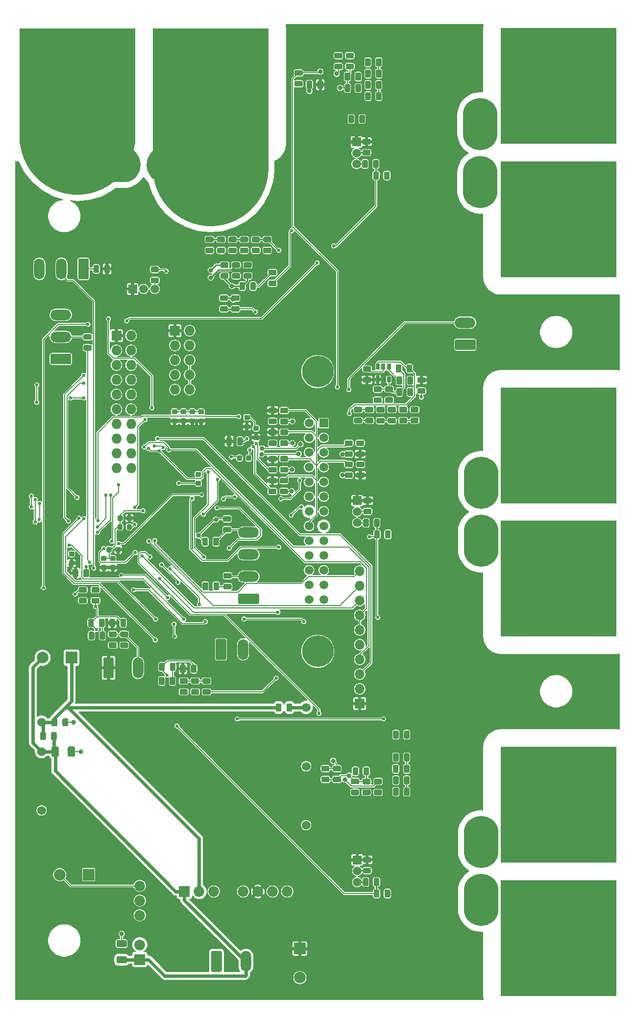
<source format=gbr>
G04 #@! TF.GenerationSoftware,KiCad,Pcbnew,5.1.5-1.fc31*
G04 #@! TF.CreationDate,2019-12-29T19:08:06+00:00*
G04 #@! TF.ProjectId,electric-FIAT,656c6563-7472-4696-932d-464941542e6b,1.0.0*
G04 #@! TF.SameCoordinates,Original*
G04 #@! TF.FileFunction,Copper,L2,Bot*
G04 #@! TF.FilePolarity,Positive*
%FSLAX46Y46*%
G04 Gerber Fmt 4.6, Leading zero omitted, Abs format (unit mm)*
G04 Created by KiCad (PCBNEW 5.1.5-1.fc31) date 2019-12-29 19:08:06*
%MOMM*%
%LPD*%
G04 APERTURE LIST*
%ADD10C,0.100000*%
%ADD11O,9.000000X6.000000*%
%ADD12R,1.500000X1.500000*%
%ADD13C,1.500000*%
%ADD14C,0.800000*%
%ADD15C,0.800000*%
%ADD16O,1.727200X1.727200*%
%ADD17R,1.727200X1.727200*%
%ADD18O,3.600000X1.800000*%
%ADD19R,20.000000X20.000000*%
%ADD20O,6.000000X9.000000*%
%ADD21R,0.650000X1.060000*%
%ADD22O,1.800000X3.600000*%
%ADD23C,1.850000*%
%ADD24R,1.850000X1.850000*%
%ADD25C,2.000000*%
%ADD26R,2.000000X2.000000*%
%ADD27O,1.700000X1.700000*%
%ADD28R,1.700000X1.700000*%
%ADD29C,1.524000*%
%ADD30R,1.520000X1.520000*%
%ADD31C,1.520000*%
%ADD32C,5.460000*%
%ADD33C,0.600000*%
%ADD34C,0.250000*%
%ADD35C,0.200000*%
%ADD36C,0.600000*%
%ADD37C,20.000000*%
%ADD38C,0.128000*%
G04 APERTURE END LIST*
G04 #@! TA.AperFunction,SMDPad,CuDef*
D10*
G36*
X93917691Y-87718553D02*
G01*
X93938926Y-87721703D01*
X93959750Y-87726919D01*
X93979962Y-87734151D01*
X93999368Y-87743330D01*
X94017781Y-87754366D01*
X94035024Y-87767154D01*
X94050930Y-87781570D01*
X94065346Y-87797476D01*
X94078134Y-87814719D01*
X94089170Y-87833132D01*
X94098349Y-87852538D01*
X94105581Y-87872750D01*
X94110797Y-87893574D01*
X94113947Y-87914809D01*
X94115000Y-87936250D01*
X94115000Y-88373750D01*
X94113947Y-88395191D01*
X94110797Y-88416426D01*
X94105581Y-88437250D01*
X94098349Y-88457462D01*
X94089170Y-88476868D01*
X94078134Y-88495281D01*
X94065346Y-88512524D01*
X94050930Y-88528430D01*
X94035024Y-88542846D01*
X94017781Y-88555634D01*
X93999368Y-88566670D01*
X93979962Y-88575849D01*
X93959750Y-88583081D01*
X93938926Y-88588297D01*
X93917691Y-88591447D01*
X93896250Y-88592500D01*
X93383750Y-88592500D01*
X93362309Y-88591447D01*
X93341074Y-88588297D01*
X93320250Y-88583081D01*
X93300038Y-88575849D01*
X93280632Y-88566670D01*
X93262219Y-88555634D01*
X93244976Y-88542846D01*
X93229070Y-88528430D01*
X93214654Y-88512524D01*
X93201866Y-88495281D01*
X93190830Y-88476868D01*
X93181651Y-88457462D01*
X93174419Y-88437250D01*
X93169203Y-88416426D01*
X93166053Y-88395191D01*
X93165000Y-88373750D01*
X93165000Y-87936250D01*
X93166053Y-87914809D01*
X93169203Y-87893574D01*
X93174419Y-87872750D01*
X93181651Y-87852538D01*
X93190830Y-87833132D01*
X93201866Y-87814719D01*
X93214654Y-87797476D01*
X93229070Y-87781570D01*
X93244976Y-87767154D01*
X93262219Y-87754366D01*
X93280632Y-87743330D01*
X93300038Y-87734151D01*
X93320250Y-87726919D01*
X93341074Y-87721703D01*
X93362309Y-87718553D01*
X93383750Y-87717500D01*
X93896250Y-87717500D01*
X93917691Y-87718553D01*
G37*
G04 #@! TD.AperFunction*
G04 #@! TA.AperFunction,SMDPad,CuDef*
G36*
X93917691Y-89293553D02*
G01*
X93938926Y-89296703D01*
X93959750Y-89301919D01*
X93979962Y-89309151D01*
X93999368Y-89318330D01*
X94017781Y-89329366D01*
X94035024Y-89342154D01*
X94050930Y-89356570D01*
X94065346Y-89372476D01*
X94078134Y-89389719D01*
X94089170Y-89408132D01*
X94098349Y-89427538D01*
X94105581Y-89447750D01*
X94110797Y-89468574D01*
X94113947Y-89489809D01*
X94115000Y-89511250D01*
X94115000Y-89948750D01*
X94113947Y-89970191D01*
X94110797Y-89991426D01*
X94105581Y-90012250D01*
X94098349Y-90032462D01*
X94089170Y-90051868D01*
X94078134Y-90070281D01*
X94065346Y-90087524D01*
X94050930Y-90103430D01*
X94035024Y-90117846D01*
X94017781Y-90130634D01*
X93999368Y-90141670D01*
X93979962Y-90150849D01*
X93959750Y-90158081D01*
X93938926Y-90163297D01*
X93917691Y-90166447D01*
X93896250Y-90167500D01*
X93383750Y-90167500D01*
X93362309Y-90166447D01*
X93341074Y-90163297D01*
X93320250Y-90158081D01*
X93300038Y-90150849D01*
X93280632Y-90141670D01*
X93262219Y-90130634D01*
X93244976Y-90117846D01*
X93229070Y-90103430D01*
X93214654Y-90087524D01*
X93201866Y-90070281D01*
X93190830Y-90051868D01*
X93181651Y-90032462D01*
X93174419Y-90012250D01*
X93169203Y-89991426D01*
X93166053Y-89970191D01*
X93165000Y-89948750D01*
X93165000Y-89511250D01*
X93166053Y-89489809D01*
X93169203Y-89468574D01*
X93174419Y-89447750D01*
X93181651Y-89427538D01*
X93190830Y-89408132D01*
X93201866Y-89389719D01*
X93214654Y-89372476D01*
X93229070Y-89356570D01*
X93244976Y-89342154D01*
X93262219Y-89329366D01*
X93280632Y-89318330D01*
X93300038Y-89309151D01*
X93320250Y-89301919D01*
X93341074Y-89296703D01*
X93362309Y-89293553D01*
X93383750Y-89292500D01*
X93896250Y-89292500D01*
X93917691Y-89293553D01*
G37*
G04 #@! TD.AperFunction*
G04 #@! TA.AperFunction,SMDPad,CuDef*
G36*
X93417691Y-100093553D02*
G01*
X93438926Y-100096703D01*
X93459750Y-100101919D01*
X93479962Y-100109151D01*
X93499368Y-100118330D01*
X93517781Y-100129366D01*
X93535024Y-100142154D01*
X93550930Y-100156570D01*
X93565346Y-100172476D01*
X93578134Y-100189719D01*
X93589170Y-100208132D01*
X93598349Y-100227538D01*
X93605581Y-100247750D01*
X93610797Y-100268574D01*
X93613947Y-100289809D01*
X93615000Y-100311250D01*
X93615000Y-100748750D01*
X93613947Y-100770191D01*
X93610797Y-100791426D01*
X93605581Y-100812250D01*
X93598349Y-100832462D01*
X93589170Y-100851868D01*
X93578134Y-100870281D01*
X93565346Y-100887524D01*
X93550930Y-100903430D01*
X93535024Y-100917846D01*
X93517781Y-100930634D01*
X93499368Y-100941670D01*
X93479962Y-100950849D01*
X93459750Y-100958081D01*
X93438926Y-100963297D01*
X93417691Y-100966447D01*
X93396250Y-100967500D01*
X92883750Y-100967500D01*
X92862309Y-100966447D01*
X92841074Y-100963297D01*
X92820250Y-100958081D01*
X92800038Y-100950849D01*
X92780632Y-100941670D01*
X92762219Y-100930634D01*
X92744976Y-100917846D01*
X92729070Y-100903430D01*
X92714654Y-100887524D01*
X92701866Y-100870281D01*
X92690830Y-100851868D01*
X92681651Y-100832462D01*
X92674419Y-100812250D01*
X92669203Y-100791426D01*
X92666053Y-100770191D01*
X92665000Y-100748750D01*
X92665000Y-100311250D01*
X92666053Y-100289809D01*
X92669203Y-100268574D01*
X92674419Y-100247750D01*
X92681651Y-100227538D01*
X92690830Y-100208132D01*
X92701866Y-100189719D01*
X92714654Y-100172476D01*
X92729070Y-100156570D01*
X92744976Y-100142154D01*
X92762219Y-100129366D01*
X92780632Y-100118330D01*
X92800038Y-100109151D01*
X92820250Y-100101919D01*
X92841074Y-100096703D01*
X92862309Y-100093553D01*
X92883750Y-100092500D01*
X93396250Y-100092500D01*
X93417691Y-100093553D01*
G37*
G04 #@! TD.AperFunction*
G04 #@! TA.AperFunction,SMDPad,CuDef*
G36*
X93417691Y-98518553D02*
G01*
X93438926Y-98521703D01*
X93459750Y-98526919D01*
X93479962Y-98534151D01*
X93499368Y-98543330D01*
X93517781Y-98554366D01*
X93535024Y-98567154D01*
X93550930Y-98581570D01*
X93565346Y-98597476D01*
X93578134Y-98614719D01*
X93589170Y-98633132D01*
X93598349Y-98652538D01*
X93605581Y-98672750D01*
X93610797Y-98693574D01*
X93613947Y-98714809D01*
X93615000Y-98736250D01*
X93615000Y-99173750D01*
X93613947Y-99195191D01*
X93610797Y-99216426D01*
X93605581Y-99237250D01*
X93598349Y-99257462D01*
X93589170Y-99276868D01*
X93578134Y-99295281D01*
X93565346Y-99312524D01*
X93550930Y-99328430D01*
X93535024Y-99342846D01*
X93517781Y-99355634D01*
X93499368Y-99366670D01*
X93479962Y-99375849D01*
X93459750Y-99383081D01*
X93438926Y-99388297D01*
X93417691Y-99391447D01*
X93396250Y-99392500D01*
X92883750Y-99392500D01*
X92862309Y-99391447D01*
X92841074Y-99388297D01*
X92820250Y-99383081D01*
X92800038Y-99375849D01*
X92780632Y-99366670D01*
X92762219Y-99355634D01*
X92744976Y-99342846D01*
X92729070Y-99328430D01*
X92714654Y-99312524D01*
X92701866Y-99295281D01*
X92690830Y-99276868D01*
X92681651Y-99257462D01*
X92674419Y-99237250D01*
X92669203Y-99216426D01*
X92666053Y-99195191D01*
X92665000Y-99173750D01*
X92665000Y-98736250D01*
X92666053Y-98714809D01*
X92669203Y-98693574D01*
X92674419Y-98672750D01*
X92681651Y-98652538D01*
X92690830Y-98633132D01*
X92701866Y-98614719D01*
X92714654Y-98597476D01*
X92729070Y-98581570D01*
X92744976Y-98567154D01*
X92762219Y-98554366D01*
X92780632Y-98543330D01*
X92800038Y-98534151D01*
X92820250Y-98526919D01*
X92841074Y-98521703D01*
X92862309Y-98518553D01*
X92883750Y-98517500D01*
X93396250Y-98517500D01*
X93417691Y-98518553D01*
G37*
G04 #@! TD.AperFunction*
G04 #@! TA.AperFunction,SMDPad,CuDef*
G36*
X77097691Y-113026053D02*
G01*
X77118926Y-113029203D01*
X77139750Y-113034419D01*
X77159962Y-113041651D01*
X77179368Y-113050830D01*
X77197781Y-113061866D01*
X77215024Y-113074654D01*
X77230930Y-113089070D01*
X77245346Y-113104976D01*
X77258134Y-113122219D01*
X77269170Y-113140632D01*
X77278349Y-113160038D01*
X77285581Y-113180250D01*
X77290797Y-113201074D01*
X77293947Y-113222309D01*
X77295000Y-113243750D01*
X77295000Y-113681250D01*
X77293947Y-113702691D01*
X77290797Y-113723926D01*
X77285581Y-113744750D01*
X77278349Y-113764962D01*
X77269170Y-113784368D01*
X77258134Y-113802781D01*
X77245346Y-113820024D01*
X77230930Y-113835930D01*
X77215024Y-113850346D01*
X77197781Y-113863134D01*
X77179368Y-113874170D01*
X77159962Y-113883349D01*
X77139750Y-113890581D01*
X77118926Y-113895797D01*
X77097691Y-113898947D01*
X77076250Y-113900000D01*
X76563750Y-113900000D01*
X76542309Y-113898947D01*
X76521074Y-113895797D01*
X76500250Y-113890581D01*
X76480038Y-113883349D01*
X76460632Y-113874170D01*
X76442219Y-113863134D01*
X76424976Y-113850346D01*
X76409070Y-113835930D01*
X76394654Y-113820024D01*
X76381866Y-113802781D01*
X76370830Y-113784368D01*
X76361651Y-113764962D01*
X76354419Y-113744750D01*
X76349203Y-113723926D01*
X76346053Y-113702691D01*
X76345000Y-113681250D01*
X76345000Y-113243750D01*
X76346053Y-113222309D01*
X76349203Y-113201074D01*
X76354419Y-113180250D01*
X76361651Y-113160038D01*
X76370830Y-113140632D01*
X76381866Y-113122219D01*
X76394654Y-113104976D01*
X76409070Y-113089070D01*
X76424976Y-113074654D01*
X76442219Y-113061866D01*
X76460632Y-113050830D01*
X76480038Y-113041651D01*
X76500250Y-113034419D01*
X76521074Y-113029203D01*
X76542309Y-113026053D01*
X76563750Y-113025000D01*
X77076250Y-113025000D01*
X77097691Y-113026053D01*
G37*
G04 #@! TD.AperFunction*
G04 #@! TA.AperFunction,SMDPad,CuDef*
G36*
X77097691Y-114601053D02*
G01*
X77118926Y-114604203D01*
X77139750Y-114609419D01*
X77159962Y-114616651D01*
X77179368Y-114625830D01*
X77197781Y-114636866D01*
X77215024Y-114649654D01*
X77230930Y-114664070D01*
X77245346Y-114679976D01*
X77258134Y-114697219D01*
X77269170Y-114715632D01*
X77278349Y-114735038D01*
X77285581Y-114755250D01*
X77290797Y-114776074D01*
X77293947Y-114797309D01*
X77295000Y-114818750D01*
X77295000Y-115256250D01*
X77293947Y-115277691D01*
X77290797Y-115298926D01*
X77285581Y-115319750D01*
X77278349Y-115339962D01*
X77269170Y-115359368D01*
X77258134Y-115377781D01*
X77245346Y-115395024D01*
X77230930Y-115410930D01*
X77215024Y-115425346D01*
X77197781Y-115438134D01*
X77179368Y-115449170D01*
X77159962Y-115458349D01*
X77139750Y-115465581D01*
X77118926Y-115470797D01*
X77097691Y-115473947D01*
X77076250Y-115475000D01*
X76563750Y-115475000D01*
X76542309Y-115473947D01*
X76521074Y-115470797D01*
X76500250Y-115465581D01*
X76480038Y-115458349D01*
X76460632Y-115449170D01*
X76442219Y-115438134D01*
X76424976Y-115425346D01*
X76409070Y-115410930D01*
X76394654Y-115395024D01*
X76381866Y-115377781D01*
X76370830Y-115359368D01*
X76361651Y-115339962D01*
X76354419Y-115319750D01*
X76349203Y-115298926D01*
X76346053Y-115277691D01*
X76345000Y-115256250D01*
X76345000Y-114818750D01*
X76346053Y-114797309D01*
X76349203Y-114776074D01*
X76354419Y-114755250D01*
X76361651Y-114735038D01*
X76370830Y-114715632D01*
X76381866Y-114697219D01*
X76394654Y-114679976D01*
X76409070Y-114664070D01*
X76424976Y-114649654D01*
X76442219Y-114636866D01*
X76460632Y-114625830D01*
X76480038Y-114616651D01*
X76500250Y-114609419D01*
X76521074Y-114604203D01*
X76542309Y-114601053D01*
X76563750Y-114600000D01*
X77076250Y-114600000D01*
X77097691Y-114601053D01*
G37*
G04 #@! TD.AperFunction*
G04 #@! TA.AperFunction,SMDPad,CuDef*
G36*
X78657691Y-113026053D02*
G01*
X78678926Y-113029203D01*
X78699750Y-113034419D01*
X78719962Y-113041651D01*
X78739368Y-113050830D01*
X78757781Y-113061866D01*
X78775024Y-113074654D01*
X78790930Y-113089070D01*
X78805346Y-113104976D01*
X78818134Y-113122219D01*
X78829170Y-113140632D01*
X78838349Y-113160038D01*
X78845581Y-113180250D01*
X78850797Y-113201074D01*
X78853947Y-113222309D01*
X78855000Y-113243750D01*
X78855000Y-113681250D01*
X78853947Y-113702691D01*
X78850797Y-113723926D01*
X78845581Y-113744750D01*
X78838349Y-113764962D01*
X78829170Y-113784368D01*
X78818134Y-113802781D01*
X78805346Y-113820024D01*
X78790930Y-113835930D01*
X78775024Y-113850346D01*
X78757781Y-113863134D01*
X78739368Y-113874170D01*
X78719962Y-113883349D01*
X78699750Y-113890581D01*
X78678926Y-113895797D01*
X78657691Y-113898947D01*
X78636250Y-113900000D01*
X78123750Y-113900000D01*
X78102309Y-113898947D01*
X78081074Y-113895797D01*
X78060250Y-113890581D01*
X78040038Y-113883349D01*
X78020632Y-113874170D01*
X78002219Y-113863134D01*
X77984976Y-113850346D01*
X77969070Y-113835930D01*
X77954654Y-113820024D01*
X77941866Y-113802781D01*
X77930830Y-113784368D01*
X77921651Y-113764962D01*
X77914419Y-113744750D01*
X77909203Y-113723926D01*
X77906053Y-113702691D01*
X77905000Y-113681250D01*
X77905000Y-113243750D01*
X77906053Y-113222309D01*
X77909203Y-113201074D01*
X77914419Y-113180250D01*
X77921651Y-113160038D01*
X77930830Y-113140632D01*
X77941866Y-113122219D01*
X77954654Y-113104976D01*
X77969070Y-113089070D01*
X77984976Y-113074654D01*
X78002219Y-113061866D01*
X78020632Y-113050830D01*
X78040038Y-113041651D01*
X78060250Y-113034419D01*
X78081074Y-113029203D01*
X78102309Y-113026053D01*
X78123750Y-113025000D01*
X78636250Y-113025000D01*
X78657691Y-113026053D01*
G37*
G04 #@! TD.AperFunction*
G04 #@! TA.AperFunction,SMDPad,CuDef*
G36*
X78657691Y-114601053D02*
G01*
X78678926Y-114604203D01*
X78699750Y-114609419D01*
X78719962Y-114616651D01*
X78739368Y-114625830D01*
X78757781Y-114636866D01*
X78775024Y-114649654D01*
X78790930Y-114664070D01*
X78805346Y-114679976D01*
X78818134Y-114697219D01*
X78829170Y-114715632D01*
X78838349Y-114735038D01*
X78845581Y-114755250D01*
X78850797Y-114776074D01*
X78853947Y-114797309D01*
X78855000Y-114818750D01*
X78855000Y-115256250D01*
X78853947Y-115277691D01*
X78850797Y-115298926D01*
X78845581Y-115319750D01*
X78838349Y-115339962D01*
X78829170Y-115359368D01*
X78818134Y-115377781D01*
X78805346Y-115395024D01*
X78790930Y-115410930D01*
X78775024Y-115425346D01*
X78757781Y-115438134D01*
X78739368Y-115449170D01*
X78719962Y-115458349D01*
X78699750Y-115465581D01*
X78678926Y-115470797D01*
X78657691Y-115473947D01*
X78636250Y-115475000D01*
X78123750Y-115475000D01*
X78102309Y-115473947D01*
X78081074Y-115470797D01*
X78060250Y-115465581D01*
X78040038Y-115458349D01*
X78020632Y-115449170D01*
X78002219Y-115438134D01*
X77984976Y-115425346D01*
X77969070Y-115410930D01*
X77954654Y-115395024D01*
X77941866Y-115377781D01*
X77930830Y-115359368D01*
X77921651Y-115339962D01*
X77914419Y-115319750D01*
X77909203Y-115298926D01*
X77906053Y-115277691D01*
X77905000Y-115256250D01*
X77905000Y-114818750D01*
X77906053Y-114797309D01*
X77909203Y-114776074D01*
X77914419Y-114755250D01*
X77921651Y-114735038D01*
X77930830Y-114715632D01*
X77941866Y-114697219D01*
X77954654Y-114679976D01*
X77969070Y-114664070D01*
X77984976Y-114649654D01*
X78002219Y-114636866D01*
X78020632Y-114625830D01*
X78040038Y-114616651D01*
X78060250Y-114609419D01*
X78081074Y-114604203D01*
X78102309Y-114601053D01*
X78123750Y-114600000D01*
X78636250Y-114600000D01*
X78657691Y-114601053D01*
G37*
G04 #@! TD.AperFunction*
G04 #@! TA.AperFunction,SMDPad,CuDef*
G36*
X79882691Y-107576053D02*
G01*
X79903926Y-107579203D01*
X79924750Y-107584419D01*
X79944962Y-107591651D01*
X79964368Y-107600830D01*
X79982781Y-107611866D01*
X80000024Y-107624654D01*
X80015930Y-107639070D01*
X80030346Y-107654976D01*
X80043134Y-107672219D01*
X80054170Y-107690632D01*
X80063349Y-107710038D01*
X80070581Y-107730250D01*
X80075797Y-107751074D01*
X80078947Y-107772309D01*
X80080000Y-107793750D01*
X80080000Y-108306250D01*
X80078947Y-108327691D01*
X80075797Y-108348926D01*
X80070581Y-108369750D01*
X80063349Y-108389962D01*
X80054170Y-108409368D01*
X80043134Y-108427781D01*
X80030346Y-108445024D01*
X80015930Y-108460930D01*
X80000024Y-108475346D01*
X79982781Y-108488134D01*
X79964368Y-108499170D01*
X79944962Y-108508349D01*
X79924750Y-108515581D01*
X79903926Y-108520797D01*
X79882691Y-108523947D01*
X79861250Y-108525000D01*
X79423750Y-108525000D01*
X79402309Y-108523947D01*
X79381074Y-108520797D01*
X79360250Y-108515581D01*
X79340038Y-108508349D01*
X79320632Y-108499170D01*
X79302219Y-108488134D01*
X79284976Y-108475346D01*
X79269070Y-108460930D01*
X79254654Y-108445024D01*
X79241866Y-108427781D01*
X79230830Y-108409368D01*
X79221651Y-108389962D01*
X79214419Y-108369750D01*
X79209203Y-108348926D01*
X79206053Y-108327691D01*
X79205000Y-108306250D01*
X79205000Y-107793750D01*
X79206053Y-107772309D01*
X79209203Y-107751074D01*
X79214419Y-107730250D01*
X79221651Y-107710038D01*
X79230830Y-107690632D01*
X79241866Y-107672219D01*
X79254654Y-107654976D01*
X79269070Y-107639070D01*
X79284976Y-107624654D01*
X79302219Y-107611866D01*
X79320632Y-107600830D01*
X79340038Y-107591651D01*
X79360250Y-107584419D01*
X79381074Y-107579203D01*
X79402309Y-107576053D01*
X79423750Y-107575000D01*
X79861250Y-107575000D01*
X79882691Y-107576053D01*
G37*
G04 #@! TD.AperFunction*
G04 #@! TA.AperFunction,SMDPad,CuDef*
G36*
X81457691Y-107576053D02*
G01*
X81478926Y-107579203D01*
X81499750Y-107584419D01*
X81519962Y-107591651D01*
X81539368Y-107600830D01*
X81557781Y-107611866D01*
X81575024Y-107624654D01*
X81590930Y-107639070D01*
X81605346Y-107654976D01*
X81618134Y-107672219D01*
X81629170Y-107690632D01*
X81638349Y-107710038D01*
X81645581Y-107730250D01*
X81650797Y-107751074D01*
X81653947Y-107772309D01*
X81655000Y-107793750D01*
X81655000Y-108306250D01*
X81653947Y-108327691D01*
X81650797Y-108348926D01*
X81645581Y-108369750D01*
X81638349Y-108389962D01*
X81629170Y-108409368D01*
X81618134Y-108427781D01*
X81605346Y-108445024D01*
X81590930Y-108460930D01*
X81575024Y-108475346D01*
X81557781Y-108488134D01*
X81539368Y-108499170D01*
X81519962Y-108508349D01*
X81499750Y-108515581D01*
X81478926Y-108520797D01*
X81457691Y-108523947D01*
X81436250Y-108525000D01*
X80998750Y-108525000D01*
X80977309Y-108523947D01*
X80956074Y-108520797D01*
X80935250Y-108515581D01*
X80915038Y-108508349D01*
X80895632Y-108499170D01*
X80877219Y-108488134D01*
X80859976Y-108475346D01*
X80844070Y-108460930D01*
X80829654Y-108445024D01*
X80816866Y-108427781D01*
X80805830Y-108409368D01*
X80796651Y-108389962D01*
X80789419Y-108369750D01*
X80784203Y-108348926D01*
X80781053Y-108327691D01*
X80780000Y-108306250D01*
X80780000Y-107793750D01*
X80781053Y-107772309D01*
X80784203Y-107751074D01*
X80789419Y-107730250D01*
X80796651Y-107710038D01*
X80805830Y-107690632D01*
X80816866Y-107672219D01*
X80829654Y-107654976D01*
X80844070Y-107639070D01*
X80859976Y-107624654D01*
X80877219Y-107611866D01*
X80895632Y-107600830D01*
X80915038Y-107591651D01*
X80935250Y-107584419D01*
X80956074Y-107579203D01*
X80977309Y-107576053D01*
X80998750Y-107575000D01*
X81436250Y-107575000D01*
X81457691Y-107576053D01*
G37*
G04 #@! TD.AperFunction*
G04 #@! TA.AperFunction,SMDPad,CuDef*
G36*
X100515191Y-95676053D02*
G01*
X100536426Y-95679203D01*
X100557250Y-95684419D01*
X100577462Y-95691651D01*
X100596868Y-95700830D01*
X100615281Y-95711866D01*
X100632524Y-95724654D01*
X100648430Y-95739070D01*
X100662846Y-95754976D01*
X100675634Y-95772219D01*
X100686670Y-95790632D01*
X100695849Y-95810038D01*
X100703081Y-95830250D01*
X100708297Y-95851074D01*
X100711447Y-95872309D01*
X100712500Y-95893750D01*
X100712500Y-96406250D01*
X100711447Y-96427691D01*
X100708297Y-96448926D01*
X100703081Y-96469750D01*
X100695849Y-96489962D01*
X100686670Y-96509368D01*
X100675634Y-96527781D01*
X100662846Y-96545024D01*
X100648430Y-96560930D01*
X100632524Y-96575346D01*
X100615281Y-96588134D01*
X100596868Y-96599170D01*
X100577462Y-96608349D01*
X100557250Y-96615581D01*
X100536426Y-96620797D01*
X100515191Y-96623947D01*
X100493750Y-96625000D01*
X100056250Y-96625000D01*
X100034809Y-96623947D01*
X100013574Y-96620797D01*
X99992750Y-96615581D01*
X99972538Y-96608349D01*
X99953132Y-96599170D01*
X99934719Y-96588134D01*
X99917476Y-96575346D01*
X99901570Y-96560930D01*
X99887154Y-96545024D01*
X99874366Y-96527781D01*
X99863330Y-96509368D01*
X99854151Y-96489962D01*
X99846919Y-96469750D01*
X99841703Y-96448926D01*
X99838553Y-96427691D01*
X99837500Y-96406250D01*
X99837500Y-95893750D01*
X99838553Y-95872309D01*
X99841703Y-95851074D01*
X99846919Y-95830250D01*
X99854151Y-95810038D01*
X99863330Y-95790632D01*
X99874366Y-95772219D01*
X99887154Y-95754976D01*
X99901570Y-95739070D01*
X99917476Y-95724654D01*
X99934719Y-95711866D01*
X99953132Y-95700830D01*
X99972538Y-95691651D01*
X99992750Y-95684419D01*
X100013574Y-95679203D01*
X100034809Y-95676053D01*
X100056250Y-95675000D01*
X100493750Y-95675000D01*
X100515191Y-95676053D01*
G37*
G04 #@! TD.AperFunction*
G04 #@! TA.AperFunction,SMDPad,CuDef*
G36*
X102090191Y-95676053D02*
G01*
X102111426Y-95679203D01*
X102132250Y-95684419D01*
X102152462Y-95691651D01*
X102171868Y-95700830D01*
X102190281Y-95711866D01*
X102207524Y-95724654D01*
X102223430Y-95739070D01*
X102237846Y-95754976D01*
X102250634Y-95772219D01*
X102261670Y-95790632D01*
X102270849Y-95810038D01*
X102278081Y-95830250D01*
X102283297Y-95851074D01*
X102286447Y-95872309D01*
X102287500Y-95893750D01*
X102287500Y-96406250D01*
X102286447Y-96427691D01*
X102283297Y-96448926D01*
X102278081Y-96469750D01*
X102270849Y-96489962D01*
X102261670Y-96509368D01*
X102250634Y-96527781D01*
X102237846Y-96545024D01*
X102223430Y-96560930D01*
X102207524Y-96575346D01*
X102190281Y-96588134D01*
X102171868Y-96599170D01*
X102152462Y-96608349D01*
X102132250Y-96615581D01*
X102111426Y-96620797D01*
X102090191Y-96623947D01*
X102068750Y-96625000D01*
X101631250Y-96625000D01*
X101609809Y-96623947D01*
X101588574Y-96620797D01*
X101567750Y-96615581D01*
X101547538Y-96608349D01*
X101528132Y-96599170D01*
X101509719Y-96588134D01*
X101492476Y-96575346D01*
X101476570Y-96560930D01*
X101462154Y-96545024D01*
X101449366Y-96527781D01*
X101438330Y-96509368D01*
X101429151Y-96489962D01*
X101421919Y-96469750D01*
X101416703Y-96448926D01*
X101413553Y-96427691D01*
X101412500Y-96406250D01*
X101412500Y-95893750D01*
X101413553Y-95872309D01*
X101416703Y-95851074D01*
X101421919Y-95830250D01*
X101429151Y-95810038D01*
X101438330Y-95790632D01*
X101449366Y-95772219D01*
X101462154Y-95754976D01*
X101476570Y-95739070D01*
X101492476Y-95724654D01*
X101509719Y-95711866D01*
X101528132Y-95700830D01*
X101547538Y-95691651D01*
X101567750Y-95684419D01*
X101588574Y-95679203D01*
X101609809Y-95676053D01*
X101631250Y-95675000D01*
X102068750Y-95675000D01*
X102090191Y-95676053D01*
G37*
G04 #@! TD.AperFunction*
G04 #@! TA.AperFunction,SMDPad,CuDef*
G36*
X90857691Y-87706053D02*
G01*
X90878926Y-87709203D01*
X90899750Y-87714419D01*
X90919962Y-87721651D01*
X90939368Y-87730830D01*
X90957781Y-87741866D01*
X90975024Y-87754654D01*
X90990930Y-87769070D01*
X91005346Y-87784976D01*
X91018134Y-87802219D01*
X91029170Y-87820632D01*
X91038349Y-87840038D01*
X91045581Y-87860250D01*
X91050797Y-87881074D01*
X91053947Y-87902309D01*
X91055000Y-87923750D01*
X91055000Y-88361250D01*
X91053947Y-88382691D01*
X91050797Y-88403926D01*
X91045581Y-88424750D01*
X91038349Y-88444962D01*
X91029170Y-88464368D01*
X91018134Y-88482781D01*
X91005346Y-88500024D01*
X90990930Y-88515930D01*
X90975024Y-88530346D01*
X90957781Y-88543134D01*
X90939368Y-88554170D01*
X90919962Y-88563349D01*
X90899750Y-88570581D01*
X90878926Y-88575797D01*
X90857691Y-88578947D01*
X90836250Y-88580000D01*
X90323750Y-88580000D01*
X90302309Y-88578947D01*
X90281074Y-88575797D01*
X90260250Y-88570581D01*
X90240038Y-88563349D01*
X90220632Y-88554170D01*
X90202219Y-88543134D01*
X90184976Y-88530346D01*
X90169070Y-88515930D01*
X90154654Y-88500024D01*
X90141866Y-88482781D01*
X90130830Y-88464368D01*
X90121651Y-88444962D01*
X90114419Y-88424750D01*
X90109203Y-88403926D01*
X90106053Y-88382691D01*
X90105000Y-88361250D01*
X90105000Y-87923750D01*
X90106053Y-87902309D01*
X90109203Y-87881074D01*
X90114419Y-87860250D01*
X90121651Y-87840038D01*
X90130830Y-87820632D01*
X90141866Y-87802219D01*
X90154654Y-87784976D01*
X90169070Y-87769070D01*
X90184976Y-87754654D01*
X90202219Y-87741866D01*
X90220632Y-87730830D01*
X90240038Y-87721651D01*
X90260250Y-87714419D01*
X90281074Y-87709203D01*
X90302309Y-87706053D01*
X90323750Y-87705000D01*
X90836250Y-87705000D01*
X90857691Y-87706053D01*
G37*
G04 #@! TD.AperFunction*
G04 #@! TA.AperFunction,SMDPad,CuDef*
G36*
X90857691Y-89281053D02*
G01*
X90878926Y-89284203D01*
X90899750Y-89289419D01*
X90919962Y-89296651D01*
X90939368Y-89305830D01*
X90957781Y-89316866D01*
X90975024Y-89329654D01*
X90990930Y-89344070D01*
X91005346Y-89359976D01*
X91018134Y-89377219D01*
X91029170Y-89395632D01*
X91038349Y-89415038D01*
X91045581Y-89435250D01*
X91050797Y-89456074D01*
X91053947Y-89477309D01*
X91055000Y-89498750D01*
X91055000Y-89936250D01*
X91053947Y-89957691D01*
X91050797Y-89978926D01*
X91045581Y-89999750D01*
X91038349Y-90019962D01*
X91029170Y-90039368D01*
X91018134Y-90057781D01*
X91005346Y-90075024D01*
X90990930Y-90090930D01*
X90975024Y-90105346D01*
X90957781Y-90118134D01*
X90939368Y-90129170D01*
X90919962Y-90138349D01*
X90899750Y-90145581D01*
X90878926Y-90150797D01*
X90857691Y-90153947D01*
X90836250Y-90155000D01*
X90323750Y-90155000D01*
X90302309Y-90153947D01*
X90281074Y-90150797D01*
X90260250Y-90145581D01*
X90240038Y-90138349D01*
X90220632Y-90129170D01*
X90202219Y-90118134D01*
X90184976Y-90105346D01*
X90169070Y-90090930D01*
X90154654Y-90075024D01*
X90141866Y-90057781D01*
X90130830Y-90039368D01*
X90121651Y-90019962D01*
X90114419Y-89999750D01*
X90109203Y-89978926D01*
X90106053Y-89957691D01*
X90105000Y-89936250D01*
X90105000Y-89498750D01*
X90106053Y-89477309D01*
X90109203Y-89456074D01*
X90114419Y-89435250D01*
X90121651Y-89415038D01*
X90130830Y-89395632D01*
X90141866Y-89377219D01*
X90154654Y-89359976D01*
X90169070Y-89344070D01*
X90184976Y-89329654D01*
X90202219Y-89316866D01*
X90220632Y-89305830D01*
X90240038Y-89296651D01*
X90260250Y-89289419D01*
X90281074Y-89284203D01*
X90302309Y-89281053D01*
X90323750Y-89280000D01*
X90836250Y-89280000D01*
X90857691Y-89281053D01*
G37*
G04 #@! TD.AperFunction*
G04 #@! TA.AperFunction,SMDPad,CuDef*
G36*
X71537691Y-112246053D02*
G01*
X71558926Y-112249203D01*
X71579750Y-112254419D01*
X71599962Y-112261651D01*
X71619368Y-112270830D01*
X71637781Y-112281866D01*
X71655024Y-112294654D01*
X71670930Y-112309070D01*
X71685346Y-112324976D01*
X71698134Y-112342219D01*
X71709170Y-112360632D01*
X71718349Y-112380038D01*
X71725581Y-112400250D01*
X71730797Y-112421074D01*
X71733947Y-112442309D01*
X71735000Y-112463750D01*
X71735000Y-112901250D01*
X71733947Y-112922691D01*
X71730797Y-112943926D01*
X71725581Y-112964750D01*
X71718349Y-112984962D01*
X71709170Y-113004368D01*
X71698134Y-113022781D01*
X71685346Y-113040024D01*
X71670930Y-113055930D01*
X71655024Y-113070346D01*
X71637781Y-113083134D01*
X71619368Y-113094170D01*
X71599962Y-113103349D01*
X71579750Y-113110581D01*
X71558926Y-113115797D01*
X71537691Y-113118947D01*
X71516250Y-113120000D01*
X71003750Y-113120000D01*
X70982309Y-113118947D01*
X70961074Y-113115797D01*
X70940250Y-113110581D01*
X70920038Y-113103349D01*
X70900632Y-113094170D01*
X70882219Y-113083134D01*
X70864976Y-113070346D01*
X70849070Y-113055930D01*
X70834654Y-113040024D01*
X70821866Y-113022781D01*
X70810830Y-113004368D01*
X70801651Y-112984962D01*
X70794419Y-112964750D01*
X70789203Y-112943926D01*
X70786053Y-112922691D01*
X70785000Y-112901250D01*
X70785000Y-112463750D01*
X70786053Y-112442309D01*
X70789203Y-112421074D01*
X70794419Y-112400250D01*
X70801651Y-112380038D01*
X70810830Y-112360632D01*
X70821866Y-112342219D01*
X70834654Y-112324976D01*
X70849070Y-112309070D01*
X70864976Y-112294654D01*
X70882219Y-112281866D01*
X70900632Y-112270830D01*
X70920038Y-112261651D01*
X70940250Y-112254419D01*
X70961074Y-112249203D01*
X70982309Y-112246053D01*
X71003750Y-112245000D01*
X71516250Y-112245000D01*
X71537691Y-112246053D01*
G37*
G04 #@! TD.AperFunction*
G04 #@! TA.AperFunction,SMDPad,CuDef*
G36*
X71537691Y-113821053D02*
G01*
X71558926Y-113824203D01*
X71579750Y-113829419D01*
X71599962Y-113836651D01*
X71619368Y-113845830D01*
X71637781Y-113856866D01*
X71655024Y-113869654D01*
X71670930Y-113884070D01*
X71685346Y-113899976D01*
X71698134Y-113917219D01*
X71709170Y-113935632D01*
X71718349Y-113955038D01*
X71725581Y-113975250D01*
X71730797Y-113996074D01*
X71733947Y-114017309D01*
X71735000Y-114038750D01*
X71735000Y-114476250D01*
X71733947Y-114497691D01*
X71730797Y-114518926D01*
X71725581Y-114539750D01*
X71718349Y-114559962D01*
X71709170Y-114579368D01*
X71698134Y-114597781D01*
X71685346Y-114615024D01*
X71670930Y-114630930D01*
X71655024Y-114645346D01*
X71637781Y-114658134D01*
X71619368Y-114669170D01*
X71599962Y-114678349D01*
X71579750Y-114685581D01*
X71558926Y-114690797D01*
X71537691Y-114693947D01*
X71516250Y-114695000D01*
X71003750Y-114695000D01*
X70982309Y-114693947D01*
X70961074Y-114690797D01*
X70940250Y-114685581D01*
X70920038Y-114678349D01*
X70900632Y-114669170D01*
X70882219Y-114658134D01*
X70864976Y-114645346D01*
X70849070Y-114630930D01*
X70834654Y-114615024D01*
X70821866Y-114597781D01*
X70810830Y-114579368D01*
X70801651Y-114559962D01*
X70794419Y-114539750D01*
X70789203Y-114518926D01*
X70786053Y-114497691D01*
X70785000Y-114476250D01*
X70785000Y-114038750D01*
X70786053Y-114017309D01*
X70789203Y-113996074D01*
X70794419Y-113975250D01*
X70801651Y-113955038D01*
X70810830Y-113935632D01*
X70821866Y-113917219D01*
X70834654Y-113899976D01*
X70849070Y-113884070D01*
X70864976Y-113869654D01*
X70882219Y-113856866D01*
X70900632Y-113845830D01*
X70920038Y-113836651D01*
X70940250Y-113829419D01*
X70961074Y-113824203D01*
X70982309Y-113821053D01*
X71003750Y-113820000D01*
X71516250Y-113820000D01*
X71537691Y-113821053D01*
G37*
G04 #@! TD.AperFunction*
G04 #@! TA.AperFunction,SMDPad,CuDef*
G36*
X79902691Y-106046053D02*
G01*
X79923926Y-106049203D01*
X79944750Y-106054419D01*
X79964962Y-106061651D01*
X79984368Y-106070830D01*
X80002781Y-106081866D01*
X80020024Y-106094654D01*
X80035930Y-106109070D01*
X80050346Y-106124976D01*
X80063134Y-106142219D01*
X80074170Y-106160632D01*
X80083349Y-106180038D01*
X80090581Y-106200250D01*
X80095797Y-106221074D01*
X80098947Y-106242309D01*
X80100000Y-106263750D01*
X80100000Y-106776250D01*
X80098947Y-106797691D01*
X80095797Y-106818926D01*
X80090581Y-106839750D01*
X80083349Y-106859962D01*
X80074170Y-106879368D01*
X80063134Y-106897781D01*
X80050346Y-106915024D01*
X80035930Y-106930930D01*
X80020024Y-106945346D01*
X80002781Y-106958134D01*
X79984368Y-106969170D01*
X79964962Y-106978349D01*
X79944750Y-106985581D01*
X79923926Y-106990797D01*
X79902691Y-106993947D01*
X79881250Y-106995000D01*
X79443750Y-106995000D01*
X79422309Y-106993947D01*
X79401074Y-106990797D01*
X79380250Y-106985581D01*
X79360038Y-106978349D01*
X79340632Y-106969170D01*
X79322219Y-106958134D01*
X79304976Y-106945346D01*
X79289070Y-106930930D01*
X79274654Y-106915024D01*
X79261866Y-106897781D01*
X79250830Y-106879368D01*
X79241651Y-106859962D01*
X79234419Y-106839750D01*
X79229203Y-106818926D01*
X79226053Y-106797691D01*
X79225000Y-106776250D01*
X79225000Y-106263750D01*
X79226053Y-106242309D01*
X79229203Y-106221074D01*
X79234419Y-106200250D01*
X79241651Y-106180038D01*
X79250830Y-106160632D01*
X79261866Y-106142219D01*
X79274654Y-106124976D01*
X79289070Y-106109070D01*
X79304976Y-106094654D01*
X79322219Y-106081866D01*
X79340632Y-106070830D01*
X79360038Y-106061651D01*
X79380250Y-106054419D01*
X79401074Y-106049203D01*
X79422309Y-106046053D01*
X79443750Y-106045000D01*
X79881250Y-106045000D01*
X79902691Y-106046053D01*
G37*
G04 #@! TD.AperFunction*
G04 #@! TA.AperFunction,SMDPad,CuDef*
G36*
X81477691Y-106046053D02*
G01*
X81498926Y-106049203D01*
X81519750Y-106054419D01*
X81539962Y-106061651D01*
X81559368Y-106070830D01*
X81577781Y-106081866D01*
X81595024Y-106094654D01*
X81610930Y-106109070D01*
X81625346Y-106124976D01*
X81638134Y-106142219D01*
X81649170Y-106160632D01*
X81658349Y-106180038D01*
X81665581Y-106200250D01*
X81670797Y-106221074D01*
X81673947Y-106242309D01*
X81675000Y-106263750D01*
X81675000Y-106776250D01*
X81673947Y-106797691D01*
X81670797Y-106818926D01*
X81665581Y-106839750D01*
X81658349Y-106859962D01*
X81649170Y-106879368D01*
X81638134Y-106897781D01*
X81625346Y-106915024D01*
X81610930Y-106930930D01*
X81595024Y-106945346D01*
X81577781Y-106958134D01*
X81559368Y-106969170D01*
X81539962Y-106978349D01*
X81519750Y-106985581D01*
X81498926Y-106990797D01*
X81477691Y-106993947D01*
X81456250Y-106995000D01*
X81018750Y-106995000D01*
X80997309Y-106993947D01*
X80976074Y-106990797D01*
X80955250Y-106985581D01*
X80935038Y-106978349D01*
X80915632Y-106969170D01*
X80897219Y-106958134D01*
X80879976Y-106945346D01*
X80864070Y-106930930D01*
X80849654Y-106915024D01*
X80836866Y-106897781D01*
X80825830Y-106879368D01*
X80816651Y-106859962D01*
X80809419Y-106839750D01*
X80804203Y-106818926D01*
X80801053Y-106797691D01*
X80800000Y-106776250D01*
X80800000Y-106263750D01*
X80801053Y-106242309D01*
X80804203Y-106221074D01*
X80809419Y-106200250D01*
X80816651Y-106180038D01*
X80825830Y-106160632D01*
X80836866Y-106142219D01*
X80849654Y-106124976D01*
X80864070Y-106109070D01*
X80879976Y-106094654D01*
X80897219Y-106081866D01*
X80915632Y-106070830D01*
X80935038Y-106061651D01*
X80955250Y-106054419D01*
X80976074Y-106049203D01*
X80997309Y-106046053D01*
X81018750Y-106045000D01*
X81456250Y-106045000D01*
X81477691Y-106046053D01*
G37*
G04 #@! TD.AperFunction*
G04 #@! TA.AperFunction,SMDPad,CuDef*
G36*
X77972691Y-111476053D02*
G01*
X77993926Y-111479203D01*
X78014750Y-111484419D01*
X78034962Y-111491651D01*
X78054368Y-111500830D01*
X78072781Y-111511866D01*
X78090024Y-111524654D01*
X78105930Y-111539070D01*
X78120346Y-111554976D01*
X78133134Y-111572219D01*
X78144170Y-111590632D01*
X78153349Y-111610038D01*
X78160581Y-111630250D01*
X78165797Y-111651074D01*
X78168947Y-111672309D01*
X78170000Y-111693750D01*
X78170000Y-112206250D01*
X78168947Y-112227691D01*
X78165797Y-112248926D01*
X78160581Y-112269750D01*
X78153349Y-112289962D01*
X78144170Y-112309368D01*
X78133134Y-112327781D01*
X78120346Y-112345024D01*
X78105930Y-112360930D01*
X78090024Y-112375346D01*
X78072781Y-112388134D01*
X78054368Y-112399170D01*
X78034962Y-112408349D01*
X78014750Y-112415581D01*
X77993926Y-112420797D01*
X77972691Y-112423947D01*
X77951250Y-112425000D01*
X77513750Y-112425000D01*
X77492309Y-112423947D01*
X77471074Y-112420797D01*
X77450250Y-112415581D01*
X77430038Y-112408349D01*
X77410632Y-112399170D01*
X77392219Y-112388134D01*
X77374976Y-112375346D01*
X77359070Y-112360930D01*
X77344654Y-112345024D01*
X77331866Y-112327781D01*
X77320830Y-112309368D01*
X77311651Y-112289962D01*
X77304419Y-112269750D01*
X77299203Y-112248926D01*
X77296053Y-112227691D01*
X77295000Y-112206250D01*
X77295000Y-111693750D01*
X77296053Y-111672309D01*
X77299203Y-111651074D01*
X77304419Y-111630250D01*
X77311651Y-111610038D01*
X77320830Y-111590632D01*
X77331866Y-111572219D01*
X77344654Y-111554976D01*
X77359070Y-111539070D01*
X77374976Y-111524654D01*
X77392219Y-111511866D01*
X77410632Y-111500830D01*
X77430038Y-111491651D01*
X77450250Y-111484419D01*
X77471074Y-111479203D01*
X77492309Y-111476053D01*
X77513750Y-111475000D01*
X77951250Y-111475000D01*
X77972691Y-111476053D01*
G37*
G04 #@! TD.AperFunction*
G04 #@! TA.AperFunction,SMDPad,CuDef*
G36*
X79547691Y-111476053D02*
G01*
X79568926Y-111479203D01*
X79589750Y-111484419D01*
X79609962Y-111491651D01*
X79629368Y-111500830D01*
X79647781Y-111511866D01*
X79665024Y-111524654D01*
X79680930Y-111539070D01*
X79695346Y-111554976D01*
X79708134Y-111572219D01*
X79719170Y-111590632D01*
X79728349Y-111610038D01*
X79735581Y-111630250D01*
X79740797Y-111651074D01*
X79743947Y-111672309D01*
X79745000Y-111693750D01*
X79745000Y-112206250D01*
X79743947Y-112227691D01*
X79740797Y-112248926D01*
X79735581Y-112269750D01*
X79728349Y-112289962D01*
X79719170Y-112309368D01*
X79708134Y-112327781D01*
X79695346Y-112345024D01*
X79680930Y-112360930D01*
X79665024Y-112375346D01*
X79647781Y-112388134D01*
X79629368Y-112399170D01*
X79609962Y-112408349D01*
X79589750Y-112415581D01*
X79568926Y-112420797D01*
X79547691Y-112423947D01*
X79526250Y-112425000D01*
X79088750Y-112425000D01*
X79067309Y-112423947D01*
X79046074Y-112420797D01*
X79025250Y-112415581D01*
X79005038Y-112408349D01*
X78985632Y-112399170D01*
X78967219Y-112388134D01*
X78949976Y-112375346D01*
X78934070Y-112360930D01*
X78919654Y-112345024D01*
X78906866Y-112327781D01*
X78895830Y-112309368D01*
X78886651Y-112289962D01*
X78879419Y-112269750D01*
X78874203Y-112248926D01*
X78871053Y-112227691D01*
X78870000Y-112206250D01*
X78870000Y-111693750D01*
X78871053Y-111672309D01*
X78874203Y-111651074D01*
X78879419Y-111630250D01*
X78886651Y-111610038D01*
X78895830Y-111590632D01*
X78906866Y-111572219D01*
X78919654Y-111554976D01*
X78934070Y-111539070D01*
X78949976Y-111524654D01*
X78967219Y-111511866D01*
X78985632Y-111500830D01*
X79005038Y-111491651D01*
X79025250Y-111484419D01*
X79046074Y-111479203D01*
X79067309Y-111476053D01*
X79088750Y-111475000D01*
X79526250Y-111475000D01*
X79547691Y-111476053D01*
G37*
G04 #@! TD.AperFunction*
G04 #@! TA.AperFunction,SMDPad,CuDef*
G36*
X101847691Y-88696053D02*
G01*
X101868926Y-88699203D01*
X101889750Y-88704419D01*
X101909962Y-88711651D01*
X101929368Y-88720830D01*
X101947781Y-88731866D01*
X101965024Y-88744654D01*
X101980930Y-88759070D01*
X101995346Y-88774976D01*
X102008134Y-88792219D01*
X102019170Y-88810632D01*
X102028349Y-88830038D01*
X102035581Y-88850250D01*
X102040797Y-88871074D01*
X102043947Y-88892309D01*
X102045000Y-88913750D01*
X102045000Y-89351250D01*
X102043947Y-89372691D01*
X102040797Y-89393926D01*
X102035581Y-89414750D01*
X102028349Y-89434962D01*
X102019170Y-89454368D01*
X102008134Y-89472781D01*
X101995346Y-89490024D01*
X101980930Y-89505930D01*
X101965024Y-89520346D01*
X101947781Y-89533134D01*
X101929368Y-89544170D01*
X101909962Y-89553349D01*
X101889750Y-89560581D01*
X101868926Y-89565797D01*
X101847691Y-89568947D01*
X101826250Y-89570000D01*
X101313750Y-89570000D01*
X101292309Y-89568947D01*
X101271074Y-89565797D01*
X101250250Y-89560581D01*
X101230038Y-89553349D01*
X101210632Y-89544170D01*
X101192219Y-89533134D01*
X101174976Y-89520346D01*
X101159070Y-89505930D01*
X101144654Y-89490024D01*
X101131866Y-89472781D01*
X101120830Y-89454368D01*
X101111651Y-89434962D01*
X101104419Y-89414750D01*
X101099203Y-89393926D01*
X101096053Y-89372691D01*
X101095000Y-89351250D01*
X101095000Y-88913750D01*
X101096053Y-88892309D01*
X101099203Y-88871074D01*
X101104419Y-88850250D01*
X101111651Y-88830038D01*
X101120830Y-88810632D01*
X101131866Y-88792219D01*
X101144654Y-88774976D01*
X101159070Y-88759070D01*
X101174976Y-88744654D01*
X101192219Y-88731866D01*
X101210632Y-88720830D01*
X101230038Y-88711651D01*
X101250250Y-88704419D01*
X101271074Y-88699203D01*
X101292309Y-88696053D01*
X101313750Y-88695000D01*
X101826250Y-88695000D01*
X101847691Y-88696053D01*
G37*
G04 #@! TD.AperFunction*
G04 #@! TA.AperFunction,SMDPad,CuDef*
G36*
X101847691Y-90271053D02*
G01*
X101868926Y-90274203D01*
X101889750Y-90279419D01*
X101909962Y-90286651D01*
X101929368Y-90295830D01*
X101947781Y-90306866D01*
X101965024Y-90319654D01*
X101980930Y-90334070D01*
X101995346Y-90349976D01*
X102008134Y-90367219D01*
X102019170Y-90385632D01*
X102028349Y-90405038D01*
X102035581Y-90425250D01*
X102040797Y-90446074D01*
X102043947Y-90467309D01*
X102045000Y-90488750D01*
X102045000Y-90926250D01*
X102043947Y-90947691D01*
X102040797Y-90968926D01*
X102035581Y-90989750D01*
X102028349Y-91009962D01*
X102019170Y-91029368D01*
X102008134Y-91047781D01*
X101995346Y-91065024D01*
X101980930Y-91080930D01*
X101965024Y-91095346D01*
X101947781Y-91108134D01*
X101929368Y-91119170D01*
X101909962Y-91128349D01*
X101889750Y-91135581D01*
X101868926Y-91140797D01*
X101847691Y-91143947D01*
X101826250Y-91145000D01*
X101313750Y-91145000D01*
X101292309Y-91143947D01*
X101271074Y-91140797D01*
X101250250Y-91135581D01*
X101230038Y-91128349D01*
X101210632Y-91119170D01*
X101192219Y-91108134D01*
X101174976Y-91095346D01*
X101159070Y-91080930D01*
X101144654Y-91065024D01*
X101131866Y-91047781D01*
X101120830Y-91029368D01*
X101111651Y-91009962D01*
X101104419Y-90989750D01*
X101099203Y-90968926D01*
X101096053Y-90947691D01*
X101095000Y-90926250D01*
X101095000Y-90488750D01*
X101096053Y-90467309D01*
X101099203Y-90446074D01*
X101104419Y-90425250D01*
X101111651Y-90405038D01*
X101120830Y-90385632D01*
X101131866Y-90367219D01*
X101144654Y-90349976D01*
X101159070Y-90334070D01*
X101174976Y-90319654D01*
X101192219Y-90306866D01*
X101210632Y-90295830D01*
X101230038Y-90286651D01*
X101250250Y-90279419D01*
X101271074Y-90274203D01*
X101292309Y-90271053D01*
X101313750Y-90270000D01*
X101826250Y-90270000D01*
X101847691Y-90271053D01*
G37*
G04 #@! TD.AperFunction*
G04 #@! TA.AperFunction,SMDPad,CuDef*
G36*
X103407691Y-90586053D02*
G01*
X103428926Y-90589203D01*
X103449750Y-90594419D01*
X103469962Y-90601651D01*
X103489368Y-90610830D01*
X103507781Y-90621866D01*
X103525024Y-90634654D01*
X103540930Y-90649070D01*
X103555346Y-90664976D01*
X103568134Y-90682219D01*
X103579170Y-90700632D01*
X103588349Y-90720038D01*
X103595581Y-90740250D01*
X103600797Y-90761074D01*
X103603947Y-90782309D01*
X103605000Y-90803750D01*
X103605000Y-91241250D01*
X103603947Y-91262691D01*
X103600797Y-91283926D01*
X103595581Y-91304750D01*
X103588349Y-91324962D01*
X103579170Y-91344368D01*
X103568134Y-91362781D01*
X103555346Y-91380024D01*
X103540930Y-91395930D01*
X103525024Y-91410346D01*
X103507781Y-91423134D01*
X103489368Y-91434170D01*
X103469962Y-91443349D01*
X103449750Y-91450581D01*
X103428926Y-91455797D01*
X103407691Y-91458947D01*
X103386250Y-91460000D01*
X102873750Y-91460000D01*
X102852309Y-91458947D01*
X102831074Y-91455797D01*
X102810250Y-91450581D01*
X102790038Y-91443349D01*
X102770632Y-91434170D01*
X102752219Y-91423134D01*
X102734976Y-91410346D01*
X102719070Y-91395930D01*
X102704654Y-91380024D01*
X102691866Y-91362781D01*
X102680830Y-91344368D01*
X102671651Y-91324962D01*
X102664419Y-91304750D01*
X102659203Y-91283926D01*
X102656053Y-91262691D01*
X102655000Y-91241250D01*
X102655000Y-90803750D01*
X102656053Y-90782309D01*
X102659203Y-90761074D01*
X102664419Y-90740250D01*
X102671651Y-90720038D01*
X102680830Y-90700632D01*
X102691866Y-90682219D01*
X102704654Y-90664976D01*
X102719070Y-90649070D01*
X102734976Y-90634654D01*
X102752219Y-90621866D01*
X102770632Y-90610830D01*
X102790038Y-90601651D01*
X102810250Y-90594419D01*
X102831074Y-90589203D01*
X102852309Y-90586053D01*
X102873750Y-90585000D01*
X103386250Y-90585000D01*
X103407691Y-90586053D01*
G37*
G04 #@! TD.AperFunction*
G04 #@! TA.AperFunction,SMDPad,CuDef*
G36*
X103407691Y-92161053D02*
G01*
X103428926Y-92164203D01*
X103449750Y-92169419D01*
X103469962Y-92176651D01*
X103489368Y-92185830D01*
X103507781Y-92196866D01*
X103525024Y-92209654D01*
X103540930Y-92224070D01*
X103555346Y-92239976D01*
X103568134Y-92257219D01*
X103579170Y-92275632D01*
X103588349Y-92295038D01*
X103595581Y-92315250D01*
X103600797Y-92336074D01*
X103603947Y-92357309D01*
X103605000Y-92378750D01*
X103605000Y-92816250D01*
X103603947Y-92837691D01*
X103600797Y-92858926D01*
X103595581Y-92879750D01*
X103588349Y-92899962D01*
X103579170Y-92919368D01*
X103568134Y-92937781D01*
X103555346Y-92955024D01*
X103540930Y-92970930D01*
X103525024Y-92985346D01*
X103507781Y-92998134D01*
X103489368Y-93009170D01*
X103469962Y-93018349D01*
X103449750Y-93025581D01*
X103428926Y-93030797D01*
X103407691Y-93033947D01*
X103386250Y-93035000D01*
X102873750Y-93035000D01*
X102852309Y-93033947D01*
X102831074Y-93030797D01*
X102810250Y-93025581D01*
X102790038Y-93018349D01*
X102770632Y-93009170D01*
X102752219Y-92998134D01*
X102734976Y-92985346D01*
X102719070Y-92970930D01*
X102704654Y-92955024D01*
X102691866Y-92937781D01*
X102680830Y-92919368D01*
X102671651Y-92899962D01*
X102664419Y-92879750D01*
X102659203Y-92858926D01*
X102656053Y-92837691D01*
X102655000Y-92816250D01*
X102655000Y-92378750D01*
X102656053Y-92357309D01*
X102659203Y-92336074D01*
X102664419Y-92315250D01*
X102671651Y-92295038D01*
X102680830Y-92275632D01*
X102691866Y-92257219D01*
X102704654Y-92239976D01*
X102719070Y-92224070D01*
X102734976Y-92209654D01*
X102752219Y-92196866D01*
X102770632Y-92185830D01*
X102790038Y-92176651D01*
X102810250Y-92169419D01*
X102831074Y-92164203D01*
X102852309Y-92161053D01*
X102873750Y-92160000D01*
X103386250Y-92160000D01*
X103407691Y-92161053D01*
G37*
G04 #@! TD.AperFunction*
G04 #@! TA.AperFunction,SMDPad,CuDef*
G36*
X89317691Y-87716053D02*
G01*
X89338926Y-87719203D01*
X89359750Y-87724419D01*
X89379962Y-87731651D01*
X89399368Y-87740830D01*
X89417781Y-87751866D01*
X89435024Y-87764654D01*
X89450930Y-87779070D01*
X89465346Y-87794976D01*
X89478134Y-87812219D01*
X89489170Y-87830632D01*
X89498349Y-87850038D01*
X89505581Y-87870250D01*
X89510797Y-87891074D01*
X89513947Y-87912309D01*
X89515000Y-87933750D01*
X89515000Y-88371250D01*
X89513947Y-88392691D01*
X89510797Y-88413926D01*
X89505581Y-88434750D01*
X89498349Y-88454962D01*
X89489170Y-88474368D01*
X89478134Y-88492781D01*
X89465346Y-88510024D01*
X89450930Y-88525930D01*
X89435024Y-88540346D01*
X89417781Y-88553134D01*
X89399368Y-88564170D01*
X89379962Y-88573349D01*
X89359750Y-88580581D01*
X89338926Y-88585797D01*
X89317691Y-88588947D01*
X89296250Y-88590000D01*
X88783750Y-88590000D01*
X88762309Y-88588947D01*
X88741074Y-88585797D01*
X88720250Y-88580581D01*
X88700038Y-88573349D01*
X88680632Y-88564170D01*
X88662219Y-88553134D01*
X88644976Y-88540346D01*
X88629070Y-88525930D01*
X88614654Y-88510024D01*
X88601866Y-88492781D01*
X88590830Y-88474368D01*
X88581651Y-88454962D01*
X88574419Y-88434750D01*
X88569203Y-88413926D01*
X88566053Y-88392691D01*
X88565000Y-88371250D01*
X88565000Y-87933750D01*
X88566053Y-87912309D01*
X88569203Y-87891074D01*
X88574419Y-87870250D01*
X88581651Y-87850038D01*
X88590830Y-87830632D01*
X88601866Y-87812219D01*
X88614654Y-87794976D01*
X88629070Y-87779070D01*
X88644976Y-87764654D01*
X88662219Y-87751866D01*
X88680632Y-87740830D01*
X88700038Y-87731651D01*
X88720250Y-87724419D01*
X88741074Y-87719203D01*
X88762309Y-87716053D01*
X88783750Y-87715000D01*
X89296250Y-87715000D01*
X89317691Y-87716053D01*
G37*
G04 #@! TD.AperFunction*
G04 #@! TA.AperFunction,SMDPad,CuDef*
G36*
X89317691Y-89291053D02*
G01*
X89338926Y-89294203D01*
X89359750Y-89299419D01*
X89379962Y-89306651D01*
X89399368Y-89315830D01*
X89417781Y-89326866D01*
X89435024Y-89339654D01*
X89450930Y-89354070D01*
X89465346Y-89369976D01*
X89478134Y-89387219D01*
X89489170Y-89405632D01*
X89498349Y-89425038D01*
X89505581Y-89445250D01*
X89510797Y-89466074D01*
X89513947Y-89487309D01*
X89515000Y-89508750D01*
X89515000Y-89946250D01*
X89513947Y-89967691D01*
X89510797Y-89988926D01*
X89505581Y-90009750D01*
X89498349Y-90029962D01*
X89489170Y-90049368D01*
X89478134Y-90067781D01*
X89465346Y-90085024D01*
X89450930Y-90100930D01*
X89435024Y-90115346D01*
X89417781Y-90128134D01*
X89399368Y-90139170D01*
X89379962Y-90148349D01*
X89359750Y-90155581D01*
X89338926Y-90160797D01*
X89317691Y-90163947D01*
X89296250Y-90165000D01*
X88783750Y-90165000D01*
X88762309Y-90163947D01*
X88741074Y-90160797D01*
X88720250Y-90155581D01*
X88700038Y-90148349D01*
X88680632Y-90139170D01*
X88662219Y-90128134D01*
X88644976Y-90115346D01*
X88629070Y-90100930D01*
X88614654Y-90085024D01*
X88601866Y-90067781D01*
X88590830Y-90049368D01*
X88581651Y-90029962D01*
X88574419Y-90009750D01*
X88569203Y-89988926D01*
X88566053Y-89967691D01*
X88565000Y-89946250D01*
X88565000Y-89508750D01*
X88566053Y-89487309D01*
X88569203Y-89466074D01*
X88574419Y-89445250D01*
X88581651Y-89425038D01*
X88590830Y-89405632D01*
X88601866Y-89387219D01*
X88614654Y-89369976D01*
X88629070Y-89354070D01*
X88644976Y-89339654D01*
X88662219Y-89326866D01*
X88680632Y-89315830D01*
X88700038Y-89306651D01*
X88720250Y-89299419D01*
X88741074Y-89294203D01*
X88762309Y-89291053D01*
X88783750Y-89290000D01*
X89296250Y-89290000D01*
X89317691Y-89291053D01*
G37*
G04 #@! TD.AperFunction*
G04 #@! TA.AperFunction,SMDPad,CuDef*
G36*
X92387691Y-87716053D02*
G01*
X92408926Y-87719203D01*
X92429750Y-87724419D01*
X92449962Y-87731651D01*
X92469368Y-87740830D01*
X92487781Y-87751866D01*
X92505024Y-87764654D01*
X92520930Y-87779070D01*
X92535346Y-87794976D01*
X92548134Y-87812219D01*
X92559170Y-87830632D01*
X92568349Y-87850038D01*
X92575581Y-87870250D01*
X92580797Y-87891074D01*
X92583947Y-87912309D01*
X92585000Y-87933750D01*
X92585000Y-88371250D01*
X92583947Y-88392691D01*
X92580797Y-88413926D01*
X92575581Y-88434750D01*
X92568349Y-88454962D01*
X92559170Y-88474368D01*
X92548134Y-88492781D01*
X92535346Y-88510024D01*
X92520930Y-88525930D01*
X92505024Y-88540346D01*
X92487781Y-88553134D01*
X92469368Y-88564170D01*
X92449962Y-88573349D01*
X92429750Y-88580581D01*
X92408926Y-88585797D01*
X92387691Y-88588947D01*
X92366250Y-88590000D01*
X91853750Y-88590000D01*
X91832309Y-88588947D01*
X91811074Y-88585797D01*
X91790250Y-88580581D01*
X91770038Y-88573349D01*
X91750632Y-88564170D01*
X91732219Y-88553134D01*
X91714976Y-88540346D01*
X91699070Y-88525930D01*
X91684654Y-88510024D01*
X91671866Y-88492781D01*
X91660830Y-88474368D01*
X91651651Y-88454962D01*
X91644419Y-88434750D01*
X91639203Y-88413926D01*
X91636053Y-88392691D01*
X91635000Y-88371250D01*
X91635000Y-87933750D01*
X91636053Y-87912309D01*
X91639203Y-87891074D01*
X91644419Y-87870250D01*
X91651651Y-87850038D01*
X91660830Y-87830632D01*
X91671866Y-87812219D01*
X91684654Y-87794976D01*
X91699070Y-87779070D01*
X91714976Y-87764654D01*
X91732219Y-87751866D01*
X91750632Y-87740830D01*
X91770038Y-87731651D01*
X91790250Y-87724419D01*
X91811074Y-87719203D01*
X91832309Y-87716053D01*
X91853750Y-87715000D01*
X92366250Y-87715000D01*
X92387691Y-87716053D01*
G37*
G04 #@! TD.AperFunction*
G04 #@! TA.AperFunction,SMDPad,CuDef*
G36*
X92387691Y-89291053D02*
G01*
X92408926Y-89294203D01*
X92429750Y-89299419D01*
X92449962Y-89306651D01*
X92469368Y-89315830D01*
X92487781Y-89326866D01*
X92505024Y-89339654D01*
X92520930Y-89354070D01*
X92535346Y-89369976D01*
X92548134Y-89387219D01*
X92559170Y-89405632D01*
X92568349Y-89425038D01*
X92575581Y-89445250D01*
X92580797Y-89466074D01*
X92583947Y-89487309D01*
X92585000Y-89508750D01*
X92585000Y-89946250D01*
X92583947Y-89967691D01*
X92580797Y-89988926D01*
X92575581Y-90009750D01*
X92568349Y-90029962D01*
X92559170Y-90049368D01*
X92548134Y-90067781D01*
X92535346Y-90085024D01*
X92520930Y-90100930D01*
X92505024Y-90115346D01*
X92487781Y-90128134D01*
X92469368Y-90139170D01*
X92449962Y-90148349D01*
X92429750Y-90155581D01*
X92408926Y-90160797D01*
X92387691Y-90163947D01*
X92366250Y-90165000D01*
X91853750Y-90165000D01*
X91832309Y-90163947D01*
X91811074Y-90160797D01*
X91790250Y-90155581D01*
X91770038Y-90148349D01*
X91750632Y-90139170D01*
X91732219Y-90128134D01*
X91714976Y-90115346D01*
X91699070Y-90100930D01*
X91684654Y-90085024D01*
X91671866Y-90067781D01*
X91660830Y-90049368D01*
X91651651Y-90029962D01*
X91644419Y-90009750D01*
X91639203Y-89988926D01*
X91636053Y-89967691D01*
X91635000Y-89946250D01*
X91635000Y-89508750D01*
X91636053Y-89487309D01*
X91639203Y-89466074D01*
X91644419Y-89445250D01*
X91651651Y-89425038D01*
X91660830Y-89405632D01*
X91671866Y-89387219D01*
X91684654Y-89369976D01*
X91699070Y-89354070D01*
X91714976Y-89339654D01*
X91732219Y-89326866D01*
X91750632Y-89315830D01*
X91770038Y-89306651D01*
X91790250Y-89299419D01*
X91811074Y-89294203D01*
X91832309Y-89291053D01*
X91853750Y-89290000D01*
X92366250Y-89290000D01*
X92387691Y-89291053D01*
G37*
G04 #@! TD.AperFunction*
D11*
X78710000Y-45575000D03*
X88710000Y-45575000D03*
D12*
X81800000Y-66975000D03*
D13*
X85620000Y-66975000D03*
X83710000Y-66975000D03*
D14*
X82660000Y-44945000D02*
X82660000Y-44945000D01*
X82660000Y-46205000D02*
X82660000Y-46205000D01*
D15*
X81910000Y-47235000D03*
X81910000Y-43915000D03*
X74760000Y-44945000D03*
X74760000Y-46205000D03*
X75510000Y-47235000D03*
X75510000Y-43915000D03*
X79380000Y-47625000D03*
X78040000Y-47625000D03*
X80710000Y-47625000D03*
X76710000Y-47625000D03*
X79380000Y-43525000D03*
X78040000Y-43525000D03*
X76710000Y-43525000D03*
X80710000Y-43525000D03*
X85510000Y-47235000D03*
X85510000Y-43915000D03*
D14*
X84760000Y-46205000D02*
X84760000Y-46205000D01*
X84760000Y-44945000D02*
X84760000Y-44945000D01*
D15*
X91910000Y-47235000D03*
X91910000Y-43915000D03*
X92660000Y-44945000D03*
X90710000Y-47625000D03*
X89380000Y-47625000D03*
X88040000Y-47625000D03*
X86710000Y-47625000D03*
X90710000Y-43525000D03*
X89380000Y-43525000D03*
X88040000Y-43525000D03*
X86710000Y-43525000D03*
X92660000Y-46205000D03*
G04 #@! TA.AperFunction,SMDPad,CuDef*
D10*
G36*
X76842642Y-126101174D02*
G01*
X76866303Y-126104684D01*
X76889507Y-126110496D01*
X76912029Y-126118554D01*
X76933653Y-126128782D01*
X76954170Y-126141079D01*
X76973383Y-126155329D01*
X76991107Y-126171393D01*
X77007171Y-126189117D01*
X77021421Y-126208330D01*
X77033718Y-126228847D01*
X77043946Y-126250471D01*
X77052004Y-126272993D01*
X77057816Y-126296197D01*
X77061326Y-126319858D01*
X77062500Y-126343750D01*
X77062500Y-127256250D01*
X77061326Y-127280142D01*
X77057816Y-127303803D01*
X77052004Y-127327007D01*
X77043946Y-127349529D01*
X77033718Y-127371153D01*
X77021421Y-127391670D01*
X77007171Y-127410883D01*
X76991107Y-127428607D01*
X76973383Y-127444671D01*
X76954170Y-127458921D01*
X76933653Y-127471218D01*
X76912029Y-127481446D01*
X76889507Y-127489504D01*
X76866303Y-127495316D01*
X76842642Y-127498826D01*
X76818750Y-127500000D01*
X76331250Y-127500000D01*
X76307358Y-127498826D01*
X76283697Y-127495316D01*
X76260493Y-127489504D01*
X76237971Y-127481446D01*
X76216347Y-127471218D01*
X76195830Y-127458921D01*
X76176617Y-127444671D01*
X76158893Y-127428607D01*
X76142829Y-127410883D01*
X76128579Y-127391670D01*
X76116282Y-127371153D01*
X76106054Y-127349529D01*
X76097996Y-127327007D01*
X76092184Y-127303803D01*
X76088674Y-127280142D01*
X76087500Y-127256250D01*
X76087500Y-126343750D01*
X76088674Y-126319858D01*
X76092184Y-126296197D01*
X76097996Y-126272993D01*
X76106054Y-126250471D01*
X76116282Y-126228847D01*
X76128579Y-126208330D01*
X76142829Y-126189117D01*
X76158893Y-126171393D01*
X76176617Y-126155329D01*
X76195830Y-126141079D01*
X76216347Y-126128782D01*
X76237971Y-126118554D01*
X76260493Y-126110496D01*
X76283697Y-126104684D01*
X76307358Y-126101174D01*
X76331250Y-126100000D01*
X76818750Y-126100000D01*
X76842642Y-126101174D01*
G37*
G04 #@! TD.AperFunction*
G04 #@! TA.AperFunction,SMDPad,CuDef*
G36*
X74967642Y-126101174D02*
G01*
X74991303Y-126104684D01*
X75014507Y-126110496D01*
X75037029Y-126118554D01*
X75058653Y-126128782D01*
X75079170Y-126141079D01*
X75098383Y-126155329D01*
X75116107Y-126171393D01*
X75132171Y-126189117D01*
X75146421Y-126208330D01*
X75158718Y-126228847D01*
X75168946Y-126250471D01*
X75177004Y-126272993D01*
X75182816Y-126296197D01*
X75186326Y-126319858D01*
X75187500Y-126343750D01*
X75187500Y-127256250D01*
X75186326Y-127280142D01*
X75182816Y-127303803D01*
X75177004Y-127327007D01*
X75168946Y-127349529D01*
X75158718Y-127371153D01*
X75146421Y-127391670D01*
X75132171Y-127410883D01*
X75116107Y-127428607D01*
X75098383Y-127444671D01*
X75079170Y-127458921D01*
X75058653Y-127471218D01*
X75037029Y-127481446D01*
X75014507Y-127489504D01*
X74991303Y-127495316D01*
X74967642Y-127498826D01*
X74943750Y-127500000D01*
X74456250Y-127500000D01*
X74432358Y-127498826D01*
X74408697Y-127495316D01*
X74385493Y-127489504D01*
X74362971Y-127481446D01*
X74341347Y-127471218D01*
X74320830Y-127458921D01*
X74301617Y-127444671D01*
X74283893Y-127428607D01*
X74267829Y-127410883D01*
X74253579Y-127391670D01*
X74241282Y-127371153D01*
X74231054Y-127349529D01*
X74222996Y-127327007D01*
X74217184Y-127303803D01*
X74213674Y-127280142D01*
X74212500Y-127256250D01*
X74212500Y-126343750D01*
X74213674Y-126319858D01*
X74217184Y-126296197D01*
X74222996Y-126272993D01*
X74231054Y-126250471D01*
X74241282Y-126228847D01*
X74253579Y-126208330D01*
X74267829Y-126189117D01*
X74283893Y-126171393D01*
X74301617Y-126155329D01*
X74320830Y-126141079D01*
X74341347Y-126128782D01*
X74362971Y-126118554D01*
X74385493Y-126110496D01*
X74408697Y-126104684D01*
X74432358Y-126101174D01*
X74456250Y-126100000D01*
X74943750Y-126100000D01*
X74967642Y-126101174D01*
G37*
G04 #@! TD.AperFunction*
G04 #@! TA.AperFunction,SMDPad,CuDef*
G36*
X74880142Y-123901174D02*
G01*
X74903803Y-123904684D01*
X74927007Y-123910496D01*
X74949529Y-123918554D01*
X74971153Y-123928782D01*
X74991670Y-123941079D01*
X75010883Y-123955329D01*
X75028607Y-123971393D01*
X75044671Y-123989117D01*
X75058921Y-124008330D01*
X75071218Y-124028847D01*
X75081446Y-124050471D01*
X75089504Y-124072993D01*
X75095316Y-124096197D01*
X75098826Y-124119858D01*
X75100000Y-124143750D01*
X75100000Y-125056250D01*
X75098826Y-125080142D01*
X75095316Y-125103803D01*
X75089504Y-125127007D01*
X75081446Y-125149529D01*
X75071218Y-125171153D01*
X75058921Y-125191670D01*
X75044671Y-125210883D01*
X75028607Y-125228607D01*
X75010883Y-125244671D01*
X74991670Y-125258921D01*
X74971153Y-125271218D01*
X74949529Y-125281446D01*
X74927007Y-125289504D01*
X74903803Y-125295316D01*
X74880142Y-125298826D01*
X74856250Y-125300000D01*
X74368750Y-125300000D01*
X74344858Y-125298826D01*
X74321197Y-125295316D01*
X74297993Y-125289504D01*
X74275471Y-125281446D01*
X74253847Y-125271218D01*
X74233330Y-125258921D01*
X74214117Y-125244671D01*
X74196393Y-125228607D01*
X74180329Y-125210883D01*
X74166079Y-125191670D01*
X74153782Y-125171153D01*
X74143554Y-125149529D01*
X74135496Y-125127007D01*
X74129684Y-125103803D01*
X74126174Y-125080142D01*
X74125000Y-125056250D01*
X74125000Y-124143750D01*
X74126174Y-124119858D01*
X74129684Y-124096197D01*
X74135496Y-124072993D01*
X74143554Y-124050471D01*
X74153782Y-124028847D01*
X74166079Y-124008330D01*
X74180329Y-123989117D01*
X74196393Y-123971393D01*
X74214117Y-123955329D01*
X74233330Y-123941079D01*
X74253847Y-123928782D01*
X74275471Y-123918554D01*
X74297993Y-123910496D01*
X74321197Y-123904684D01*
X74344858Y-123901174D01*
X74368750Y-123900000D01*
X74856250Y-123900000D01*
X74880142Y-123901174D01*
G37*
G04 #@! TD.AperFunction*
G04 #@! TA.AperFunction,SMDPad,CuDef*
G36*
X76755142Y-123901174D02*
G01*
X76778803Y-123904684D01*
X76802007Y-123910496D01*
X76824529Y-123918554D01*
X76846153Y-123928782D01*
X76866670Y-123941079D01*
X76885883Y-123955329D01*
X76903607Y-123971393D01*
X76919671Y-123989117D01*
X76933921Y-124008330D01*
X76946218Y-124028847D01*
X76956446Y-124050471D01*
X76964504Y-124072993D01*
X76970316Y-124096197D01*
X76973826Y-124119858D01*
X76975000Y-124143750D01*
X76975000Y-125056250D01*
X76973826Y-125080142D01*
X76970316Y-125103803D01*
X76964504Y-125127007D01*
X76956446Y-125149529D01*
X76946218Y-125171153D01*
X76933921Y-125191670D01*
X76919671Y-125210883D01*
X76903607Y-125228607D01*
X76885883Y-125244671D01*
X76866670Y-125258921D01*
X76846153Y-125271218D01*
X76824529Y-125281446D01*
X76802007Y-125289504D01*
X76778803Y-125295316D01*
X76755142Y-125298826D01*
X76731250Y-125300000D01*
X76243750Y-125300000D01*
X76219858Y-125298826D01*
X76196197Y-125295316D01*
X76172993Y-125289504D01*
X76150471Y-125281446D01*
X76128847Y-125271218D01*
X76108330Y-125258921D01*
X76089117Y-125244671D01*
X76071393Y-125228607D01*
X76055329Y-125210883D01*
X76041079Y-125191670D01*
X76028782Y-125171153D01*
X76018554Y-125149529D01*
X76010496Y-125127007D01*
X76004684Y-125103803D01*
X76001174Y-125080142D01*
X76000000Y-125056250D01*
X76000000Y-124143750D01*
X76001174Y-124119858D01*
X76004684Y-124096197D01*
X76010496Y-124072993D01*
X76018554Y-124050471D01*
X76028782Y-124028847D01*
X76041079Y-124008330D01*
X76055329Y-123989117D01*
X76071393Y-123971393D01*
X76089117Y-123955329D01*
X76108330Y-123941079D01*
X76128847Y-123928782D01*
X76150471Y-123918554D01*
X76172993Y-123910496D01*
X76196197Y-123904684D01*
X76219858Y-123901174D01*
X76243750Y-123900000D01*
X76731250Y-123900000D01*
X76755142Y-123901174D01*
G37*
G04 #@! TD.AperFunction*
G04 #@! TA.AperFunction,SMDPad,CuDef*
G36*
X88955142Y-133926174D02*
G01*
X88978803Y-133929684D01*
X89002007Y-133935496D01*
X89024529Y-133943554D01*
X89046153Y-133953782D01*
X89066670Y-133966079D01*
X89085883Y-133980329D01*
X89103607Y-133996393D01*
X89119671Y-134014117D01*
X89133921Y-134033330D01*
X89146218Y-134053847D01*
X89156446Y-134075471D01*
X89164504Y-134097993D01*
X89170316Y-134121197D01*
X89173826Y-134144858D01*
X89175000Y-134168750D01*
X89175000Y-135081250D01*
X89173826Y-135105142D01*
X89170316Y-135128803D01*
X89164504Y-135152007D01*
X89156446Y-135174529D01*
X89146218Y-135196153D01*
X89133921Y-135216670D01*
X89119671Y-135235883D01*
X89103607Y-135253607D01*
X89085883Y-135269671D01*
X89066670Y-135283921D01*
X89046153Y-135296218D01*
X89024529Y-135306446D01*
X89002007Y-135314504D01*
X88978803Y-135320316D01*
X88955142Y-135323826D01*
X88931250Y-135325000D01*
X88443750Y-135325000D01*
X88419858Y-135323826D01*
X88396197Y-135320316D01*
X88372993Y-135314504D01*
X88350471Y-135306446D01*
X88328847Y-135296218D01*
X88308330Y-135283921D01*
X88289117Y-135269671D01*
X88271393Y-135253607D01*
X88255329Y-135235883D01*
X88241079Y-135216670D01*
X88228782Y-135196153D01*
X88218554Y-135174529D01*
X88210496Y-135152007D01*
X88204684Y-135128803D01*
X88201174Y-135105142D01*
X88200000Y-135081250D01*
X88200000Y-134168750D01*
X88201174Y-134144858D01*
X88204684Y-134121197D01*
X88210496Y-134097993D01*
X88218554Y-134075471D01*
X88228782Y-134053847D01*
X88241079Y-134033330D01*
X88255329Y-134014117D01*
X88271393Y-133996393D01*
X88289117Y-133980329D01*
X88308330Y-133966079D01*
X88328847Y-133953782D01*
X88350471Y-133943554D01*
X88372993Y-133935496D01*
X88396197Y-133929684D01*
X88419858Y-133926174D01*
X88443750Y-133925000D01*
X88931250Y-133925000D01*
X88955142Y-133926174D01*
G37*
G04 #@! TD.AperFunction*
G04 #@! TA.AperFunction,SMDPad,CuDef*
G36*
X87080142Y-133926174D02*
G01*
X87103803Y-133929684D01*
X87127007Y-133935496D01*
X87149529Y-133943554D01*
X87171153Y-133953782D01*
X87191670Y-133966079D01*
X87210883Y-133980329D01*
X87228607Y-133996393D01*
X87244671Y-134014117D01*
X87258921Y-134033330D01*
X87271218Y-134053847D01*
X87281446Y-134075471D01*
X87289504Y-134097993D01*
X87295316Y-134121197D01*
X87298826Y-134144858D01*
X87300000Y-134168750D01*
X87300000Y-135081250D01*
X87298826Y-135105142D01*
X87295316Y-135128803D01*
X87289504Y-135152007D01*
X87281446Y-135174529D01*
X87271218Y-135196153D01*
X87258921Y-135216670D01*
X87244671Y-135235883D01*
X87228607Y-135253607D01*
X87210883Y-135269671D01*
X87191670Y-135283921D01*
X87171153Y-135296218D01*
X87149529Y-135306446D01*
X87127007Y-135314504D01*
X87103803Y-135320316D01*
X87080142Y-135323826D01*
X87056250Y-135325000D01*
X86568750Y-135325000D01*
X86544858Y-135323826D01*
X86521197Y-135320316D01*
X86497993Y-135314504D01*
X86475471Y-135306446D01*
X86453847Y-135296218D01*
X86433330Y-135283921D01*
X86414117Y-135269671D01*
X86396393Y-135253607D01*
X86380329Y-135235883D01*
X86366079Y-135216670D01*
X86353782Y-135196153D01*
X86343554Y-135174529D01*
X86335496Y-135152007D01*
X86329684Y-135128803D01*
X86326174Y-135105142D01*
X86325000Y-135081250D01*
X86325000Y-134168750D01*
X86326174Y-134144858D01*
X86329684Y-134121197D01*
X86335496Y-134097993D01*
X86343554Y-134075471D01*
X86353782Y-134053847D01*
X86366079Y-134033330D01*
X86380329Y-134014117D01*
X86396393Y-133996393D01*
X86414117Y-133980329D01*
X86433330Y-133966079D01*
X86453847Y-133953782D01*
X86475471Y-133943554D01*
X86497993Y-133935496D01*
X86521197Y-133929684D01*
X86544858Y-133926174D01*
X86568750Y-133925000D01*
X87056250Y-133925000D01*
X87080142Y-133926174D01*
G37*
G04 #@! TD.AperFunction*
G04 #@! TA.AperFunction,SMDPad,CuDef*
G36*
X87105142Y-131476174D02*
G01*
X87128803Y-131479684D01*
X87152007Y-131485496D01*
X87174529Y-131493554D01*
X87196153Y-131503782D01*
X87216670Y-131516079D01*
X87235883Y-131530329D01*
X87253607Y-131546393D01*
X87269671Y-131564117D01*
X87283921Y-131583330D01*
X87296218Y-131603847D01*
X87306446Y-131625471D01*
X87314504Y-131647993D01*
X87320316Y-131671197D01*
X87323826Y-131694858D01*
X87325000Y-131718750D01*
X87325000Y-132631250D01*
X87323826Y-132655142D01*
X87320316Y-132678803D01*
X87314504Y-132702007D01*
X87306446Y-132724529D01*
X87296218Y-132746153D01*
X87283921Y-132766670D01*
X87269671Y-132785883D01*
X87253607Y-132803607D01*
X87235883Y-132819671D01*
X87216670Y-132833921D01*
X87196153Y-132846218D01*
X87174529Y-132856446D01*
X87152007Y-132864504D01*
X87128803Y-132870316D01*
X87105142Y-132873826D01*
X87081250Y-132875000D01*
X86593750Y-132875000D01*
X86569858Y-132873826D01*
X86546197Y-132870316D01*
X86522993Y-132864504D01*
X86500471Y-132856446D01*
X86478847Y-132846218D01*
X86458330Y-132833921D01*
X86439117Y-132819671D01*
X86421393Y-132803607D01*
X86405329Y-132785883D01*
X86391079Y-132766670D01*
X86378782Y-132746153D01*
X86368554Y-132724529D01*
X86360496Y-132702007D01*
X86354684Y-132678803D01*
X86351174Y-132655142D01*
X86350000Y-132631250D01*
X86350000Y-131718750D01*
X86351174Y-131694858D01*
X86354684Y-131671197D01*
X86360496Y-131647993D01*
X86368554Y-131625471D01*
X86378782Y-131603847D01*
X86391079Y-131583330D01*
X86405329Y-131564117D01*
X86421393Y-131546393D01*
X86439117Y-131530329D01*
X86458330Y-131516079D01*
X86478847Y-131503782D01*
X86500471Y-131493554D01*
X86522993Y-131485496D01*
X86546197Y-131479684D01*
X86569858Y-131476174D01*
X86593750Y-131475000D01*
X87081250Y-131475000D01*
X87105142Y-131476174D01*
G37*
G04 #@! TD.AperFunction*
G04 #@! TA.AperFunction,SMDPad,CuDef*
G36*
X88980142Y-131476174D02*
G01*
X89003803Y-131479684D01*
X89027007Y-131485496D01*
X89049529Y-131493554D01*
X89071153Y-131503782D01*
X89091670Y-131516079D01*
X89110883Y-131530329D01*
X89128607Y-131546393D01*
X89144671Y-131564117D01*
X89158921Y-131583330D01*
X89171218Y-131603847D01*
X89181446Y-131625471D01*
X89189504Y-131647993D01*
X89195316Y-131671197D01*
X89198826Y-131694858D01*
X89200000Y-131718750D01*
X89200000Y-132631250D01*
X89198826Y-132655142D01*
X89195316Y-132678803D01*
X89189504Y-132702007D01*
X89181446Y-132724529D01*
X89171218Y-132746153D01*
X89158921Y-132766670D01*
X89144671Y-132785883D01*
X89128607Y-132803607D01*
X89110883Y-132819671D01*
X89091670Y-132833921D01*
X89071153Y-132846218D01*
X89049529Y-132856446D01*
X89027007Y-132864504D01*
X89003803Y-132870316D01*
X88980142Y-132873826D01*
X88956250Y-132875000D01*
X88468750Y-132875000D01*
X88444858Y-132873826D01*
X88421197Y-132870316D01*
X88397993Y-132864504D01*
X88375471Y-132856446D01*
X88353847Y-132846218D01*
X88333330Y-132833921D01*
X88314117Y-132819671D01*
X88296393Y-132803607D01*
X88280329Y-132785883D01*
X88266079Y-132766670D01*
X88253782Y-132746153D01*
X88243554Y-132724529D01*
X88235496Y-132702007D01*
X88229684Y-132678803D01*
X88226174Y-132655142D01*
X88225000Y-132631250D01*
X88225000Y-131718750D01*
X88226174Y-131694858D01*
X88229684Y-131671197D01*
X88235496Y-131647993D01*
X88243554Y-131625471D01*
X88253782Y-131603847D01*
X88266079Y-131583330D01*
X88280329Y-131564117D01*
X88296393Y-131546393D01*
X88314117Y-131530329D01*
X88333330Y-131516079D01*
X88353847Y-131503782D01*
X88375471Y-131493554D01*
X88397993Y-131485496D01*
X88421197Y-131479684D01*
X88444858Y-131476174D01*
X88468750Y-131475000D01*
X88956250Y-131475000D01*
X88980142Y-131476174D01*
G37*
G04 #@! TD.AperFunction*
G04 #@! TA.AperFunction,SMDPad,CuDef*
G36*
X92615142Y-131811174D02*
G01*
X92638803Y-131814684D01*
X92662007Y-131820496D01*
X92684529Y-131828554D01*
X92706153Y-131838782D01*
X92726670Y-131851079D01*
X92745883Y-131865329D01*
X92763607Y-131881393D01*
X92779671Y-131899117D01*
X92793921Y-131918330D01*
X92806218Y-131938847D01*
X92816446Y-131960471D01*
X92824504Y-131982993D01*
X92830316Y-132006197D01*
X92833826Y-132029858D01*
X92835000Y-132053750D01*
X92835000Y-132966250D01*
X92833826Y-132990142D01*
X92830316Y-133013803D01*
X92824504Y-133037007D01*
X92816446Y-133059529D01*
X92806218Y-133081153D01*
X92793921Y-133101670D01*
X92779671Y-133120883D01*
X92763607Y-133138607D01*
X92745883Y-133154671D01*
X92726670Y-133168921D01*
X92706153Y-133181218D01*
X92684529Y-133191446D01*
X92662007Y-133199504D01*
X92638803Y-133205316D01*
X92615142Y-133208826D01*
X92591250Y-133210000D01*
X92103750Y-133210000D01*
X92079858Y-133208826D01*
X92056197Y-133205316D01*
X92032993Y-133199504D01*
X92010471Y-133191446D01*
X91988847Y-133181218D01*
X91968330Y-133168921D01*
X91949117Y-133154671D01*
X91931393Y-133138607D01*
X91915329Y-133120883D01*
X91901079Y-133101670D01*
X91888782Y-133081153D01*
X91878554Y-133059529D01*
X91870496Y-133037007D01*
X91864684Y-133013803D01*
X91861174Y-132990142D01*
X91860000Y-132966250D01*
X91860000Y-132053750D01*
X91861174Y-132029858D01*
X91864684Y-132006197D01*
X91870496Y-131982993D01*
X91878554Y-131960471D01*
X91888782Y-131938847D01*
X91901079Y-131918330D01*
X91915329Y-131899117D01*
X91931393Y-131881393D01*
X91949117Y-131865329D01*
X91968330Y-131851079D01*
X91988847Y-131838782D01*
X92010471Y-131828554D01*
X92032993Y-131820496D01*
X92056197Y-131814684D01*
X92079858Y-131811174D01*
X92103750Y-131810000D01*
X92591250Y-131810000D01*
X92615142Y-131811174D01*
G37*
G04 #@! TD.AperFunction*
G04 #@! TA.AperFunction,SMDPad,CuDef*
G36*
X90740142Y-131811174D02*
G01*
X90763803Y-131814684D01*
X90787007Y-131820496D01*
X90809529Y-131828554D01*
X90831153Y-131838782D01*
X90851670Y-131851079D01*
X90870883Y-131865329D01*
X90888607Y-131881393D01*
X90904671Y-131899117D01*
X90918921Y-131918330D01*
X90931218Y-131938847D01*
X90941446Y-131960471D01*
X90949504Y-131982993D01*
X90955316Y-132006197D01*
X90958826Y-132029858D01*
X90960000Y-132053750D01*
X90960000Y-132966250D01*
X90958826Y-132990142D01*
X90955316Y-133013803D01*
X90949504Y-133037007D01*
X90941446Y-133059529D01*
X90931218Y-133081153D01*
X90918921Y-133101670D01*
X90904671Y-133120883D01*
X90888607Y-133138607D01*
X90870883Y-133154671D01*
X90851670Y-133168921D01*
X90831153Y-133181218D01*
X90809529Y-133191446D01*
X90787007Y-133199504D01*
X90763803Y-133205316D01*
X90740142Y-133208826D01*
X90716250Y-133210000D01*
X90228750Y-133210000D01*
X90204858Y-133208826D01*
X90181197Y-133205316D01*
X90157993Y-133199504D01*
X90135471Y-133191446D01*
X90113847Y-133181218D01*
X90093330Y-133168921D01*
X90074117Y-133154671D01*
X90056393Y-133138607D01*
X90040329Y-133120883D01*
X90026079Y-133101670D01*
X90013782Y-133081153D01*
X90003554Y-133059529D01*
X89995496Y-133037007D01*
X89989684Y-133013803D01*
X89986174Y-132990142D01*
X89985000Y-132966250D01*
X89985000Y-132053750D01*
X89986174Y-132029858D01*
X89989684Y-132006197D01*
X89995496Y-131982993D01*
X90003554Y-131960471D01*
X90013782Y-131938847D01*
X90026079Y-131918330D01*
X90040329Y-131899117D01*
X90056393Y-131881393D01*
X90074117Y-131865329D01*
X90093330Y-131851079D01*
X90113847Y-131838782D01*
X90135471Y-131828554D01*
X90157993Y-131820496D01*
X90181197Y-131814684D01*
X90204858Y-131811174D01*
X90228750Y-131810000D01*
X90716250Y-131810000D01*
X90740142Y-131811174D01*
G37*
G04 #@! TD.AperFunction*
G04 #@! TA.AperFunction,SMDPad,CuDef*
G36*
X122405142Y-106626174D02*
G01*
X122428803Y-106629684D01*
X122452007Y-106635496D01*
X122474529Y-106643554D01*
X122496153Y-106653782D01*
X122516670Y-106666079D01*
X122535883Y-106680329D01*
X122553607Y-106696393D01*
X122569671Y-106714117D01*
X122583921Y-106733330D01*
X122596218Y-106753847D01*
X122606446Y-106775471D01*
X122614504Y-106797993D01*
X122620316Y-106821197D01*
X122623826Y-106844858D01*
X122625000Y-106868750D01*
X122625000Y-107781250D01*
X122623826Y-107805142D01*
X122620316Y-107828803D01*
X122614504Y-107852007D01*
X122606446Y-107874529D01*
X122596218Y-107896153D01*
X122583921Y-107916670D01*
X122569671Y-107935883D01*
X122553607Y-107953607D01*
X122535883Y-107969671D01*
X122516670Y-107983921D01*
X122496153Y-107996218D01*
X122474529Y-108006446D01*
X122452007Y-108014504D01*
X122428803Y-108020316D01*
X122405142Y-108023826D01*
X122381250Y-108025000D01*
X121893750Y-108025000D01*
X121869858Y-108023826D01*
X121846197Y-108020316D01*
X121822993Y-108014504D01*
X121800471Y-108006446D01*
X121778847Y-107996218D01*
X121758330Y-107983921D01*
X121739117Y-107969671D01*
X121721393Y-107953607D01*
X121705329Y-107935883D01*
X121691079Y-107916670D01*
X121678782Y-107896153D01*
X121668554Y-107874529D01*
X121660496Y-107852007D01*
X121654684Y-107828803D01*
X121651174Y-107805142D01*
X121650000Y-107781250D01*
X121650000Y-106868750D01*
X121651174Y-106844858D01*
X121654684Y-106821197D01*
X121660496Y-106797993D01*
X121668554Y-106775471D01*
X121678782Y-106753847D01*
X121691079Y-106733330D01*
X121705329Y-106714117D01*
X121721393Y-106696393D01*
X121739117Y-106680329D01*
X121758330Y-106666079D01*
X121778847Y-106653782D01*
X121800471Y-106643554D01*
X121822993Y-106635496D01*
X121846197Y-106629684D01*
X121869858Y-106626174D01*
X121893750Y-106625000D01*
X122381250Y-106625000D01*
X122405142Y-106626174D01*
G37*
G04 #@! TD.AperFunction*
G04 #@! TA.AperFunction,SMDPad,CuDef*
G36*
X124280142Y-106626174D02*
G01*
X124303803Y-106629684D01*
X124327007Y-106635496D01*
X124349529Y-106643554D01*
X124371153Y-106653782D01*
X124391670Y-106666079D01*
X124410883Y-106680329D01*
X124428607Y-106696393D01*
X124444671Y-106714117D01*
X124458921Y-106733330D01*
X124471218Y-106753847D01*
X124481446Y-106775471D01*
X124489504Y-106797993D01*
X124495316Y-106821197D01*
X124498826Y-106844858D01*
X124500000Y-106868750D01*
X124500000Y-107781250D01*
X124498826Y-107805142D01*
X124495316Y-107828803D01*
X124489504Y-107852007D01*
X124481446Y-107874529D01*
X124471218Y-107896153D01*
X124458921Y-107916670D01*
X124444671Y-107935883D01*
X124428607Y-107953607D01*
X124410883Y-107969671D01*
X124391670Y-107983921D01*
X124371153Y-107996218D01*
X124349529Y-108006446D01*
X124327007Y-108014504D01*
X124303803Y-108020316D01*
X124280142Y-108023826D01*
X124256250Y-108025000D01*
X123768750Y-108025000D01*
X123744858Y-108023826D01*
X123721197Y-108020316D01*
X123697993Y-108014504D01*
X123675471Y-108006446D01*
X123653847Y-107996218D01*
X123633330Y-107983921D01*
X123614117Y-107969671D01*
X123596393Y-107953607D01*
X123580329Y-107935883D01*
X123566079Y-107916670D01*
X123553782Y-107896153D01*
X123543554Y-107874529D01*
X123535496Y-107852007D01*
X123529684Y-107828803D01*
X123526174Y-107805142D01*
X123525000Y-107781250D01*
X123525000Y-106868750D01*
X123526174Y-106844858D01*
X123529684Y-106821197D01*
X123535496Y-106797993D01*
X123543554Y-106775471D01*
X123553782Y-106753847D01*
X123566079Y-106733330D01*
X123580329Y-106714117D01*
X123596393Y-106696393D01*
X123614117Y-106680329D01*
X123633330Y-106666079D01*
X123653847Y-106653782D01*
X123675471Y-106643554D01*
X123697993Y-106635496D01*
X123721197Y-106629684D01*
X123744858Y-106626174D01*
X123768750Y-106625000D01*
X124256250Y-106625000D01*
X124280142Y-106626174D01*
G37*
G04 #@! TD.AperFunction*
G04 #@! TA.AperFunction,SMDPad,CuDef*
G36*
X122855142Y-104876174D02*
G01*
X122878803Y-104879684D01*
X122902007Y-104885496D01*
X122924529Y-104893554D01*
X122946153Y-104903782D01*
X122966670Y-104916079D01*
X122985883Y-104930329D01*
X123003607Y-104946393D01*
X123019671Y-104964117D01*
X123033921Y-104983330D01*
X123046218Y-105003847D01*
X123056446Y-105025471D01*
X123064504Y-105047993D01*
X123070316Y-105071197D01*
X123073826Y-105094858D01*
X123075000Y-105118750D01*
X123075000Y-105606250D01*
X123073826Y-105630142D01*
X123070316Y-105653803D01*
X123064504Y-105677007D01*
X123056446Y-105699529D01*
X123046218Y-105721153D01*
X123033921Y-105741670D01*
X123019671Y-105760883D01*
X123003607Y-105778607D01*
X122985883Y-105794671D01*
X122966670Y-105808921D01*
X122946153Y-105821218D01*
X122924529Y-105831446D01*
X122902007Y-105839504D01*
X122878803Y-105845316D01*
X122855142Y-105848826D01*
X122831250Y-105850000D01*
X121918750Y-105850000D01*
X121894858Y-105848826D01*
X121871197Y-105845316D01*
X121847993Y-105839504D01*
X121825471Y-105831446D01*
X121803847Y-105821218D01*
X121783330Y-105808921D01*
X121764117Y-105794671D01*
X121746393Y-105778607D01*
X121730329Y-105760883D01*
X121716079Y-105741670D01*
X121703782Y-105721153D01*
X121693554Y-105699529D01*
X121685496Y-105677007D01*
X121679684Y-105653803D01*
X121676174Y-105630142D01*
X121675000Y-105606250D01*
X121675000Y-105118750D01*
X121676174Y-105094858D01*
X121679684Y-105071197D01*
X121685496Y-105047993D01*
X121693554Y-105025471D01*
X121703782Y-105003847D01*
X121716079Y-104983330D01*
X121730329Y-104964117D01*
X121746393Y-104946393D01*
X121764117Y-104930329D01*
X121783330Y-104916079D01*
X121803847Y-104903782D01*
X121825471Y-104893554D01*
X121847993Y-104885496D01*
X121871197Y-104879684D01*
X121894858Y-104876174D01*
X121918750Y-104875000D01*
X122831250Y-104875000D01*
X122855142Y-104876174D01*
G37*
G04 #@! TD.AperFunction*
G04 #@! TA.AperFunction,SMDPad,CuDef*
G36*
X122855142Y-103001174D02*
G01*
X122878803Y-103004684D01*
X122902007Y-103010496D01*
X122924529Y-103018554D01*
X122946153Y-103028782D01*
X122966670Y-103041079D01*
X122985883Y-103055329D01*
X123003607Y-103071393D01*
X123019671Y-103089117D01*
X123033921Y-103108330D01*
X123046218Y-103128847D01*
X123056446Y-103150471D01*
X123064504Y-103172993D01*
X123070316Y-103196197D01*
X123073826Y-103219858D01*
X123075000Y-103243750D01*
X123075000Y-103731250D01*
X123073826Y-103755142D01*
X123070316Y-103778803D01*
X123064504Y-103802007D01*
X123056446Y-103824529D01*
X123046218Y-103846153D01*
X123033921Y-103866670D01*
X123019671Y-103885883D01*
X123003607Y-103903607D01*
X122985883Y-103919671D01*
X122966670Y-103933921D01*
X122946153Y-103946218D01*
X122924529Y-103956446D01*
X122902007Y-103964504D01*
X122878803Y-103970316D01*
X122855142Y-103973826D01*
X122831250Y-103975000D01*
X121918750Y-103975000D01*
X121894858Y-103973826D01*
X121871197Y-103970316D01*
X121847993Y-103964504D01*
X121825471Y-103956446D01*
X121803847Y-103946218D01*
X121783330Y-103933921D01*
X121764117Y-103919671D01*
X121746393Y-103903607D01*
X121730329Y-103885883D01*
X121716079Y-103866670D01*
X121703782Y-103846153D01*
X121693554Y-103824529D01*
X121685496Y-103802007D01*
X121679684Y-103778803D01*
X121676174Y-103755142D01*
X121675000Y-103731250D01*
X121675000Y-103243750D01*
X121676174Y-103219858D01*
X121679684Y-103196197D01*
X121685496Y-103172993D01*
X121693554Y-103150471D01*
X121703782Y-103128847D01*
X121716079Y-103108330D01*
X121730329Y-103089117D01*
X121746393Y-103071393D01*
X121764117Y-103055329D01*
X121783330Y-103041079D01*
X121803847Y-103028782D01*
X121825471Y-103018554D01*
X121847993Y-103010496D01*
X121871197Y-103004684D01*
X121894858Y-103001174D01*
X121918750Y-103000000D01*
X122831250Y-103000000D01*
X122855142Y-103001174D01*
G37*
G04 #@! TD.AperFunction*
G04 #@! TA.AperFunction,SMDPad,CuDef*
G36*
X126180142Y-108626174D02*
G01*
X126203803Y-108629684D01*
X126227007Y-108635496D01*
X126249529Y-108643554D01*
X126271153Y-108653782D01*
X126291670Y-108666079D01*
X126310883Y-108680329D01*
X126328607Y-108696393D01*
X126344671Y-108714117D01*
X126358921Y-108733330D01*
X126371218Y-108753847D01*
X126381446Y-108775471D01*
X126389504Y-108797993D01*
X126395316Y-108821197D01*
X126398826Y-108844858D01*
X126400000Y-108868750D01*
X126400000Y-109781250D01*
X126398826Y-109805142D01*
X126395316Y-109828803D01*
X126389504Y-109852007D01*
X126381446Y-109874529D01*
X126371218Y-109896153D01*
X126358921Y-109916670D01*
X126344671Y-109935883D01*
X126328607Y-109953607D01*
X126310883Y-109969671D01*
X126291670Y-109983921D01*
X126271153Y-109996218D01*
X126249529Y-110006446D01*
X126227007Y-110014504D01*
X126203803Y-110020316D01*
X126180142Y-110023826D01*
X126156250Y-110025000D01*
X125668750Y-110025000D01*
X125644858Y-110023826D01*
X125621197Y-110020316D01*
X125597993Y-110014504D01*
X125575471Y-110006446D01*
X125553847Y-109996218D01*
X125533330Y-109983921D01*
X125514117Y-109969671D01*
X125496393Y-109953607D01*
X125480329Y-109935883D01*
X125466079Y-109916670D01*
X125453782Y-109896153D01*
X125443554Y-109874529D01*
X125435496Y-109852007D01*
X125429684Y-109828803D01*
X125426174Y-109805142D01*
X125425000Y-109781250D01*
X125425000Y-108868750D01*
X125426174Y-108844858D01*
X125429684Y-108821197D01*
X125435496Y-108797993D01*
X125443554Y-108775471D01*
X125453782Y-108753847D01*
X125466079Y-108733330D01*
X125480329Y-108714117D01*
X125496393Y-108696393D01*
X125514117Y-108680329D01*
X125533330Y-108666079D01*
X125553847Y-108653782D01*
X125575471Y-108643554D01*
X125597993Y-108635496D01*
X125621197Y-108629684D01*
X125644858Y-108626174D01*
X125668750Y-108625000D01*
X126156250Y-108625000D01*
X126180142Y-108626174D01*
G37*
G04 #@! TD.AperFunction*
G04 #@! TA.AperFunction,SMDPad,CuDef*
G36*
X124305142Y-108626174D02*
G01*
X124328803Y-108629684D01*
X124352007Y-108635496D01*
X124374529Y-108643554D01*
X124396153Y-108653782D01*
X124416670Y-108666079D01*
X124435883Y-108680329D01*
X124453607Y-108696393D01*
X124469671Y-108714117D01*
X124483921Y-108733330D01*
X124496218Y-108753847D01*
X124506446Y-108775471D01*
X124514504Y-108797993D01*
X124520316Y-108821197D01*
X124523826Y-108844858D01*
X124525000Y-108868750D01*
X124525000Y-109781250D01*
X124523826Y-109805142D01*
X124520316Y-109828803D01*
X124514504Y-109852007D01*
X124506446Y-109874529D01*
X124496218Y-109896153D01*
X124483921Y-109916670D01*
X124469671Y-109935883D01*
X124453607Y-109953607D01*
X124435883Y-109969671D01*
X124416670Y-109983921D01*
X124396153Y-109996218D01*
X124374529Y-110006446D01*
X124352007Y-110014504D01*
X124328803Y-110020316D01*
X124305142Y-110023826D01*
X124281250Y-110025000D01*
X123793750Y-110025000D01*
X123769858Y-110023826D01*
X123746197Y-110020316D01*
X123722993Y-110014504D01*
X123700471Y-110006446D01*
X123678847Y-109996218D01*
X123658330Y-109983921D01*
X123639117Y-109969671D01*
X123621393Y-109953607D01*
X123605329Y-109935883D01*
X123591079Y-109916670D01*
X123578782Y-109896153D01*
X123568554Y-109874529D01*
X123560496Y-109852007D01*
X123554684Y-109828803D01*
X123551174Y-109805142D01*
X123550000Y-109781250D01*
X123550000Y-108868750D01*
X123551174Y-108844858D01*
X123554684Y-108821197D01*
X123560496Y-108797993D01*
X123568554Y-108775471D01*
X123578782Y-108753847D01*
X123591079Y-108733330D01*
X123605329Y-108714117D01*
X123621393Y-108696393D01*
X123639117Y-108680329D01*
X123658330Y-108666079D01*
X123678847Y-108653782D01*
X123700471Y-108643554D01*
X123722993Y-108635496D01*
X123746197Y-108629684D01*
X123769858Y-108626174D01*
X123793750Y-108625000D01*
X124281250Y-108625000D01*
X124305142Y-108626174D01*
G37*
G04 #@! TD.AperFunction*
D16*
X91665000Y-84335000D03*
X89125000Y-84335000D03*
X91665000Y-81795000D03*
X89125000Y-81795000D03*
X91665000Y-79255000D03*
X89125000Y-79255000D03*
X91665000Y-76715000D03*
X89125000Y-76715000D03*
X91665000Y-74175000D03*
D17*
X89125000Y-74175000D03*
D18*
X139275000Y-72790000D03*
G04 #@! TA.AperFunction,ComponentPad*
D10*
G36*
X140849504Y-75701204D02*
G01*
X140873773Y-75704804D01*
X140897571Y-75710765D01*
X140920671Y-75719030D01*
X140942849Y-75729520D01*
X140963893Y-75742133D01*
X140983598Y-75756747D01*
X141001777Y-75773223D01*
X141018253Y-75791402D01*
X141032867Y-75811107D01*
X141045480Y-75832151D01*
X141055970Y-75854329D01*
X141064235Y-75877429D01*
X141070196Y-75901227D01*
X141073796Y-75925496D01*
X141075000Y-75950000D01*
X141075000Y-77250000D01*
X141073796Y-77274504D01*
X141070196Y-77298773D01*
X141064235Y-77322571D01*
X141055970Y-77345671D01*
X141045480Y-77367849D01*
X141032867Y-77388893D01*
X141018253Y-77408598D01*
X141001777Y-77426777D01*
X140983598Y-77443253D01*
X140963893Y-77457867D01*
X140942849Y-77470480D01*
X140920671Y-77480970D01*
X140897571Y-77489235D01*
X140873773Y-77495196D01*
X140849504Y-77498796D01*
X140825000Y-77500000D01*
X137725000Y-77500000D01*
X137700496Y-77498796D01*
X137676227Y-77495196D01*
X137652429Y-77489235D01*
X137629329Y-77480970D01*
X137607151Y-77470480D01*
X137586107Y-77457867D01*
X137566402Y-77443253D01*
X137548223Y-77426777D01*
X137531747Y-77408598D01*
X137517133Y-77388893D01*
X137504520Y-77367849D01*
X137494030Y-77345671D01*
X137485765Y-77322571D01*
X137479804Y-77298773D01*
X137476204Y-77274504D01*
X137475000Y-77250000D01*
X137475000Y-75950000D01*
X137476204Y-75925496D01*
X137479804Y-75901227D01*
X137485765Y-75877429D01*
X137494030Y-75854329D01*
X137504520Y-75832151D01*
X137517133Y-75811107D01*
X137531747Y-75791402D01*
X137548223Y-75773223D01*
X137566402Y-75756747D01*
X137586107Y-75742133D01*
X137607151Y-75729520D01*
X137629329Y-75719030D01*
X137652429Y-75710765D01*
X137676227Y-75704804D01*
X137700496Y-75701204D01*
X137725000Y-75700000D01*
X140825000Y-75700000D01*
X140849504Y-75701204D01*
G37*
G04 #@! TD.AperFunction*
D19*
X72300000Y-32025000D03*
X95300000Y-32025000D03*
G04 #@! TA.AperFunction,SMDPad,CuDef*
D10*
G36*
X106480142Y-93076174D02*
G01*
X106503803Y-93079684D01*
X106527007Y-93085496D01*
X106549529Y-93093554D01*
X106571153Y-93103782D01*
X106591670Y-93116079D01*
X106610883Y-93130329D01*
X106628607Y-93146393D01*
X106644671Y-93164117D01*
X106658921Y-93183330D01*
X106671218Y-93203847D01*
X106681446Y-93225471D01*
X106689504Y-93247993D01*
X106695316Y-93271197D01*
X106698826Y-93294858D01*
X106700000Y-93318750D01*
X106700000Y-93806250D01*
X106698826Y-93830142D01*
X106695316Y-93853803D01*
X106689504Y-93877007D01*
X106681446Y-93899529D01*
X106671218Y-93921153D01*
X106658921Y-93941670D01*
X106644671Y-93960883D01*
X106628607Y-93978607D01*
X106610883Y-93994671D01*
X106591670Y-94008921D01*
X106571153Y-94021218D01*
X106549529Y-94031446D01*
X106527007Y-94039504D01*
X106503803Y-94045316D01*
X106480142Y-94048826D01*
X106456250Y-94050000D01*
X105543750Y-94050000D01*
X105519858Y-94048826D01*
X105496197Y-94045316D01*
X105472993Y-94039504D01*
X105450471Y-94031446D01*
X105428847Y-94021218D01*
X105408330Y-94008921D01*
X105389117Y-93994671D01*
X105371393Y-93978607D01*
X105355329Y-93960883D01*
X105341079Y-93941670D01*
X105328782Y-93921153D01*
X105318554Y-93899529D01*
X105310496Y-93877007D01*
X105304684Y-93853803D01*
X105301174Y-93830142D01*
X105300000Y-93806250D01*
X105300000Y-93318750D01*
X105301174Y-93294858D01*
X105304684Y-93271197D01*
X105310496Y-93247993D01*
X105318554Y-93225471D01*
X105328782Y-93203847D01*
X105341079Y-93183330D01*
X105355329Y-93164117D01*
X105371393Y-93146393D01*
X105389117Y-93130329D01*
X105408330Y-93116079D01*
X105428847Y-93103782D01*
X105450471Y-93093554D01*
X105472993Y-93085496D01*
X105496197Y-93079684D01*
X105519858Y-93076174D01*
X105543750Y-93075000D01*
X106456250Y-93075000D01*
X106480142Y-93076174D01*
G37*
G04 #@! TD.AperFunction*
G04 #@! TA.AperFunction,SMDPad,CuDef*
G36*
X106480142Y-91201174D02*
G01*
X106503803Y-91204684D01*
X106527007Y-91210496D01*
X106549529Y-91218554D01*
X106571153Y-91228782D01*
X106591670Y-91241079D01*
X106610883Y-91255329D01*
X106628607Y-91271393D01*
X106644671Y-91289117D01*
X106658921Y-91308330D01*
X106671218Y-91328847D01*
X106681446Y-91350471D01*
X106689504Y-91372993D01*
X106695316Y-91396197D01*
X106698826Y-91419858D01*
X106700000Y-91443750D01*
X106700000Y-91931250D01*
X106698826Y-91955142D01*
X106695316Y-91978803D01*
X106689504Y-92002007D01*
X106681446Y-92024529D01*
X106671218Y-92046153D01*
X106658921Y-92066670D01*
X106644671Y-92085883D01*
X106628607Y-92103607D01*
X106610883Y-92119671D01*
X106591670Y-92133921D01*
X106571153Y-92146218D01*
X106549529Y-92156446D01*
X106527007Y-92164504D01*
X106503803Y-92170316D01*
X106480142Y-92173826D01*
X106456250Y-92175000D01*
X105543750Y-92175000D01*
X105519858Y-92173826D01*
X105496197Y-92170316D01*
X105472993Y-92164504D01*
X105450471Y-92156446D01*
X105428847Y-92146218D01*
X105408330Y-92133921D01*
X105389117Y-92119671D01*
X105371393Y-92103607D01*
X105355329Y-92085883D01*
X105341079Y-92066670D01*
X105328782Y-92046153D01*
X105318554Y-92024529D01*
X105310496Y-92002007D01*
X105304684Y-91978803D01*
X105301174Y-91955142D01*
X105300000Y-91931250D01*
X105300000Y-91443750D01*
X105301174Y-91419858D01*
X105304684Y-91396197D01*
X105310496Y-91372993D01*
X105318554Y-91350471D01*
X105328782Y-91328847D01*
X105341079Y-91308330D01*
X105355329Y-91289117D01*
X105371393Y-91271393D01*
X105389117Y-91255329D01*
X105408330Y-91241079D01*
X105428847Y-91228782D01*
X105450471Y-91218554D01*
X105472993Y-91210496D01*
X105496197Y-91204684D01*
X105519858Y-91201174D01*
X105543750Y-91200000D01*
X106456250Y-91200000D01*
X106480142Y-91201174D01*
G37*
G04 #@! TD.AperFunction*
G04 #@! TA.AperFunction,SMDPad,CuDef*
G36*
X71624504Y-145926204D02*
G01*
X71648773Y-145929804D01*
X71672571Y-145935765D01*
X71695671Y-145944030D01*
X71717849Y-145954520D01*
X71738893Y-145967133D01*
X71758598Y-145981747D01*
X71776777Y-145998223D01*
X71793253Y-146016402D01*
X71807867Y-146036107D01*
X71820480Y-146057151D01*
X71830970Y-146079329D01*
X71839235Y-146102429D01*
X71845196Y-146126227D01*
X71848796Y-146150496D01*
X71850000Y-146175000D01*
X71850000Y-147425000D01*
X71848796Y-147449504D01*
X71845196Y-147473773D01*
X71839235Y-147497571D01*
X71830970Y-147520671D01*
X71820480Y-147542849D01*
X71807867Y-147563893D01*
X71793253Y-147583598D01*
X71776777Y-147601777D01*
X71758598Y-147618253D01*
X71738893Y-147632867D01*
X71717849Y-147645480D01*
X71695671Y-147655970D01*
X71672571Y-147664235D01*
X71648773Y-147670196D01*
X71624504Y-147673796D01*
X71600000Y-147675000D01*
X70850000Y-147675000D01*
X70825496Y-147673796D01*
X70801227Y-147670196D01*
X70777429Y-147664235D01*
X70754329Y-147655970D01*
X70732151Y-147645480D01*
X70711107Y-147632867D01*
X70691402Y-147618253D01*
X70673223Y-147601777D01*
X70656747Y-147583598D01*
X70642133Y-147563893D01*
X70629520Y-147542849D01*
X70619030Y-147520671D01*
X70610765Y-147497571D01*
X70604804Y-147473773D01*
X70601204Y-147449504D01*
X70600000Y-147425000D01*
X70600000Y-146175000D01*
X70601204Y-146150496D01*
X70604804Y-146126227D01*
X70610765Y-146102429D01*
X70619030Y-146079329D01*
X70629520Y-146057151D01*
X70642133Y-146036107D01*
X70656747Y-146016402D01*
X70673223Y-145998223D01*
X70691402Y-145981747D01*
X70711107Y-145967133D01*
X70732151Y-145954520D01*
X70754329Y-145944030D01*
X70777429Y-145935765D01*
X70801227Y-145929804D01*
X70825496Y-145926204D01*
X70850000Y-145925000D01*
X71600000Y-145925000D01*
X71624504Y-145926204D01*
G37*
G04 #@! TD.AperFunction*
G04 #@! TA.AperFunction,SMDPad,CuDef*
G36*
X68824504Y-145926204D02*
G01*
X68848773Y-145929804D01*
X68872571Y-145935765D01*
X68895671Y-145944030D01*
X68917849Y-145954520D01*
X68938893Y-145967133D01*
X68958598Y-145981747D01*
X68976777Y-145998223D01*
X68993253Y-146016402D01*
X69007867Y-146036107D01*
X69020480Y-146057151D01*
X69030970Y-146079329D01*
X69039235Y-146102429D01*
X69045196Y-146126227D01*
X69048796Y-146150496D01*
X69050000Y-146175000D01*
X69050000Y-147425000D01*
X69048796Y-147449504D01*
X69045196Y-147473773D01*
X69039235Y-147497571D01*
X69030970Y-147520671D01*
X69020480Y-147542849D01*
X69007867Y-147563893D01*
X68993253Y-147583598D01*
X68976777Y-147601777D01*
X68958598Y-147618253D01*
X68938893Y-147632867D01*
X68917849Y-147645480D01*
X68895671Y-147655970D01*
X68872571Y-147664235D01*
X68848773Y-147670196D01*
X68824504Y-147673796D01*
X68800000Y-147675000D01*
X68050000Y-147675000D01*
X68025496Y-147673796D01*
X68001227Y-147670196D01*
X67977429Y-147664235D01*
X67954329Y-147655970D01*
X67932151Y-147645480D01*
X67911107Y-147632867D01*
X67891402Y-147618253D01*
X67873223Y-147601777D01*
X67856747Y-147583598D01*
X67842133Y-147563893D01*
X67829520Y-147542849D01*
X67819030Y-147520671D01*
X67810765Y-147497571D01*
X67804804Y-147473773D01*
X67801204Y-147449504D01*
X67800000Y-147425000D01*
X67800000Y-146175000D01*
X67801204Y-146150496D01*
X67804804Y-146126227D01*
X67810765Y-146102429D01*
X67819030Y-146079329D01*
X67829520Y-146057151D01*
X67842133Y-146036107D01*
X67856747Y-146016402D01*
X67873223Y-145998223D01*
X67891402Y-145981747D01*
X67911107Y-145967133D01*
X67932151Y-145954520D01*
X67954329Y-145944030D01*
X67977429Y-145935765D01*
X68001227Y-145929804D01*
X68025496Y-145926204D01*
X68050000Y-145925000D01*
X68800000Y-145925000D01*
X68824504Y-145926204D01*
G37*
G04 #@! TD.AperFunction*
G04 #@! TA.AperFunction,SMDPad,CuDef*
G36*
X80549504Y-179301204D02*
G01*
X80573773Y-179304804D01*
X80597571Y-179310765D01*
X80620671Y-179319030D01*
X80642849Y-179329520D01*
X80663893Y-179342133D01*
X80683598Y-179356747D01*
X80701777Y-179373223D01*
X80718253Y-179391402D01*
X80732867Y-179411107D01*
X80745480Y-179432151D01*
X80755970Y-179454329D01*
X80764235Y-179477429D01*
X80770196Y-179501227D01*
X80773796Y-179525496D01*
X80775000Y-179550000D01*
X80775000Y-180300000D01*
X80773796Y-180324504D01*
X80770196Y-180348773D01*
X80764235Y-180372571D01*
X80755970Y-180395671D01*
X80745480Y-180417849D01*
X80732867Y-180438893D01*
X80718253Y-180458598D01*
X80701777Y-180476777D01*
X80683598Y-180493253D01*
X80663893Y-180507867D01*
X80642849Y-180520480D01*
X80620671Y-180530970D01*
X80597571Y-180539235D01*
X80573773Y-180545196D01*
X80549504Y-180548796D01*
X80525000Y-180550000D01*
X79275000Y-180550000D01*
X79250496Y-180548796D01*
X79226227Y-180545196D01*
X79202429Y-180539235D01*
X79179329Y-180530970D01*
X79157151Y-180520480D01*
X79136107Y-180507867D01*
X79116402Y-180493253D01*
X79098223Y-180476777D01*
X79081747Y-180458598D01*
X79067133Y-180438893D01*
X79054520Y-180417849D01*
X79044030Y-180395671D01*
X79035765Y-180372571D01*
X79029804Y-180348773D01*
X79026204Y-180324504D01*
X79025000Y-180300000D01*
X79025000Y-179550000D01*
X79026204Y-179525496D01*
X79029804Y-179501227D01*
X79035765Y-179477429D01*
X79044030Y-179454329D01*
X79054520Y-179432151D01*
X79067133Y-179411107D01*
X79081747Y-179391402D01*
X79098223Y-179373223D01*
X79116402Y-179356747D01*
X79136107Y-179342133D01*
X79157151Y-179329520D01*
X79179329Y-179319030D01*
X79202429Y-179310765D01*
X79226227Y-179304804D01*
X79250496Y-179301204D01*
X79275000Y-179300000D01*
X80525000Y-179300000D01*
X80549504Y-179301204D01*
G37*
G04 #@! TD.AperFunction*
G04 #@! TA.AperFunction,SMDPad,CuDef*
G36*
X80549504Y-182101204D02*
G01*
X80573773Y-182104804D01*
X80597571Y-182110765D01*
X80620671Y-182119030D01*
X80642849Y-182129520D01*
X80663893Y-182142133D01*
X80683598Y-182156747D01*
X80701777Y-182173223D01*
X80718253Y-182191402D01*
X80732867Y-182211107D01*
X80745480Y-182232151D01*
X80755970Y-182254329D01*
X80764235Y-182277429D01*
X80770196Y-182301227D01*
X80773796Y-182325496D01*
X80775000Y-182350000D01*
X80775000Y-183100000D01*
X80773796Y-183124504D01*
X80770196Y-183148773D01*
X80764235Y-183172571D01*
X80755970Y-183195671D01*
X80745480Y-183217849D01*
X80732867Y-183238893D01*
X80718253Y-183258598D01*
X80701777Y-183276777D01*
X80683598Y-183293253D01*
X80663893Y-183307867D01*
X80642849Y-183320480D01*
X80620671Y-183330970D01*
X80597571Y-183339235D01*
X80573773Y-183345196D01*
X80549504Y-183348796D01*
X80525000Y-183350000D01*
X79275000Y-183350000D01*
X79250496Y-183348796D01*
X79226227Y-183345196D01*
X79202429Y-183339235D01*
X79179329Y-183330970D01*
X79157151Y-183320480D01*
X79136107Y-183307867D01*
X79116402Y-183293253D01*
X79098223Y-183276777D01*
X79081747Y-183258598D01*
X79067133Y-183238893D01*
X79054520Y-183217849D01*
X79044030Y-183195671D01*
X79035765Y-183172571D01*
X79029804Y-183148773D01*
X79026204Y-183124504D01*
X79025000Y-183100000D01*
X79025000Y-182350000D01*
X79026204Y-182325496D01*
X79029804Y-182301227D01*
X79035765Y-182277429D01*
X79044030Y-182254329D01*
X79054520Y-182232151D01*
X79067133Y-182211107D01*
X79081747Y-182191402D01*
X79098223Y-182173223D01*
X79116402Y-182156747D01*
X79136107Y-182142133D01*
X79157151Y-182129520D01*
X79179329Y-182119030D01*
X79202429Y-182110765D01*
X79226227Y-182104804D01*
X79250496Y-182101204D01*
X79275000Y-182100000D01*
X80525000Y-182100000D01*
X80549504Y-182101204D01*
G37*
G04 #@! TD.AperFunction*
G04 #@! TA.AperFunction,SMDPad,CuDef*
G36*
X100625142Y-92551174D02*
G01*
X100648803Y-92554684D01*
X100672007Y-92560496D01*
X100694529Y-92568554D01*
X100716153Y-92578782D01*
X100736670Y-92591079D01*
X100755883Y-92605329D01*
X100773607Y-92621393D01*
X100789671Y-92639117D01*
X100803921Y-92658330D01*
X100816218Y-92678847D01*
X100826446Y-92700471D01*
X100834504Y-92722993D01*
X100840316Y-92746197D01*
X100843826Y-92769858D01*
X100845000Y-92793750D01*
X100845000Y-93706250D01*
X100843826Y-93730142D01*
X100840316Y-93753803D01*
X100834504Y-93777007D01*
X100826446Y-93799529D01*
X100816218Y-93821153D01*
X100803921Y-93841670D01*
X100789671Y-93860883D01*
X100773607Y-93878607D01*
X100755883Y-93894671D01*
X100736670Y-93908921D01*
X100716153Y-93921218D01*
X100694529Y-93931446D01*
X100672007Y-93939504D01*
X100648803Y-93945316D01*
X100625142Y-93948826D01*
X100601250Y-93950000D01*
X100113750Y-93950000D01*
X100089858Y-93948826D01*
X100066197Y-93945316D01*
X100042993Y-93939504D01*
X100020471Y-93931446D01*
X99998847Y-93921218D01*
X99978330Y-93908921D01*
X99959117Y-93894671D01*
X99941393Y-93878607D01*
X99925329Y-93860883D01*
X99911079Y-93841670D01*
X99898782Y-93821153D01*
X99888554Y-93799529D01*
X99880496Y-93777007D01*
X99874684Y-93753803D01*
X99871174Y-93730142D01*
X99870000Y-93706250D01*
X99870000Y-92793750D01*
X99871174Y-92769858D01*
X99874684Y-92746197D01*
X99880496Y-92722993D01*
X99888554Y-92700471D01*
X99898782Y-92678847D01*
X99911079Y-92658330D01*
X99925329Y-92639117D01*
X99941393Y-92621393D01*
X99959117Y-92605329D01*
X99978330Y-92591079D01*
X99998847Y-92578782D01*
X100020471Y-92568554D01*
X100042993Y-92560496D01*
X100066197Y-92554684D01*
X100089858Y-92551174D01*
X100113750Y-92550000D01*
X100601250Y-92550000D01*
X100625142Y-92551174D01*
G37*
G04 #@! TD.AperFunction*
G04 #@! TA.AperFunction,SMDPad,CuDef*
G36*
X98750142Y-92551174D02*
G01*
X98773803Y-92554684D01*
X98797007Y-92560496D01*
X98819529Y-92568554D01*
X98841153Y-92578782D01*
X98861670Y-92591079D01*
X98880883Y-92605329D01*
X98898607Y-92621393D01*
X98914671Y-92639117D01*
X98928921Y-92658330D01*
X98941218Y-92678847D01*
X98951446Y-92700471D01*
X98959504Y-92722993D01*
X98965316Y-92746197D01*
X98968826Y-92769858D01*
X98970000Y-92793750D01*
X98970000Y-93706250D01*
X98968826Y-93730142D01*
X98965316Y-93753803D01*
X98959504Y-93777007D01*
X98951446Y-93799529D01*
X98941218Y-93821153D01*
X98928921Y-93841670D01*
X98914671Y-93860883D01*
X98898607Y-93878607D01*
X98880883Y-93894671D01*
X98861670Y-93908921D01*
X98841153Y-93921218D01*
X98819529Y-93931446D01*
X98797007Y-93939504D01*
X98773803Y-93945316D01*
X98750142Y-93948826D01*
X98726250Y-93950000D01*
X98238750Y-93950000D01*
X98214858Y-93948826D01*
X98191197Y-93945316D01*
X98167993Y-93939504D01*
X98145471Y-93931446D01*
X98123847Y-93921218D01*
X98103330Y-93908921D01*
X98084117Y-93894671D01*
X98066393Y-93878607D01*
X98050329Y-93860883D01*
X98036079Y-93841670D01*
X98023782Y-93821153D01*
X98013554Y-93799529D01*
X98005496Y-93777007D01*
X97999684Y-93753803D01*
X97996174Y-93730142D01*
X97995000Y-93706250D01*
X97995000Y-92793750D01*
X97996174Y-92769858D01*
X97999684Y-92746197D01*
X98005496Y-92722993D01*
X98013554Y-92700471D01*
X98023782Y-92678847D01*
X98036079Y-92658330D01*
X98050329Y-92639117D01*
X98066393Y-92621393D01*
X98084117Y-92605329D01*
X98103330Y-92591079D01*
X98123847Y-92578782D01*
X98145471Y-92568554D01*
X98167993Y-92560496D01*
X98191197Y-92554684D01*
X98214858Y-92551174D01*
X98238750Y-92550000D01*
X98726250Y-92550000D01*
X98750142Y-92551174D01*
G37*
G04 #@! TD.AperFunction*
G04 #@! TA.AperFunction,SMDPad,CuDef*
G36*
X98055142Y-69926174D02*
G01*
X98078803Y-69929684D01*
X98102007Y-69935496D01*
X98124529Y-69943554D01*
X98146153Y-69953782D01*
X98166670Y-69966079D01*
X98185883Y-69980329D01*
X98203607Y-69996393D01*
X98219671Y-70014117D01*
X98233921Y-70033330D01*
X98246218Y-70053847D01*
X98256446Y-70075471D01*
X98264504Y-70097993D01*
X98270316Y-70121197D01*
X98273826Y-70144858D01*
X98275000Y-70168750D01*
X98275000Y-70656250D01*
X98273826Y-70680142D01*
X98270316Y-70703803D01*
X98264504Y-70727007D01*
X98256446Y-70749529D01*
X98246218Y-70771153D01*
X98233921Y-70791670D01*
X98219671Y-70810883D01*
X98203607Y-70828607D01*
X98185883Y-70844671D01*
X98166670Y-70858921D01*
X98146153Y-70871218D01*
X98124529Y-70881446D01*
X98102007Y-70889504D01*
X98078803Y-70895316D01*
X98055142Y-70898826D01*
X98031250Y-70900000D01*
X97118750Y-70900000D01*
X97094858Y-70898826D01*
X97071197Y-70895316D01*
X97047993Y-70889504D01*
X97025471Y-70881446D01*
X97003847Y-70871218D01*
X96983330Y-70858921D01*
X96964117Y-70844671D01*
X96946393Y-70828607D01*
X96930329Y-70810883D01*
X96916079Y-70791670D01*
X96903782Y-70771153D01*
X96893554Y-70749529D01*
X96885496Y-70727007D01*
X96879684Y-70703803D01*
X96876174Y-70680142D01*
X96875000Y-70656250D01*
X96875000Y-70168750D01*
X96876174Y-70144858D01*
X96879684Y-70121197D01*
X96885496Y-70097993D01*
X96893554Y-70075471D01*
X96903782Y-70053847D01*
X96916079Y-70033330D01*
X96930329Y-70014117D01*
X96946393Y-69996393D01*
X96964117Y-69980329D01*
X96983330Y-69966079D01*
X97003847Y-69953782D01*
X97025471Y-69943554D01*
X97047993Y-69935496D01*
X97071197Y-69929684D01*
X97094858Y-69926174D01*
X97118750Y-69925000D01*
X98031250Y-69925000D01*
X98055142Y-69926174D01*
G37*
G04 #@! TD.AperFunction*
G04 #@! TA.AperFunction,SMDPad,CuDef*
G36*
X98055142Y-68051174D02*
G01*
X98078803Y-68054684D01*
X98102007Y-68060496D01*
X98124529Y-68068554D01*
X98146153Y-68078782D01*
X98166670Y-68091079D01*
X98185883Y-68105329D01*
X98203607Y-68121393D01*
X98219671Y-68139117D01*
X98233921Y-68158330D01*
X98246218Y-68178847D01*
X98256446Y-68200471D01*
X98264504Y-68222993D01*
X98270316Y-68246197D01*
X98273826Y-68269858D01*
X98275000Y-68293750D01*
X98275000Y-68781250D01*
X98273826Y-68805142D01*
X98270316Y-68828803D01*
X98264504Y-68852007D01*
X98256446Y-68874529D01*
X98246218Y-68896153D01*
X98233921Y-68916670D01*
X98219671Y-68935883D01*
X98203607Y-68953607D01*
X98185883Y-68969671D01*
X98166670Y-68983921D01*
X98146153Y-68996218D01*
X98124529Y-69006446D01*
X98102007Y-69014504D01*
X98078803Y-69020316D01*
X98055142Y-69023826D01*
X98031250Y-69025000D01*
X97118750Y-69025000D01*
X97094858Y-69023826D01*
X97071197Y-69020316D01*
X97047993Y-69014504D01*
X97025471Y-69006446D01*
X97003847Y-68996218D01*
X96983330Y-68983921D01*
X96964117Y-68969671D01*
X96946393Y-68953607D01*
X96930329Y-68935883D01*
X96916079Y-68916670D01*
X96903782Y-68896153D01*
X96893554Y-68874529D01*
X96885496Y-68852007D01*
X96879684Y-68828803D01*
X96876174Y-68805142D01*
X96875000Y-68781250D01*
X96875000Y-68293750D01*
X96876174Y-68269858D01*
X96879684Y-68246197D01*
X96885496Y-68222993D01*
X96893554Y-68200471D01*
X96903782Y-68178847D01*
X96916079Y-68158330D01*
X96930329Y-68139117D01*
X96946393Y-68121393D01*
X96964117Y-68105329D01*
X96983330Y-68091079D01*
X97003847Y-68078782D01*
X97025471Y-68068554D01*
X97047993Y-68060496D01*
X97071197Y-68054684D01*
X97094858Y-68051174D01*
X97118750Y-68050000D01*
X98031250Y-68050000D01*
X98055142Y-68051174D01*
G37*
G04 #@! TD.AperFunction*
G04 #@! TA.AperFunction,SMDPad,CuDef*
G36*
X102155142Y-64226174D02*
G01*
X102178803Y-64229684D01*
X102202007Y-64235496D01*
X102224529Y-64243554D01*
X102246153Y-64253782D01*
X102266670Y-64266079D01*
X102285883Y-64280329D01*
X102303607Y-64296393D01*
X102319671Y-64314117D01*
X102333921Y-64333330D01*
X102346218Y-64353847D01*
X102356446Y-64375471D01*
X102364504Y-64397993D01*
X102370316Y-64421197D01*
X102373826Y-64444858D01*
X102375000Y-64468750D01*
X102375000Y-64956250D01*
X102373826Y-64980142D01*
X102370316Y-65003803D01*
X102364504Y-65027007D01*
X102356446Y-65049529D01*
X102346218Y-65071153D01*
X102333921Y-65091670D01*
X102319671Y-65110883D01*
X102303607Y-65128607D01*
X102285883Y-65144671D01*
X102266670Y-65158921D01*
X102246153Y-65171218D01*
X102224529Y-65181446D01*
X102202007Y-65189504D01*
X102178803Y-65195316D01*
X102155142Y-65198826D01*
X102131250Y-65200000D01*
X101218750Y-65200000D01*
X101194858Y-65198826D01*
X101171197Y-65195316D01*
X101147993Y-65189504D01*
X101125471Y-65181446D01*
X101103847Y-65171218D01*
X101083330Y-65158921D01*
X101064117Y-65144671D01*
X101046393Y-65128607D01*
X101030329Y-65110883D01*
X101016079Y-65091670D01*
X101003782Y-65071153D01*
X100993554Y-65049529D01*
X100985496Y-65027007D01*
X100979684Y-65003803D01*
X100976174Y-64980142D01*
X100975000Y-64956250D01*
X100975000Y-64468750D01*
X100976174Y-64444858D01*
X100979684Y-64421197D01*
X100985496Y-64397993D01*
X100993554Y-64375471D01*
X101003782Y-64353847D01*
X101016079Y-64333330D01*
X101030329Y-64314117D01*
X101046393Y-64296393D01*
X101064117Y-64280329D01*
X101083330Y-64266079D01*
X101103847Y-64253782D01*
X101125471Y-64243554D01*
X101147993Y-64235496D01*
X101171197Y-64229684D01*
X101194858Y-64226174D01*
X101218750Y-64225000D01*
X102131250Y-64225000D01*
X102155142Y-64226174D01*
G37*
G04 #@! TD.AperFunction*
G04 #@! TA.AperFunction,SMDPad,CuDef*
G36*
X102155142Y-62351174D02*
G01*
X102178803Y-62354684D01*
X102202007Y-62360496D01*
X102224529Y-62368554D01*
X102246153Y-62378782D01*
X102266670Y-62391079D01*
X102285883Y-62405329D01*
X102303607Y-62421393D01*
X102319671Y-62439117D01*
X102333921Y-62458330D01*
X102346218Y-62478847D01*
X102356446Y-62500471D01*
X102364504Y-62522993D01*
X102370316Y-62546197D01*
X102373826Y-62569858D01*
X102375000Y-62593750D01*
X102375000Y-63081250D01*
X102373826Y-63105142D01*
X102370316Y-63128803D01*
X102364504Y-63152007D01*
X102356446Y-63174529D01*
X102346218Y-63196153D01*
X102333921Y-63216670D01*
X102319671Y-63235883D01*
X102303607Y-63253607D01*
X102285883Y-63269671D01*
X102266670Y-63283921D01*
X102246153Y-63296218D01*
X102224529Y-63306446D01*
X102202007Y-63314504D01*
X102178803Y-63320316D01*
X102155142Y-63323826D01*
X102131250Y-63325000D01*
X101218750Y-63325000D01*
X101194858Y-63323826D01*
X101171197Y-63320316D01*
X101147993Y-63314504D01*
X101125471Y-63306446D01*
X101103847Y-63296218D01*
X101083330Y-63283921D01*
X101064117Y-63269671D01*
X101046393Y-63253607D01*
X101030329Y-63235883D01*
X101016079Y-63216670D01*
X101003782Y-63196153D01*
X100993554Y-63174529D01*
X100985496Y-63152007D01*
X100979684Y-63128803D01*
X100976174Y-63105142D01*
X100975000Y-63081250D01*
X100975000Y-62593750D01*
X100976174Y-62569858D01*
X100979684Y-62546197D01*
X100985496Y-62522993D01*
X100993554Y-62500471D01*
X101003782Y-62478847D01*
X101016079Y-62458330D01*
X101030329Y-62439117D01*
X101046393Y-62421393D01*
X101064117Y-62405329D01*
X101083330Y-62391079D01*
X101103847Y-62378782D01*
X101125471Y-62368554D01*
X101147993Y-62360496D01*
X101171197Y-62354684D01*
X101194858Y-62351174D01*
X101218750Y-62350000D01*
X102131250Y-62350000D01*
X102155142Y-62351174D01*
G37*
G04 #@! TD.AperFunction*
G04 #@! TA.AperFunction,SMDPad,CuDef*
G36*
X98155142Y-64226174D02*
G01*
X98178803Y-64229684D01*
X98202007Y-64235496D01*
X98224529Y-64243554D01*
X98246153Y-64253782D01*
X98266670Y-64266079D01*
X98285883Y-64280329D01*
X98303607Y-64296393D01*
X98319671Y-64314117D01*
X98333921Y-64333330D01*
X98346218Y-64353847D01*
X98356446Y-64375471D01*
X98364504Y-64397993D01*
X98370316Y-64421197D01*
X98373826Y-64444858D01*
X98375000Y-64468750D01*
X98375000Y-64956250D01*
X98373826Y-64980142D01*
X98370316Y-65003803D01*
X98364504Y-65027007D01*
X98356446Y-65049529D01*
X98346218Y-65071153D01*
X98333921Y-65091670D01*
X98319671Y-65110883D01*
X98303607Y-65128607D01*
X98285883Y-65144671D01*
X98266670Y-65158921D01*
X98246153Y-65171218D01*
X98224529Y-65181446D01*
X98202007Y-65189504D01*
X98178803Y-65195316D01*
X98155142Y-65198826D01*
X98131250Y-65200000D01*
X97218750Y-65200000D01*
X97194858Y-65198826D01*
X97171197Y-65195316D01*
X97147993Y-65189504D01*
X97125471Y-65181446D01*
X97103847Y-65171218D01*
X97083330Y-65158921D01*
X97064117Y-65144671D01*
X97046393Y-65128607D01*
X97030329Y-65110883D01*
X97016079Y-65091670D01*
X97003782Y-65071153D01*
X96993554Y-65049529D01*
X96985496Y-65027007D01*
X96979684Y-65003803D01*
X96976174Y-64980142D01*
X96975000Y-64956250D01*
X96975000Y-64468750D01*
X96976174Y-64444858D01*
X96979684Y-64421197D01*
X96985496Y-64397993D01*
X96993554Y-64375471D01*
X97003782Y-64353847D01*
X97016079Y-64333330D01*
X97030329Y-64314117D01*
X97046393Y-64296393D01*
X97064117Y-64280329D01*
X97083330Y-64266079D01*
X97103847Y-64253782D01*
X97125471Y-64243554D01*
X97147993Y-64235496D01*
X97171197Y-64229684D01*
X97194858Y-64226174D01*
X97218750Y-64225000D01*
X98131250Y-64225000D01*
X98155142Y-64226174D01*
G37*
G04 #@! TD.AperFunction*
G04 #@! TA.AperFunction,SMDPad,CuDef*
G36*
X98155142Y-62351174D02*
G01*
X98178803Y-62354684D01*
X98202007Y-62360496D01*
X98224529Y-62368554D01*
X98246153Y-62378782D01*
X98266670Y-62391079D01*
X98285883Y-62405329D01*
X98303607Y-62421393D01*
X98319671Y-62439117D01*
X98333921Y-62458330D01*
X98346218Y-62478847D01*
X98356446Y-62500471D01*
X98364504Y-62522993D01*
X98370316Y-62546197D01*
X98373826Y-62569858D01*
X98375000Y-62593750D01*
X98375000Y-63081250D01*
X98373826Y-63105142D01*
X98370316Y-63128803D01*
X98364504Y-63152007D01*
X98356446Y-63174529D01*
X98346218Y-63196153D01*
X98333921Y-63216670D01*
X98319671Y-63235883D01*
X98303607Y-63253607D01*
X98285883Y-63269671D01*
X98266670Y-63283921D01*
X98246153Y-63296218D01*
X98224529Y-63306446D01*
X98202007Y-63314504D01*
X98178803Y-63320316D01*
X98155142Y-63323826D01*
X98131250Y-63325000D01*
X97218750Y-63325000D01*
X97194858Y-63323826D01*
X97171197Y-63320316D01*
X97147993Y-63314504D01*
X97125471Y-63306446D01*
X97103847Y-63296218D01*
X97083330Y-63283921D01*
X97064117Y-63269671D01*
X97046393Y-63253607D01*
X97030329Y-63235883D01*
X97016079Y-63216670D01*
X97003782Y-63196153D01*
X96993554Y-63174529D01*
X96985496Y-63152007D01*
X96979684Y-63128803D01*
X96976174Y-63105142D01*
X96975000Y-63081250D01*
X96975000Y-62593750D01*
X96976174Y-62569858D01*
X96979684Y-62546197D01*
X96985496Y-62522993D01*
X96993554Y-62500471D01*
X97003782Y-62478847D01*
X97016079Y-62458330D01*
X97030329Y-62439117D01*
X97046393Y-62421393D01*
X97064117Y-62405329D01*
X97083330Y-62391079D01*
X97103847Y-62378782D01*
X97125471Y-62368554D01*
X97147993Y-62360496D01*
X97171197Y-62354684D01*
X97194858Y-62351174D01*
X97218750Y-62350000D01*
X98131250Y-62350000D01*
X98155142Y-62351174D01*
G37*
G04 #@! TD.AperFunction*
G04 #@! TA.AperFunction,SMDPad,CuDef*
G36*
X100155142Y-62351174D02*
G01*
X100178803Y-62354684D01*
X100202007Y-62360496D01*
X100224529Y-62368554D01*
X100246153Y-62378782D01*
X100266670Y-62391079D01*
X100285883Y-62405329D01*
X100303607Y-62421393D01*
X100319671Y-62439117D01*
X100333921Y-62458330D01*
X100346218Y-62478847D01*
X100356446Y-62500471D01*
X100364504Y-62522993D01*
X100370316Y-62546197D01*
X100373826Y-62569858D01*
X100375000Y-62593750D01*
X100375000Y-63081250D01*
X100373826Y-63105142D01*
X100370316Y-63128803D01*
X100364504Y-63152007D01*
X100356446Y-63174529D01*
X100346218Y-63196153D01*
X100333921Y-63216670D01*
X100319671Y-63235883D01*
X100303607Y-63253607D01*
X100285883Y-63269671D01*
X100266670Y-63283921D01*
X100246153Y-63296218D01*
X100224529Y-63306446D01*
X100202007Y-63314504D01*
X100178803Y-63320316D01*
X100155142Y-63323826D01*
X100131250Y-63325000D01*
X99218750Y-63325000D01*
X99194858Y-63323826D01*
X99171197Y-63320316D01*
X99147993Y-63314504D01*
X99125471Y-63306446D01*
X99103847Y-63296218D01*
X99083330Y-63283921D01*
X99064117Y-63269671D01*
X99046393Y-63253607D01*
X99030329Y-63235883D01*
X99016079Y-63216670D01*
X99003782Y-63196153D01*
X98993554Y-63174529D01*
X98985496Y-63152007D01*
X98979684Y-63128803D01*
X98976174Y-63105142D01*
X98975000Y-63081250D01*
X98975000Y-62593750D01*
X98976174Y-62569858D01*
X98979684Y-62546197D01*
X98985496Y-62522993D01*
X98993554Y-62500471D01*
X99003782Y-62478847D01*
X99016079Y-62458330D01*
X99030329Y-62439117D01*
X99046393Y-62421393D01*
X99064117Y-62405329D01*
X99083330Y-62391079D01*
X99103847Y-62378782D01*
X99125471Y-62368554D01*
X99147993Y-62360496D01*
X99171197Y-62354684D01*
X99194858Y-62351174D01*
X99218750Y-62350000D01*
X100131250Y-62350000D01*
X100155142Y-62351174D01*
G37*
G04 #@! TD.AperFunction*
G04 #@! TA.AperFunction,SMDPad,CuDef*
G36*
X100155142Y-64226174D02*
G01*
X100178803Y-64229684D01*
X100202007Y-64235496D01*
X100224529Y-64243554D01*
X100246153Y-64253782D01*
X100266670Y-64266079D01*
X100285883Y-64280329D01*
X100303607Y-64296393D01*
X100319671Y-64314117D01*
X100333921Y-64333330D01*
X100346218Y-64353847D01*
X100356446Y-64375471D01*
X100364504Y-64397993D01*
X100370316Y-64421197D01*
X100373826Y-64444858D01*
X100375000Y-64468750D01*
X100375000Y-64956250D01*
X100373826Y-64980142D01*
X100370316Y-65003803D01*
X100364504Y-65027007D01*
X100356446Y-65049529D01*
X100346218Y-65071153D01*
X100333921Y-65091670D01*
X100319671Y-65110883D01*
X100303607Y-65128607D01*
X100285883Y-65144671D01*
X100266670Y-65158921D01*
X100246153Y-65171218D01*
X100224529Y-65181446D01*
X100202007Y-65189504D01*
X100178803Y-65195316D01*
X100155142Y-65198826D01*
X100131250Y-65200000D01*
X99218750Y-65200000D01*
X99194858Y-65198826D01*
X99171197Y-65195316D01*
X99147993Y-65189504D01*
X99125471Y-65181446D01*
X99103847Y-65171218D01*
X99083330Y-65158921D01*
X99064117Y-65144671D01*
X99046393Y-65128607D01*
X99030329Y-65110883D01*
X99016079Y-65091670D01*
X99003782Y-65071153D01*
X98993554Y-65049529D01*
X98985496Y-65027007D01*
X98979684Y-65003803D01*
X98976174Y-64980142D01*
X98975000Y-64956250D01*
X98975000Y-64468750D01*
X98976174Y-64444858D01*
X98979684Y-64421197D01*
X98985496Y-64397993D01*
X98993554Y-64375471D01*
X99003782Y-64353847D01*
X99016079Y-64333330D01*
X99030329Y-64314117D01*
X99046393Y-64296393D01*
X99064117Y-64280329D01*
X99083330Y-64266079D01*
X99103847Y-64253782D01*
X99125471Y-64243554D01*
X99147993Y-64235496D01*
X99171197Y-64229684D01*
X99194858Y-64226174D01*
X99218750Y-64225000D01*
X100131250Y-64225000D01*
X100155142Y-64226174D01*
G37*
G04 #@! TD.AperFunction*
G04 #@! TA.AperFunction,SMDPad,CuDef*
G36*
X105555142Y-57951174D02*
G01*
X105578803Y-57954684D01*
X105602007Y-57960496D01*
X105624529Y-57968554D01*
X105646153Y-57978782D01*
X105666670Y-57991079D01*
X105685883Y-58005329D01*
X105703607Y-58021393D01*
X105719671Y-58039117D01*
X105733921Y-58058330D01*
X105746218Y-58078847D01*
X105756446Y-58100471D01*
X105764504Y-58122993D01*
X105770316Y-58146197D01*
X105773826Y-58169858D01*
X105775000Y-58193750D01*
X105775000Y-58681250D01*
X105773826Y-58705142D01*
X105770316Y-58728803D01*
X105764504Y-58752007D01*
X105756446Y-58774529D01*
X105746218Y-58796153D01*
X105733921Y-58816670D01*
X105719671Y-58835883D01*
X105703607Y-58853607D01*
X105685883Y-58869671D01*
X105666670Y-58883921D01*
X105646153Y-58896218D01*
X105624529Y-58906446D01*
X105602007Y-58914504D01*
X105578803Y-58920316D01*
X105555142Y-58923826D01*
X105531250Y-58925000D01*
X104618750Y-58925000D01*
X104594858Y-58923826D01*
X104571197Y-58920316D01*
X104547993Y-58914504D01*
X104525471Y-58906446D01*
X104503847Y-58896218D01*
X104483330Y-58883921D01*
X104464117Y-58869671D01*
X104446393Y-58853607D01*
X104430329Y-58835883D01*
X104416079Y-58816670D01*
X104403782Y-58796153D01*
X104393554Y-58774529D01*
X104385496Y-58752007D01*
X104379684Y-58728803D01*
X104376174Y-58705142D01*
X104375000Y-58681250D01*
X104375000Y-58193750D01*
X104376174Y-58169858D01*
X104379684Y-58146197D01*
X104385496Y-58122993D01*
X104393554Y-58100471D01*
X104403782Y-58078847D01*
X104416079Y-58058330D01*
X104430329Y-58039117D01*
X104446393Y-58021393D01*
X104464117Y-58005329D01*
X104483330Y-57991079D01*
X104503847Y-57978782D01*
X104525471Y-57968554D01*
X104547993Y-57960496D01*
X104571197Y-57954684D01*
X104594858Y-57951174D01*
X104618750Y-57950000D01*
X105531250Y-57950000D01*
X105555142Y-57951174D01*
G37*
G04 #@! TD.AperFunction*
G04 #@! TA.AperFunction,SMDPad,CuDef*
G36*
X105555142Y-59826174D02*
G01*
X105578803Y-59829684D01*
X105602007Y-59835496D01*
X105624529Y-59843554D01*
X105646153Y-59853782D01*
X105666670Y-59866079D01*
X105685883Y-59880329D01*
X105703607Y-59896393D01*
X105719671Y-59914117D01*
X105733921Y-59933330D01*
X105746218Y-59953847D01*
X105756446Y-59975471D01*
X105764504Y-59997993D01*
X105770316Y-60021197D01*
X105773826Y-60044858D01*
X105775000Y-60068750D01*
X105775000Y-60556250D01*
X105773826Y-60580142D01*
X105770316Y-60603803D01*
X105764504Y-60627007D01*
X105756446Y-60649529D01*
X105746218Y-60671153D01*
X105733921Y-60691670D01*
X105719671Y-60710883D01*
X105703607Y-60728607D01*
X105685883Y-60744671D01*
X105666670Y-60758921D01*
X105646153Y-60771218D01*
X105624529Y-60781446D01*
X105602007Y-60789504D01*
X105578803Y-60795316D01*
X105555142Y-60798826D01*
X105531250Y-60800000D01*
X104618750Y-60800000D01*
X104594858Y-60798826D01*
X104571197Y-60795316D01*
X104547993Y-60789504D01*
X104525471Y-60781446D01*
X104503847Y-60771218D01*
X104483330Y-60758921D01*
X104464117Y-60744671D01*
X104446393Y-60728607D01*
X104430329Y-60710883D01*
X104416079Y-60691670D01*
X104403782Y-60671153D01*
X104393554Y-60649529D01*
X104385496Y-60627007D01*
X104379684Y-60603803D01*
X104376174Y-60580142D01*
X104375000Y-60556250D01*
X104375000Y-60068750D01*
X104376174Y-60044858D01*
X104379684Y-60021197D01*
X104385496Y-59997993D01*
X104393554Y-59975471D01*
X104403782Y-59953847D01*
X104416079Y-59933330D01*
X104430329Y-59914117D01*
X104446393Y-59896393D01*
X104464117Y-59880329D01*
X104483330Y-59866079D01*
X104503847Y-59853782D01*
X104525471Y-59843554D01*
X104547993Y-59835496D01*
X104571197Y-59829684D01*
X104594858Y-59826174D01*
X104618750Y-59825000D01*
X105531250Y-59825000D01*
X105555142Y-59826174D01*
G37*
G04 #@! TD.AperFunction*
G04 #@! TA.AperFunction,SMDPad,CuDef*
G36*
X95555142Y-59826174D02*
G01*
X95578803Y-59829684D01*
X95602007Y-59835496D01*
X95624529Y-59843554D01*
X95646153Y-59853782D01*
X95666670Y-59866079D01*
X95685883Y-59880329D01*
X95703607Y-59896393D01*
X95719671Y-59914117D01*
X95733921Y-59933330D01*
X95746218Y-59953847D01*
X95756446Y-59975471D01*
X95764504Y-59997993D01*
X95770316Y-60021197D01*
X95773826Y-60044858D01*
X95775000Y-60068750D01*
X95775000Y-60556250D01*
X95773826Y-60580142D01*
X95770316Y-60603803D01*
X95764504Y-60627007D01*
X95756446Y-60649529D01*
X95746218Y-60671153D01*
X95733921Y-60691670D01*
X95719671Y-60710883D01*
X95703607Y-60728607D01*
X95685883Y-60744671D01*
X95666670Y-60758921D01*
X95646153Y-60771218D01*
X95624529Y-60781446D01*
X95602007Y-60789504D01*
X95578803Y-60795316D01*
X95555142Y-60798826D01*
X95531250Y-60800000D01*
X94618750Y-60800000D01*
X94594858Y-60798826D01*
X94571197Y-60795316D01*
X94547993Y-60789504D01*
X94525471Y-60781446D01*
X94503847Y-60771218D01*
X94483330Y-60758921D01*
X94464117Y-60744671D01*
X94446393Y-60728607D01*
X94430329Y-60710883D01*
X94416079Y-60691670D01*
X94403782Y-60671153D01*
X94393554Y-60649529D01*
X94385496Y-60627007D01*
X94379684Y-60603803D01*
X94376174Y-60580142D01*
X94375000Y-60556250D01*
X94375000Y-60068750D01*
X94376174Y-60044858D01*
X94379684Y-60021197D01*
X94385496Y-59997993D01*
X94393554Y-59975471D01*
X94403782Y-59953847D01*
X94416079Y-59933330D01*
X94430329Y-59914117D01*
X94446393Y-59896393D01*
X94464117Y-59880329D01*
X94483330Y-59866079D01*
X94503847Y-59853782D01*
X94525471Y-59843554D01*
X94547993Y-59835496D01*
X94571197Y-59829684D01*
X94594858Y-59826174D01*
X94618750Y-59825000D01*
X95531250Y-59825000D01*
X95555142Y-59826174D01*
G37*
G04 #@! TD.AperFunction*
G04 #@! TA.AperFunction,SMDPad,CuDef*
G36*
X95555142Y-57951174D02*
G01*
X95578803Y-57954684D01*
X95602007Y-57960496D01*
X95624529Y-57968554D01*
X95646153Y-57978782D01*
X95666670Y-57991079D01*
X95685883Y-58005329D01*
X95703607Y-58021393D01*
X95719671Y-58039117D01*
X95733921Y-58058330D01*
X95746218Y-58078847D01*
X95756446Y-58100471D01*
X95764504Y-58122993D01*
X95770316Y-58146197D01*
X95773826Y-58169858D01*
X95775000Y-58193750D01*
X95775000Y-58681250D01*
X95773826Y-58705142D01*
X95770316Y-58728803D01*
X95764504Y-58752007D01*
X95756446Y-58774529D01*
X95746218Y-58796153D01*
X95733921Y-58816670D01*
X95719671Y-58835883D01*
X95703607Y-58853607D01*
X95685883Y-58869671D01*
X95666670Y-58883921D01*
X95646153Y-58896218D01*
X95624529Y-58906446D01*
X95602007Y-58914504D01*
X95578803Y-58920316D01*
X95555142Y-58923826D01*
X95531250Y-58925000D01*
X94618750Y-58925000D01*
X94594858Y-58923826D01*
X94571197Y-58920316D01*
X94547993Y-58914504D01*
X94525471Y-58906446D01*
X94503847Y-58896218D01*
X94483330Y-58883921D01*
X94464117Y-58869671D01*
X94446393Y-58853607D01*
X94430329Y-58835883D01*
X94416079Y-58816670D01*
X94403782Y-58796153D01*
X94393554Y-58774529D01*
X94385496Y-58752007D01*
X94379684Y-58728803D01*
X94376174Y-58705142D01*
X94375000Y-58681250D01*
X94375000Y-58193750D01*
X94376174Y-58169858D01*
X94379684Y-58146197D01*
X94385496Y-58122993D01*
X94393554Y-58100471D01*
X94403782Y-58078847D01*
X94416079Y-58058330D01*
X94430329Y-58039117D01*
X94446393Y-58021393D01*
X94464117Y-58005329D01*
X94483330Y-57991079D01*
X94503847Y-57978782D01*
X94525471Y-57968554D01*
X94547993Y-57960496D01*
X94571197Y-57954684D01*
X94594858Y-57951174D01*
X94618750Y-57950000D01*
X95531250Y-57950000D01*
X95555142Y-57951174D01*
G37*
G04 #@! TD.AperFunction*
G04 #@! TA.AperFunction,SMDPad,CuDef*
G36*
X97555142Y-59826174D02*
G01*
X97578803Y-59829684D01*
X97602007Y-59835496D01*
X97624529Y-59843554D01*
X97646153Y-59853782D01*
X97666670Y-59866079D01*
X97685883Y-59880329D01*
X97703607Y-59896393D01*
X97719671Y-59914117D01*
X97733921Y-59933330D01*
X97746218Y-59953847D01*
X97756446Y-59975471D01*
X97764504Y-59997993D01*
X97770316Y-60021197D01*
X97773826Y-60044858D01*
X97775000Y-60068750D01*
X97775000Y-60556250D01*
X97773826Y-60580142D01*
X97770316Y-60603803D01*
X97764504Y-60627007D01*
X97756446Y-60649529D01*
X97746218Y-60671153D01*
X97733921Y-60691670D01*
X97719671Y-60710883D01*
X97703607Y-60728607D01*
X97685883Y-60744671D01*
X97666670Y-60758921D01*
X97646153Y-60771218D01*
X97624529Y-60781446D01*
X97602007Y-60789504D01*
X97578803Y-60795316D01*
X97555142Y-60798826D01*
X97531250Y-60800000D01*
X96618750Y-60800000D01*
X96594858Y-60798826D01*
X96571197Y-60795316D01*
X96547993Y-60789504D01*
X96525471Y-60781446D01*
X96503847Y-60771218D01*
X96483330Y-60758921D01*
X96464117Y-60744671D01*
X96446393Y-60728607D01*
X96430329Y-60710883D01*
X96416079Y-60691670D01*
X96403782Y-60671153D01*
X96393554Y-60649529D01*
X96385496Y-60627007D01*
X96379684Y-60603803D01*
X96376174Y-60580142D01*
X96375000Y-60556250D01*
X96375000Y-60068750D01*
X96376174Y-60044858D01*
X96379684Y-60021197D01*
X96385496Y-59997993D01*
X96393554Y-59975471D01*
X96403782Y-59953847D01*
X96416079Y-59933330D01*
X96430329Y-59914117D01*
X96446393Y-59896393D01*
X96464117Y-59880329D01*
X96483330Y-59866079D01*
X96503847Y-59853782D01*
X96525471Y-59843554D01*
X96547993Y-59835496D01*
X96571197Y-59829684D01*
X96594858Y-59826174D01*
X96618750Y-59825000D01*
X97531250Y-59825000D01*
X97555142Y-59826174D01*
G37*
G04 #@! TD.AperFunction*
G04 #@! TA.AperFunction,SMDPad,CuDef*
G36*
X97555142Y-57951174D02*
G01*
X97578803Y-57954684D01*
X97602007Y-57960496D01*
X97624529Y-57968554D01*
X97646153Y-57978782D01*
X97666670Y-57991079D01*
X97685883Y-58005329D01*
X97703607Y-58021393D01*
X97719671Y-58039117D01*
X97733921Y-58058330D01*
X97746218Y-58078847D01*
X97756446Y-58100471D01*
X97764504Y-58122993D01*
X97770316Y-58146197D01*
X97773826Y-58169858D01*
X97775000Y-58193750D01*
X97775000Y-58681250D01*
X97773826Y-58705142D01*
X97770316Y-58728803D01*
X97764504Y-58752007D01*
X97756446Y-58774529D01*
X97746218Y-58796153D01*
X97733921Y-58816670D01*
X97719671Y-58835883D01*
X97703607Y-58853607D01*
X97685883Y-58869671D01*
X97666670Y-58883921D01*
X97646153Y-58896218D01*
X97624529Y-58906446D01*
X97602007Y-58914504D01*
X97578803Y-58920316D01*
X97555142Y-58923826D01*
X97531250Y-58925000D01*
X96618750Y-58925000D01*
X96594858Y-58923826D01*
X96571197Y-58920316D01*
X96547993Y-58914504D01*
X96525471Y-58906446D01*
X96503847Y-58896218D01*
X96483330Y-58883921D01*
X96464117Y-58869671D01*
X96446393Y-58853607D01*
X96430329Y-58835883D01*
X96416079Y-58816670D01*
X96403782Y-58796153D01*
X96393554Y-58774529D01*
X96385496Y-58752007D01*
X96379684Y-58728803D01*
X96376174Y-58705142D01*
X96375000Y-58681250D01*
X96375000Y-58193750D01*
X96376174Y-58169858D01*
X96379684Y-58146197D01*
X96385496Y-58122993D01*
X96393554Y-58100471D01*
X96403782Y-58078847D01*
X96416079Y-58058330D01*
X96430329Y-58039117D01*
X96446393Y-58021393D01*
X96464117Y-58005329D01*
X96483330Y-57991079D01*
X96503847Y-57978782D01*
X96525471Y-57968554D01*
X96547993Y-57960496D01*
X96571197Y-57954684D01*
X96594858Y-57951174D01*
X96618750Y-57950000D01*
X97531250Y-57950000D01*
X97555142Y-57951174D01*
G37*
G04 #@! TD.AperFunction*
G04 #@! TA.AperFunction,SMDPad,CuDef*
G36*
X99555142Y-59826174D02*
G01*
X99578803Y-59829684D01*
X99602007Y-59835496D01*
X99624529Y-59843554D01*
X99646153Y-59853782D01*
X99666670Y-59866079D01*
X99685883Y-59880329D01*
X99703607Y-59896393D01*
X99719671Y-59914117D01*
X99733921Y-59933330D01*
X99746218Y-59953847D01*
X99756446Y-59975471D01*
X99764504Y-59997993D01*
X99770316Y-60021197D01*
X99773826Y-60044858D01*
X99775000Y-60068750D01*
X99775000Y-60556250D01*
X99773826Y-60580142D01*
X99770316Y-60603803D01*
X99764504Y-60627007D01*
X99756446Y-60649529D01*
X99746218Y-60671153D01*
X99733921Y-60691670D01*
X99719671Y-60710883D01*
X99703607Y-60728607D01*
X99685883Y-60744671D01*
X99666670Y-60758921D01*
X99646153Y-60771218D01*
X99624529Y-60781446D01*
X99602007Y-60789504D01*
X99578803Y-60795316D01*
X99555142Y-60798826D01*
X99531250Y-60800000D01*
X98618750Y-60800000D01*
X98594858Y-60798826D01*
X98571197Y-60795316D01*
X98547993Y-60789504D01*
X98525471Y-60781446D01*
X98503847Y-60771218D01*
X98483330Y-60758921D01*
X98464117Y-60744671D01*
X98446393Y-60728607D01*
X98430329Y-60710883D01*
X98416079Y-60691670D01*
X98403782Y-60671153D01*
X98393554Y-60649529D01*
X98385496Y-60627007D01*
X98379684Y-60603803D01*
X98376174Y-60580142D01*
X98375000Y-60556250D01*
X98375000Y-60068750D01*
X98376174Y-60044858D01*
X98379684Y-60021197D01*
X98385496Y-59997993D01*
X98393554Y-59975471D01*
X98403782Y-59953847D01*
X98416079Y-59933330D01*
X98430329Y-59914117D01*
X98446393Y-59896393D01*
X98464117Y-59880329D01*
X98483330Y-59866079D01*
X98503847Y-59853782D01*
X98525471Y-59843554D01*
X98547993Y-59835496D01*
X98571197Y-59829684D01*
X98594858Y-59826174D01*
X98618750Y-59825000D01*
X99531250Y-59825000D01*
X99555142Y-59826174D01*
G37*
G04 #@! TD.AperFunction*
G04 #@! TA.AperFunction,SMDPad,CuDef*
G36*
X99555142Y-57951174D02*
G01*
X99578803Y-57954684D01*
X99602007Y-57960496D01*
X99624529Y-57968554D01*
X99646153Y-57978782D01*
X99666670Y-57991079D01*
X99685883Y-58005329D01*
X99703607Y-58021393D01*
X99719671Y-58039117D01*
X99733921Y-58058330D01*
X99746218Y-58078847D01*
X99756446Y-58100471D01*
X99764504Y-58122993D01*
X99770316Y-58146197D01*
X99773826Y-58169858D01*
X99775000Y-58193750D01*
X99775000Y-58681250D01*
X99773826Y-58705142D01*
X99770316Y-58728803D01*
X99764504Y-58752007D01*
X99756446Y-58774529D01*
X99746218Y-58796153D01*
X99733921Y-58816670D01*
X99719671Y-58835883D01*
X99703607Y-58853607D01*
X99685883Y-58869671D01*
X99666670Y-58883921D01*
X99646153Y-58896218D01*
X99624529Y-58906446D01*
X99602007Y-58914504D01*
X99578803Y-58920316D01*
X99555142Y-58923826D01*
X99531250Y-58925000D01*
X98618750Y-58925000D01*
X98594858Y-58923826D01*
X98571197Y-58920316D01*
X98547993Y-58914504D01*
X98525471Y-58906446D01*
X98503847Y-58896218D01*
X98483330Y-58883921D01*
X98464117Y-58869671D01*
X98446393Y-58853607D01*
X98430329Y-58835883D01*
X98416079Y-58816670D01*
X98403782Y-58796153D01*
X98393554Y-58774529D01*
X98385496Y-58752007D01*
X98379684Y-58728803D01*
X98376174Y-58705142D01*
X98375000Y-58681250D01*
X98375000Y-58193750D01*
X98376174Y-58169858D01*
X98379684Y-58146197D01*
X98385496Y-58122993D01*
X98393554Y-58100471D01*
X98403782Y-58078847D01*
X98416079Y-58058330D01*
X98430329Y-58039117D01*
X98446393Y-58021393D01*
X98464117Y-58005329D01*
X98483330Y-57991079D01*
X98503847Y-57978782D01*
X98525471Y-57968554D01*
X98547993Y-57960496D01*
X98571197Y-57954684D01*
X98594858Y-57951174D01*
X98618750Y-57950000D01*
X99531250Y-57950000D01*
X99555142Y-57951174D01*
G37*
G04 #@! TD.AperFunction*
G04 #@! TA.AperFunction,SMDPad,CuDef*
G36*
X101555142Y-59826174D02*
G01*
X101578803Y-59829684D01*
X101602007Y-59835496D01*
X101624529Y-59843554D01*
X101646153Y-59853782D01*
X101666670Y-59866079D01*
X101685883Y-59880329D01*
X101703607Y-59896393D01*
X101719671Y-59914117D01*
X101733921Y-59933330D01*
X101746218Y-59953847D01*
X101756446Y-59975471D01*
X101764504Y-59997993D01*
X101770316Y-60021197D01*
X101773826Y-60044858D01*
X101775000Y-60068750D01*
X101775000Y-60556250D01*
X101773826Y-60580142D01*
X101770316Y-60603803D01*
X101764504Y-60627007D01*
X101756446Y-60649529D01*
X101746218Y-60671153D01*
X101733921Y-60691670D01*
X101719671Y-60710883D01*
X101703607Y-60728607D01*
X101685883Y-60744671D01*
X101666670Y-60758921D01*
X101646153Y-60771218D01*
X101624529Y-60781446D01*
X101602007Y-60789504D01*
X101578803Y-60795316D01*
X101555142Y-60798826D01*
X101531250Y-60800000D01*
X100618750Y-60800000D01*
X100594858Y-60798826D01*
X100571197Y-60795316D01*
X100547993Y-60789504D01*
X100525471Y-60781446D01*
X100503847Y-60771218D01*
X100483330Y-60758921D01*
X100464117Y-60744671D01*
X100446393Y-60728607D01*
X100430329Y-60710883D01*
X100416079Y-60691670D01*
X100403782Y-60671153D01*
X100393554Y-60649529D01*
X100385496Y-60627007D01*
X100379684Y-60603803D01*
X100376174Y-60580142D01*
X100375000Y-60556250D01*
X100375000Y-60068750D01*
X100376174Y-60044858D01*
X100379684Y-60021197D01*
X100385496Y-59997993D01*
X100393554Y-59975471D01*
X100403782Y-59953847D01*
X100416079Y-59933330D01*
X100430329Y-59914117D01*
X100446393Y-59896393D01*
X100464117Y-59880329D01*
X100483330Y-59866079D01*
X100503847Y-59853782D01*
X100525471Y-59843554D01*
X100547993Y-59835496D01*
X100571197Y-59829684D01*
X100594858Y-59826174D01*
X100618750Y-59825000D01*
X101531250Y-59825000D01*
X101555142Y-59826174D01*
G37*
G04 #@! TD.AperFunction*
G04 #@! TA.AperFunction,SMDPad,CuDef*
G36*
X101555142Y-57951174D02*
G01*
X101578803Y-57954684D01*
X101602007Y-57960496D01*
X101624529Y-57968554D01*
X101646153Y-57978782D01*
X101666670Y-57991079D01*
X101685883Y-58005329D01*
X101703607Y-58021393D01*
X101719671Y-58039117D01*
X101733921Y-58058330D01*
X101746218Y-58078847D01*
X101756446Y-58100471D01*
X101764504Y-58122993D01*
X101770316Y-58146197D01*
X101773826Y-58169858D01*
X101775000Y-58193750D01*
X101775000Y-58681250D01*
X101773826Y-58705142D01*
X101770316Y-58728803D01*
X101764504Y-58752007D01*
X101756446Y-58774529D01*
X101746218Y-58796153D01*
X101733921Y-58816670D01*
X101719671Y-58835883D01*
X101703607Y-58853607D01*
X101685883Y-58869671D01*
X101666670Y-58883921D01*
X101646153Y-58896218D01*
X101624529Y-58906446D01*
X101602007Y-58914504D01*
X101578803Y-58920316D01*
X101555142Y-58923826D01*
X101531250Y-58925000D01*
X100618750Y-58925000D01*
X100594858Y-58923826D01*
X100571197Y-58920316D01*
X100547993Y-58914504D01*
X100525471Y-58906446D01*
X100503847Y-58896218D01*
X100483330Y-58883921D01*
X100464117Y-58869671D01*
X100446393Y-58853607D01*
X100430329Y-58835883D01*
X100416079Y-58816670D01*
X100403782Y-58796153D01*
X100393554Y-58774529D01*
X100385496Y-58752007D01*
X100379684Y-58728803D01*
X100376174Y-58705142D01*
X100375000Y-58681250D01*
X100375000Y-58193750D01*
X100376174Y-58169858D01*
X100379684Y-58146197D01*
X100385496Y-58122993D01*
X100393554Y-58100471D01*
X100403782Y-58078847D01*
X100416079Y-58058330D01*
X100430329Y-58039117D01*
X100446393Y-58021393D01*
X100464117Y-58005329D01*
X100483330Y-57991079D01*
X100503847Y-57978782D01*
X100525471Y-57968554D01*
X100547993Y-57960496D01*
X100571197Y-57954684D01*
X100594858Y-57951174D01*
X100618750Y-57950000D01*
X101531250Y-57950000D01*
X101555142Y-57951174D01*
G37*
G04 #@! TD.AperFunction*
G04 #@! TA.AperFunction,SMDPad,CuDef*
G36*
X103555142Y-59826174D02*
G01*
X103578803Y-59829684D01*
X103602007Y-59835496D01*
X103624529Y-59843554D01*
X103646153Y-59853782D01*
X103666670Y-59866079D01*
X103685883Y-59880329D01*
X103703607Y-59896393D01*
X103719671Y-59914117D01*
X103733921Y-59933330D01*
X103746218Y-59953847D01*
X103756446Y-59975471D01*
X103764504Y-59997993D01*
X103770316Y-60021197D01*
X103773826Y-60044858D01*
X103775000Y-60068750D01*
X103775000Y-60556250D01*
X103773826Y-60580142D01*
X103770316Y-60603803D01*
X103764504Y-60627007D01*
X103756446Y-60649529D01*
X103746218Y-60671153D01*
X103733921Y-60691670D01*
X103719671Y-60710883D01*
X103703607Y-60728607D01*
X103685883Y-60744671D01*
X103666670Y-60758921D01*
X103646153Y-60771218D01*
X103624529Y-60781446D01*
X103602007Y-60789504D01*
X103578803Y-60795316D01*
X103555142Y-60798826D01*
X103531250Y-60800000D01*
X102618750Y-60800000D01*
X102594858Y-60798826D01*
X102571197Y-60795316D01*
X102547993Y-60789504D01*
X102525471Y-60781446D01*
X102503847Y-60771218D01*
X102483330Y-60758921D01*
X102464117Y-60744671D01*
X102446393Y-60728607D01*
X102430329Y-60710883D01*
X102416079Y-60691670D01*
X102403782Y-60671153D01*
X102393554Y-60649529D01*
X102385496Y-60627007D01*
X102379684Y-60603803D01*
X102376174Y-60580142D01*
X102375000Y-60556250D01*
X102375000Y-60068750D01*
X102376174Y-60044858D01*
X102379684Y-60021197D01*
X102385496Y-59997993D01*
X102393554Y-59975471D01*
X102403782Y-59953847D01*
X102416079Y-59933330D01*
X102430329Y-59914117D01*
X102446393Y-59896393D01*
X102464117Y-59880329D01*
X102483330Y-59866079D01*
X102503847Y-59853782D01*
X102525471Y-59843554D01*
X102547993Y-59835496D01*
X102571197Y-59829684D01*
X102594858Y-59826174D01*
X102618750Y-59825000D01*
X103531250Y-59825000D01*
X103555142Y-59826174D01*
G37*
G04 #@! TD.AperFunction*
G04 #@! TA.AperFunction,SMDPad,CuDef*
G36*
X103555142Y-57951174D02*
G01*
X103578803Y-57954684D01*
X103602007Y-57960496D01*
X103624529Y-57968554D01*
X103646153Y-57978782D01*
X103666670Y-57991079D01*
X103685883Y-58005329D01*
X103703607Y-58021393D01*
X103719671Y-58039117D01*
X103733921Y-58058330D01*
X103746218Y-58078847D01*
X103756446Y-58100471D01*
X103764504Y-58122993D01*
X103770316Y-58146197D01*
X103773826Y-58169858D01*
X103775000Y-58193750D01*
X103775000Y-58681250D01*
X103773826Y-58705142D01*
X103770316Y-58728803D01*
X103764504Y-58752007D01*
X103756446Y-58774529D01*
X103746218Y-58796153D01*
X103733921Y-58816670D01*
X103719671Y-58835883D01*
X103703607Y-58853607D01*
X103685883Y-58869671D01*
X103666670Y-58883921D01*
X103646153Y-58896218D01*
X103624529Y-58906446D01*
X103602007Y-58914504D01*
X103578803Y-58920316D01*
X103555142Y-58923826D01*
X103531250Y-58925000D01*
X102618750Y-58925000D01*
X102594858Y-58923826D01*
X102571197Y-58920316D01*
X102547993Y-58914504D01*
X102525471Y-58906446D01*
X102503847Y-58896218D01*
X102483330Y-58883921D01*
X102464117Y-58869671D01*
X102446393Y-58853607D01*
X102430329Y-58835883D01*
X102416079Y-58816670D01*
X102403782Y-58796153D01*
X102393554Y-58774529D01*
X102385496Y-58752007D01*
X102379684Y-58728803D01*
X102376174Y-58705142D01*
X102375000Y-58681250D01*
X102375000Y-58193750D01*
X102376174Y-58169858D01*
X102379684Y-58146197D01*
X102385496Y-58122993D01*
X102393554Y-58100471D01*
X102403782Y-58078847D01*
X102416079Y-58058330D01*
X102430329Y-58039117D01*
X102446393Y-58021393D01*
X102464117Y-58005329D01*
X102483330Y-57991079D01*
X102503847Y-57978782D01*
X102525471Y-57968554D01*
X102547993Y-57960496D01*
X102571197Y-57954684D01*
X102594858Y-57951174D01*
X102618750Y-57950000D01*
X103531250Y-57950000D01*
X103555142Y-57951174D01*
G37*
G04 #@! TD.AperFunction*
G04 #@! TA.AperFunction,SMDPad,CuDef*
G36*
X102880142Y-65776174D02*
G01*
X102903803Y-65779684D01*
X102927007Y-65785496D01*
X102949529Y-65793554D01*
X102971153Y-65803782D01*
X102991670Y-65816079D01*
X103010883Y-65830329D01*
X103028607Y-65846393D01*
X103044671Y-65864117D01*
X103058921Y-65883330D01*
X103071218Y-65903847D01*
X103081446Y-65925471D01*
X103089504Y-65947993D01*
X103095316Y-65971197D01*
X103098826Y-65994858D01*
X103100000Y-66018750D01*
X103100000Y-66931250D01*
X103098826Y-66955142D01*
X103095316Y-66978803D01*
X103089504Y-67002007D01*
X103081446Y-67024529D01*
X103071218Y-67046153D01*
X103058921Y-67066670D01*
X103044671Y-67085883D01*
X103028607Y-67103607D01*
X103010883Y-67119671D01*
X102991670Y-67133921D01*
X102971153Y-67146218D01*
X102949529Y-67156446D01*
X102927007Y-67164504D01*
X102903803Y-67170316D01*
X102880142Y-67173826D01*
X102856250Y-67175000D01*
X102368750Y-67175000D01*
X102344858Y-67173826D01*
X102321197Y-67170316D01*
X102297993Y-67164504D01*
X102275471Y-67156446D01*
X102253847Y-67146218D01*
X102233330Y-67133921D01*
X102214117Y-67119671D01*
X102196393Y-67103607D01*
X102180329Y-67085883D01*
X102166079Y-67066670D01*
X102153782Y-67046153D01*
X102143554Y-67024529D01*
X102135496Y-67002007D01*
X102129684Y-66978803D01*
X102126174Y-66955142D01*
X102125000Y-66931250D01*
X102125000Y-66018750D01*
X102126174Y-65994858D01*
X102129684Y-65971197D01*
X102135496Y-65947993D01*
X102143554Y-65925471D01*
X102153782Y-65903847D01*
X102166079Y-65883330D01*
X102180329Y-65864117D01*
X102196393Y-65846393D01*
X102214117Y-65830329D01*
X102233330Y-65816079D01*
X102253847Y-65803782D01*
X102275471Y-65793554D01*
X102297993Y-65785496D01*
X102321197Y-65779684D01*
X102344858Y-65776174D01*
X102368750Y-65775000D01*
X102856250Y-65775000D01*
X102880142Y-65776174D01*
G37*
G04 #@! TD.AperFunction*
G04 #@! TA.AperFunction,SMDPad,CuDef*
G36*
X101005142Y-65776174D02*
G01*
X101028803Y-65779684D01*
X101052007Y-65785496D01*
X101074529Y-65793554D01*
X101096153Y-65803782D01*
X101116670Y-65816079D01*
X101135883Y-65830329D01*
X101153607Y-65846393D01*
X101169671Y-65864117D01*
X101183921Y-65883330D01*
X101196218Y-65903847D01*
X101206446Y-65925471D01*
X101214504Y-65947993D01*
X101220316Y-65971197D01*
X101223826Y-65994858D01*
X101225000Y-66018750D01*
X101225000Y-66931250D01*
X101223826Y-66955142D01*
X101220316Y-66978803D01*
X101214504Y-67002007D01*
X101206446Y-67024529D01*
X101196218Y-67046153D01*
X101183921Y-67066670D01*
X101169671Y-67085883D01*
X101153607Y-67103607D01*
X101135883Y-67119671D01*
X101116670Y-67133921D01*
X101096153Y-67146218D01*
X101074529Y-67156446D01*
X101052007Y-67164504D01*
X101028803Y-67170316D01*
X101005142Y-67173826D01*
X100981250Y-67175000D01*
X100493750Y-67175000D01*
X100469858Y-67173826D01*
X100446197Y-67170316D01*
X100422993Y-67164504D01*
X100400471Y-67156446D01*
X100378847Y-67146218D01*
X100358330Y-67133921D01*
X100339117Y-67119671D01*
X100321393Y-67103607D01*
X100305329Y-67085883D01*
X100291079Y-67066670D01*
X100278782Y-67046153D01*
X100268554Y-67024529D01*
X100260496Y-67002007D01*
X100254684Y-66978803D01*
X100251174Y-66955142D01*
X100250000Y-66931250D01*
X100250000Y-66018750D01*
X100251174Y-65994858D01*
X100254684Y-65971197D01*
X100260496Y-65947993D01*
X100268554Y-65925471D01*
X100278782Y-65903847D01*
X100291079Y-65883330D01*
X100305329Y-65864117D01*
X100321393Y-65846393D01*
X100339117Y-65830329D01*
X100358330Y-65816079D01*
X100378847Y-65803782D01*
X100400471Y-65793554D01*
X100422993Y-65785496D01*
X100446197Y-65779684D01*
X100469858Y-65776174D01*
X100493750Y-65775000D01*
X100981250Y-65775000D01*
X101005142Y-65776174D01*
G37*
G04 #@! TD.AperFunction*
G04 #@! TA.AperFunction,SMDPad,CuDef*
G36*
X106455142Y-63651174D02*
G01*
X106478803Y-63654684D01*
X106502007Y-63660496D01*
X106524529Y-63668554D01*
X106546153Y-63678782D01*
X106566670Y-63691079D01*
X106585883Y-63705329D01*
X106603607Y-63721393D01*
X106619671Y-63739117D01*
X106633921Y-63758330D01*
X106646218Y-63778847D01*
X106656446Y-63800471D01*
X106664504Y-63822993D01*
X106670316Y-63846197D01*
X106673826Y-63869858D01*
X106675000Y-63893750D01*
X106675000Y-64381250D01*
X106673826Y-64405142D01*
X106670316Y-64428803D01*
X106664504Y-64452007D01*
X106656446Y-64474529D01*
X106646218Y-64496153D01*
X106633921Y-64516670D01*
X106619671Y-64535883D01*
X106603607Y-64553607D01*
X106585883Y-64569671D01*
X106566670Y-64583921D01*
X106546153Y-64596218D01*
X106524529Y-64606446D01*
X106502007Y-64614504D01*
X106478803Y-64620316D01*
X106455142Y-64623826D01*
X106431250Y-64625000D01*
X105518750Y-64625000D01*
X105494858Y-64623826D01*
X105471197Y-64620316D01*
X105447993Y-64614504D01*
X105425471Y-64606446D01*
X105403847Y-64596218D01*
X105383330Y-64583921D01*
X105364117Y-64569671D01*
X105346393Y-64553607D01*
X105330329Y-64535883D01*
X105316079Y-64516670D01*
X105303782Y-64496153D01*
X105293554Y-64474529D01*
X105285496Y-64452007D01*
X105279684Y-64428803D01*
X105276174Y-64405142D01*
X105275000Y-64381250D01*
X105275000Y-63893750D01*
X105276174Y-63869858D01*
X105279684Y-63846197D01*
X105285496Y-63822993D01*
X105293554Y-63800471D01*
X105303782Y-63778847D01*
X105316079Y-63758330D01*
X105330329Y-63739117D01*
X105346393Y-63721393D01*
X105364117Y-63705329D01*
X105383330Y-63691079D01*
X105403847Y-63678782D01*
X105425471Y-63668554D01*
X105447993Y-63660496D01*
X105471197Y-63654684D01*
X105494858Y-63651174D01*
X105518750Y-63650000D01*
X106431250Y-63650000D01*
X106455142Y-63651174D01*
G37*
G04 #@! TD.AperFunction*
G04 #@! TA.AperFunction,SMDPad,CuDef*
G36*
X106455142Y-65526174D02*
G01*
X106478803Y-65529684D01*
X106502007Y-65535496D01*
X106524529Y-65543554D01*
X106546153Y-65553782D01*
X106566670Y-65566079D01*
X106585883Y-65580329D01*
X106603607Y-65596393D01*
X106619671Y-65614117D01*
X106633921Y-65633330D01*
X106646218Y-65653847D01*
X106656446Y-65675471D01*
X106664504Y-65697993D01*
X106670316Y-65721197D01*
X106673826Y-65744858D01*
X106675000Y-65768750D01*
X106675000Y-66256250D01*
X106673826Y-66280142D01*
X106670316Y-66303803D01*
X106664504Y-66327007D01*
X106656446Y-66349529D01*
X106646218Y-66371153D01*
X106633921Y-66391670D01*
X106619671Y-66410883D01*
X106603607Y-66428607D01*
X106585883Y-66444671D01*
X106566670Y-66458921D01*
X106546153Y-66471218D01*
X106524529Y-66481446D01*
X106502007Y-66489504D01*
X106478803Y-66495316D01*
X106455142Y-66498826D01*
X106431250Y-66500000D01*
X105518750Y-66500000D01*
X105494858Y-66498826D01*
X105471197Y-66495316D01*
X105447993Y-66489504D01*
X105425471Y-66481446D01*
X105403847Y-66471218D01*
X105383330Y-66458921D01*
X105364117Y-66444671D01*
X105346393Y-66428607D01*
X105330329Y-66410883D01*
X105316079Y-66391670D01*
X105303782Y-66371153D01*
X105293554Y-66349529D01*
X105285496Y-66327007D01*
X105279684Y-66303803D01*
X105276174Y-66280142D01*
X105275000Y-66256250D01*
X105275000Y-65768750D01*
X105276174Y-65744858D01*
X105279684Y-65721197D01*
X105285496Y-65697993D01*
X105293554Y-65675471D01*
X105303782Y-65653847D01*
X105316079Y-65633330D01*
X105330329Y-65614117D01*
X105346393Y-65596393D01*
X105364117Y-65580329D01*
X105383330Y-65566079D01*
X105403847Y-65553782D01*
X105425471Y-65543554D01*
X105447993Y-65535496D01*
X105471197Y-65529684D01*
X105494858Y-65526174D01*
X105518750Y-65525000D01*
X106431250Y-65525000D01*
X106455142Y-65526174D01*
G37*
G04 #@! TD.AperFunction*
G04 #@! TA.AperFunction,SMDPad,CuDef*
G36*
X100055142Y-69926174D02*
G01*
X100078803Y-69929684D01*
X100102007Y-69935496D01*
X100124529Y-69943554D01*
X100146153Y-69953782D01*
X100166670Y-69966079D01*
X100185883Y-69980329D01*
X100203607Y-69996393D01*
X100219671Y-70014117D01*
X100233921Y-70033330D01*
X100246218Y-70053847D01*
X100256446Y-70075471D01*
X100264504Y-70097993D01*
X100270316Y-70121197D01*
X100273826Y-70144858D01*
X100275000Y-70168750D01*
X100275000Y-70656250D01*
X100273826Y-70680142D01*
X100270316Y-70703803D01*
X100264504Y-70727007D01*
X100256446Y-70749529D01*
X100246218Y-70771153D01*
X100233921Y-70791670D01*
X100219671Y-70810883D01*
X100203607Y-70828607D01*
X100185883Y-70844671D01*
X100166670Y-70858921D01*
X100146153Y-70871218D01*
X100124529Y-70881446D01*
X100102007Y-70889504D01*
X100078803Y-70895316D01*
X100055142Y-70898826D01*
X100031250Y-70900000D01*
X99118750Y-70900000D01*
X99094858Y-70898826D01*
X99071197Y-70895316D01*
X99047993Y-70889504D01*
X99025471Y-70881446D01*
X99003847Y-70871218D01*
X98983330Y-70858921D01*
X98964117Y-70844671D01*
X98946393Y-70828607D01*
X98930329Y-70810883D01*
X98916079Y-70791670D01*
X98903782Y-70771153D01*
X98893554Y-70749529D01*
X98885496Y-70727007D01*
X98879684Y-70703803D01*
X98876174Y-70680142D01*
X98875000Y-70656250D01*
X98875000Y-70168750D01*
X98876174Y-70144858D01*
X98879684Y-70121197D01*
X98885496Y-70097993D01*
X98893554Y-70075471D01*
X98903782Y-70053847D01*
X98916079Y-70033330D01*
X98930329Y-70014117D01*
X98946393Y-69996393D01*
X98964117Y-69980329D01*
X98983330Y-69966079D01*
X99003847Y-69953782D01*
X99025471Y-69943554D01*
X99047993Y-69935496D01*
X99071197Y-69929684D01*
X99094858Y-69926174D01*
X99118750Y-69925000D01*
X100031250Y-69925000D01*
X100055142Y-69926174D01*
G37*
G04 #@! TD.AperFunction*
G04 #@! TA.AperFunction,SMDPad,CuDef*
G36*
X100055142Y-68051174D02*
G01*
X100078803Y-68054684D01*
X100102007Y-68060496D01*
X100124529Y-68068554D01*
X100146153Y-68078782D01*
X100166670Y-68091079D01*
X100185883Y-68105329D01*
X100203607Y-68121393D01*
X100219671Y-68139117D01*
X100233921Y-68158330D01*
X100246218Y-68178847D01*
X100256446Y-68200471D01*
X100264504Y-68222993D01*
X100270316Y-68246197D01*
X100273826Y-68269858D01*
X100275000Y-68293750D01*
X100275000Y-68781250D01*
X100273826Y-68805142D01*
X100270316Y-68828803D01*
X100264504Y-68852007D01*
X100256446Y-68874529D01*
X100246218Y-68896153D01*
X100233921Y-68916670D01*
X100219671Y-68935883D01*
X100203607Y-68953607D01*
X100185883Y-68969671D01*
X100166670Y-68983921D01*
X100146153Y-68996218D01*
X100124529Y-69006446D01*
X100102007Y-69014504D01*
X100078803Y-69020316D01*
X100055142Y-69023826D01*
X100031250Y-69025000D01*
X99118750Y-69025000D01*
X99094858Y-69023826D01*
X99071197Y-69020316D01*
X99047993Y-69014504D01*
X99025471Y-69006446D01*
X99003847Y-68996218D01*
X98983330Y-68983921D01*
X98964117Y-68969671D01*
X98946393Y-68953607D01*
X98930329Y-68935883D01*
X98916079Y-68916670D01*
X98903782Y-68896153D01*
X98893554Y-68874529D01*
X98885496Y-68852007D01*
X98879684Y-68828803D01*
X98876174Y-68805142D01*
X98875000Y-68781250D01*
X98875000Y-68293750D01*
X98876174Y-68269858D01*
X98879684Y-68246197D01*
X98885496Y-68222993D01*
X98893554Y-68200471D01*
X98903782Y-68178847D01*
X98916079Y-68158330D01*
X98930329Y-68139117D01*
X98946393Y-68121393D01*
X98964117Y-68105329D01*
X98983330Y-68091079D01*
X99003847Y-68078782D01*
X99025471Y-68068554D01*
X99047993Y-68060496D01*
X99071197Y-68054684D01*
X99094858Y-68051174D01*
X99118750Y-68050000D01*
X100031250Y-68050000D01*
X100055142Y-68051174D01*
G37*
G04 #@! TD.AperFunction*
D20*
X142000000Y-100410000D03*
X142000000Y-110410000D03*
D12*
X120600000Y-103500000D03*
D13*
X120600000Y-107320000D03*
X120600000Y-105410000D03*
D14*
X142630000Y-104360000D02*
X142630000Y-104360000D01*
X141370000Y-104360000D02*
X141370000Y-104360000D01*
D15*
X140340000Y-103610000D03*
X143660000Y-103610000D03*
X142630000Y-96460000D03*
X141370000Y-96460000D03*
X140340000Y-97210000D03*
X143660000Y-97210000D03*
X139950000Y-101080000D03*
X139950000Y-99740000D03*
X139950000Y-102410000D03*
X139950000Y-98410000D03*
X144050000Y-101080000D03*
X144050000Y-99740000D03*
X144050000Y-98410000D03*
X144050000Y-102410000D03*
X140340000Y-107210000D03*
X143660000Y-107210000D03*
D14*
X141370000Y-106460000D02*
X141370000Y-106460000D01*
X142630000Y-106460000D02*
X142630000Y-106460000D01*
D15*
X140340000Y-113610000D03*
X143660000Y-113610000D03*
X142630000Y-114360000D03*
X139950000Y-112410000D03*
X139950000Y-111080000D03*
X139950000Y-109740000D03*
X139950000Y-108410000D03*
X144050000Y-112410000D03*
X144050000Y-111080000D03*
X144050000Y-109740000D03*
X144050000Y-108410000D03*
X141370000Y-114360000D03*
G04 #@! TA.AperFunction,SMDPad,CuDef*
D10*
G36*
X106480142Y-97676174D02*
G01*
X106503803Y-97679684D01*
X106527007Y-97685496D01*
X106549529Y-97693554D01*
X106571153Y-97703782D01*
X106591670Y-97716079D01*
X106610883Y-97730329D01*
X106628607Y-97746393D01*
X106644671Y-97764117D01*
X106658921Y-97783330D01*
X106671218Y-97803847D01*
X106681446Y-97825471D01*
X106689504Y-97847993D01*
X106695316Y-97871197D01*
X106698826Y-97894858D01*
X106700000Y-97918750D01*
X106700000Y-98406250D01*
X106698826Y-98430142D01*
X106695316Y-98453803D01*
X106689504Y-98477007D01*
X106681446Y-98499529D01*
X106671218Y-98521153D01*
X106658921Y-98541670D01*
X106644671Y-98560883D01*
X106628607Y-98578607D01*
X106610883Y-98594671D01*
X106591670Y-98608921D01*
X106571153Y-98621218D01*
X106549529Y-98631446D01*
X106527007Y-98639504D01*
X106503803Y-98645316D01*
X106480142Y-98648826D01*
X106456250Y-98650000D01*
X105543750Y-98650000D01*
X105519858Y-98648826D01*
X105496197Y-98645316D01*
X105472993Y-98639504D01*
X105450471Y-98631446D01*
X105428847Y-98621218D01*
X105408330Y-98608921D01*
X105389117Y-98594671D01*
X105371393Y-98578607D01*
X105355329Y-98560883D01*
X105341079Y-98541670D01*
X105328782Y-98521153D01*
X105318554Y-98499529D01*
X105310496Y-98477007D01*
X105304684Y-98453803D01*
X105301174Y-98430142D01*
X105300000Y-98406250D01*
X105300000Y-97918750D01*
X105301174Y-97894858D01*
X105304684Y-97871197D01*
X105310496Y-97847993D01*
X105318554Y-97825471D01*
X105328782Y-97803847D01*
X105341079Y-97783330D01*
X105355329Y-97764117D01*
X105371393Y-97746393D01*
X105389117Y-97730329D01*
X105408330Y-97716079D01*
X105428847Y-97703782D01*
X105450471Y-97693554D01*
X105472993Y-97685496D01*
X105496197Y-97679684D01*
X105519858Y-97676174D01*
X105543750Y-97675000D01*
X106456250Y-97675000D01*
X106480142Y-97676174D01*
G37*
G04 #@! TD.AperFunction*
G04 #@! TA.AperFunction,SMDPad,CuDef*
G36*
X106480142Y-95801174D02*
G01*
X106503803Y-95804684D01*
X106527007Y-95810496D01*
X106549529Y-95818554D01*
X106571153Y-95828782D01*
X106591670Y-95841079D01*
X106610883Y-95855329D01*
X106628607Y-95871393D01*
X106644671Y-95889117D01*
X106658921Y-95908330D01*
X106671218Y-95928847D01*
X106681446Y-95950471D01*
X106689504Y-95972993D01*
X106695316Y-95996197D01*
X106698826Y-96019858D01*
X106700000Y-96043750D01*
X106700000Y-96531250D01*
X106698826Y-96555142D01*
X106695316Y-96578803D01*
X106689504Y-96602007D01*
X106681446Y-96624529D01*
X106671218Y-96646153D01*
X106658921Y-96666670D01*
X106644671Y-96685883D01*
X106628607Y-96703607D01*
X106610883Y-96719671D01*
X106591670Y-96733921D01*
X106571153Y-96746218D01*
X106549529Y-96756446D01*
X106527007Y-96764504D01*
X106503803Y-96770316D01*
X106480142Y-96773826D01*
X106456250Y-96775000D01*
X105543750Y-96775000D01*
X105519858Y-96773826D01*
X105496197Y-96770316D01*
X105472993Y-96764504D01*
X105450471Y-96756446D01*
X105428847Y-96746218D01*
X105408330Y-96733921D01*
X105389117Y-96719671D01*
X105371393Y-96703607D01*
X105355329Y-96685883D01*
X105341079Y-96666670D01*
X105328782Y-96646153D01*
X105318554Y-96624529D01*
X105310496Y-96602007D01*
X105304684Y-96578803D01*
X105301174Y-96555142D01*
X105300000Y-96531250D01*
X105300000Y-96043750D01*
X105301174Y-96019858D01*
X105304684Y-95996197D01*
X105310496Y-95972993D01*
X105318554Y-95950471D01*
X105328782Y-95928847D01*
X105341079Y-95908330D01*
X105355329Y-95889117D01*
X105371393Y-95871393D01*
X105389117Y-95855329D01*
X105408330Y-95841079D01*
X105428847Y-95828782D01*
X105450471Y-95818554D01*
X105472993Y-95810496D01*
X105496197Y-95804684D01*
X105519858Y-95801174D01*
X105543750Y-95800000D01*
X106456250Y-95800000D01*
X106480142Y-95801174D01*
G37*
G04 #@! TD.AperFunction*
G04 #@! TA.AperFunction,SMDPad,CuDef*
G36*
X122730142Y-29101174D02*
G01*
X122753803Y-29104684D01*
X122777007Y-29110496D01*
X122799529Y-29118554D01*
X122821153Y-29128782D01*
X122841670Y-29141079D01*
X122860883Y-29155329D01*
X122878607Y-29171393D01*
X122894671Y-29189117D01*
X122908921Y-29208330D01*
X122921218Y-29228847D01*
X122931446Y-29250471D01*
X122939504Y-29272993D01*
X122945316Y-29296197D01*
X122948826Y-29319858D01*
X122950000Y-29343750D01*
X122950000Y-30256250D01*
X122948826Y-30280142D01*
X122945316Y-30303803D01*
X122939504Y-30327007D01*
X122931446Y-30349529D01*
X122921218Y-30371153D01*
X122908921Y-30391670D01*
X122894671Y-30410883D01*
X122878607Y-30428607D01*
X122860883Y-30444671D01*
X122841670Y-30458921D01*
X122821153Y-30471218D01*
X122799529Y-30481446D01*
X122777007Y-30489504D01*
X122753803Y-30495316D01*
X122730142Y-30498826D01*
X122706250Y-30500000D01*
X122218750Y-30500000D01*
X122194858Y-30498826D01*
X122171197Y-30495316D01*
X122147993Y-30489504D01*
X122125471Y-30481446D01*
X122103847Y-30471218D01*
X122083330Y-30458921D01*
X122064117Y-30444671D01*
X122046393Y-30428607D01*
X122030329Y-30410883D01*
X122016079Y-30391670D01*
X122003782Y-30371153D01*
X121993554Y-30349529D01*
X121985496Y-30327007D01*
X121979684Y-30303803D01*
X121976174Y-30280142D01*
X121975000Y-30256250D01*
X121975000Y-29343750D01*
X121976174Y-29319858D01*
X121979684Y-29296197D01*
X121985496Y-29272993D01*
X121993554Y-29250471D01*
X122003782Y-29228847D01*
X122016079Y-29208330D01*
X122030329Y-29189117D01*
X122046393Y-29171393D01*
X122064117Y-29155329D01*
X122083330Y-29141079D01*
X122103847Y-29128782D01*
X122125471Y-29118554D01*
X122147993Y-29110496D01*
X122171197Y-29104684D01*
X122194858Y-29101174D01*
X122218750Y-29100000D01*
X122706250Y-29100000D01*
X122730142Y-29101174D01*
G37*
G04 #@! TD.AperFunction*
G04 #@! TA.AperFunction,SMDPad,CuDef*
G36*
X124605142Y-29101174D02*
G01*
X124628803Y-29104684D01*
X124652007Y-29110496D01*
X124674529Y-29118554D01*
X124696153Y-29128782D01*
X124716670Y-29141079D01*
X124735883Y-29155329D01*
X124753607Y-29171393D01*
X124769671Y-29189117D01*
X124783921Y-29208330D01*
X124796218Y-29228847D01*
X124806446Y-29250471D01*
X124814504Y-29272993D01*
X124820316Y-29296197D01*
X124823826Y-29319858D01*
X124825000Y-29343750D01*
X124825000Y-30256250D01*
X124823826Y-30280142D01*
X124820316Y-30303803D01*
X124814504Y-30327007D01*
X124806446Y-30349529D01*
X124796218Y-30371153D01*
X124783921Y-30391670D01*
X124769671Y-30410883D01*
X124753607Y-30428607D01*
X124735883Y-30444671D01*
X124716670Y-30458921D01*
X124696153Y-30471218D01*
X124674529Y-30481446D01*
X124652007Y-30489504D01*
X124628803Y-30495316D01*
X124605142Y-30498826D01*
X124581250Y-30500000D01*
X124093750Y-30500000D01*
X124069858Y-30498826D01*
X124046197Y-30495316D01*
X124022993Y-30489504D01*
X124000471Y-30481446D01*
X123978847Y-30471218D01*
X123958330Y-30458921D01*
X123939117Y-30444671D01*
X123921393Y-30428607D01*
X123905329Y-30410883D01*
X123891079Y-30391670D01*
X123878782Y-30371153D01*
X123868554Y-30349529D01*
X123860496Y-30327007D01*
X123854684Y-30303803D01*
X123851174Y-30280142D01*
X123850000Y-30256250D01*
X123850000Y-29343750D01*
X123851174Y-29319858D01*
X123854684Y-29296197D01*
X123860496Y-29272993D01*
X123868554Y-29250471D01*
X123878782Y-29228847D01*
X123891079Y-29208330D01*
X123905329Y-29189117D01*
X123921393Y-29171393D01*
X123939117Y-29155329D01*
X123958330Y-29141079D01*
X123978847Y-29128782D01*
X124000471Y-29118554D01*
X124022993Y-29110496D01*
X124046197Y-29104684D01*
X124069858Y-29101174D01*
X124093750Y-29100000D01*
X124581250Y-29100000D01*
X124605142Y-29101174D01*
G37*
G04 #@! TD.AperFunction*
G04 #@! TA.AperFunction,SMDPad,CuDef*
G36*
X108455142Y-97676174D02*
G01*
X108478803Y-97679684D01*
X108502007Y-97685496D01*
X108524529Y-97693554D01*
X108546153Y-97703782D01*
X108566670Y-97716079D01*
X108585883Y-97730329D01*
X108603607Y-97746393D01*
X108619671Y-97764117D01*
X108633921Y-97783330D01*
X108646218Y-97803847D01*
X108656446Y-97825471D01*
X108664504Y-97847993D01*
X108670316Y-97871197D01*
X108673826Y-97894858D01*
X108675000Y-97918750D01*
X108675000Y-98406250D01*
X108673826Y-98430142D01*
X108670316Y-98453803D01*
X108664504Y-98477007D01*
X108656446Y-98499529D01*
X108646218Y-98521153D01*
X108633921Y-98541670D01*
X108619671Y-98560883D01*
X108603607Y-98578607D01*
X108585883Y-98594671D01*
X108566670Y-98608921D01*
X108546153Y-98621218D01*
X108524529Y-98631446D01*
X108502007Y-98639504D01*
X108478803Y-98645316D01*
X108455142Y-98648826D01*
X108431250Y-98650000D01*
X107518750Y-98650000D01*
X107494858Y-98648826D01*
X107471197Y-98645316D01*
X107447993Y-98639504D01*
X107425471Y-98631446D01*
X107403847Y-98621218D01*
X107383330Y-98608921D01*
X107364117Y-98594671D01*
X107346393Y-98578607D01*
X107330329Y-98560883D01*
X107316079Y-98541670D01*
X107303782Y-98521153D01*
X107293554Y-98499529D01*
X107285496Y-98477007D01*
X107279684Y-98453803D01*
X107276174Y-98430142D01*
X107275000Y-98406250D01*
X107275000Y-97918750D01*
X107276174Y-97894858D01*
X107279684Y-97871197D01*
X107285496Y-97847993D01*
X107293554Y-97825471D01*
X107303782Y-97803847D01*
X107316079Y-97783330D01*
X107330329Y-97764117D01*
X107346393Y-97746393D01*
X107364117Y-97730329D01*
X107383330Y-97716079D01*
X107403847Y-97703782D01*
X107425471Y-97693554D01*
X107447993Y-97685496D01*
X107471197Y-97679684D01*
X107494858Y-97676174D01*
X107518750Y-97675000D01*
X108431250Y-97675000D01*
X108455142Y-97676174D01*
G37*
G04 #@! TD.AperFunction*
G04 #@! TA.AperFunction,SMDPad,CuDef*
G36*
X108455142Y-95801174D02*
G01*
X108478803Y-95804684D01*
X108502007Y-95810496D01*
X108524529Y-95818554D01*
X108546153Y-95828782D01*
X108566670Y-95841079D01*
X108585883Y-95855329D01*
X108603607Y-95871393D01*
X108619671Y-95889117D01*
X108633921Y-95908330D01*
X108646218Y-95928847D01*
X108656446Y-95950471D01*
X108664504Y-95972993D01*
X108670316Y-95996197D01*
X108673826Y-96019858D01*
X108675000Y-96043750D01*
X108675000Y-96531250D01*
X108673826Y-96555142D01*
X108670316Y-96578803D01*
X108664504Y-96602007D01*
X108656446Y-96624529D01*
X108646218Y-96646153D01*
X108633921Y-96666670D01*
X108619671Y-96685883D01*
X108603607Y-96703607D01*
X108585883Y-96719671D01*
X108566670Y-96733921D01*
X108546153Y-96746218D01*
X108524529Y-96756446D01*
X108502007Y-96764504D01*
X108478803Y-96770316D01*
X108455142Y-96773826D01*
X108431250Y-96775000D01*
X107518750Y-96775000D01*
X107494858Y-96773826D01*
X107471197Y-96770316D01*
X107447993Y-96764504D01*
X107425471Y-96756446D01*
X107403847Y-96746218D01*
X107383330Y-96733921D01*
X107364117Y-96719671D01*
X107346393Y-96703607D01*
X107330329Y-96685883D01*
X107316079Y-96666670D01*
X107303782Y-96646153D01*
X107293554Y-96624529D01*
X107285496Y-96602007D01*
X107279684Y-96578803D01*
X107276174Y-96555142D01*
X107275000Y-96531250D01*
X107275000Y-96043750D01*
X107276174Y-96019858D01*
X107279684Y-95996197D01*
X107285496Y-95972993D01*
X107293554Y-95950471D01*
X107303782Y-95928847D01*
X107316079Y-95908330D01*
X107330329Y-95889117D01*
X107346393Y-95871393D01*
X107364117Y-95855329D01*
X107383330Y-95841079D01*
X107403847Y-95828782D01*
X107425471Y-95818554D01*
X107447993Y-95810496D01*
X107471197Y-95804684D01*
X107494858Y-95801174D01*
X107518750Y-95800000D01*
X108431250Y-95800000D01*
X108455142Y-95801174D01*
G37*
G04 #@! TD.AperFunction*
G04 #@! TA.AperFunction,SMDPad,CuDef*
G36*
X80430142Y-123876174D02*
G01*
X80453803Y-123879684D01*
X80477007Y-123885496D01*
X80499529Y-123893554D01*
X80521153Y-123903782D01*
X80541670Y-123916079D01*
X80560883Y-123930329D01*
X80578607Y-123946393D01*
X80594671Y-123964117D01*
X80608921Y-123983330D01*
X80621218Y-124003847D01*
X80631446Y-124025471D01*
X80639504Y-124047993D01*
X80645316Y-124071197D01*
X80648826Y-124094858D01*
X80650000Y-124118750D01*
X80650000Y-125031250D01*
X80648826Y-125055142D01*
X80645316Y-125078803D01*
X80639504Y-125102007D01*
X80631446Y-125124529D01*
X80621218Y-125146153D01*
X80608921Y-125166670D01*
X80594671Y-125185883D01*
X80578607Y-125203607D01*
X80560883Y-125219671D01*
X80541670Y-125233921D01*
X80521153Y-125246218D01*
X80499529Y-125256446D01*
X80477007Y-125264504D01*
X80453803Y-125270316D01*
X80430142Y-125273826D01*
X80406250Y-125275000D01*
X79918750Y-125275000D01*
X79894858Y-125273826D01*
X79871197Y-125270316D01*
X79847993Y-125264504D01*
X79825471Y-125256446D01*
X79803847Y-125246218D01*
X79783330Y-125233921D01*
X79764117Y-125219671D01*
X79746393Y-125203607D01*
X79730329Y-125185883D01*
X79716079Y-125166670D01*
X79703782Y-125146153D01*
X79693554Y-125124529D01*
X79685496Y-125102007D01*
X79679684Y-125078803D01*
X79676174Y-125055142D01*
X79675000Y-125031250D01*
X79675000Y-124118750D01*
X79676174Y-124094858D01*
X79679684Y-124071197D01*
X79685496Y-124047993D01*
X79693554Y-124025471D01*
X79703782Y-124003847D01*
X79716079Y-123983330D01*
X79730329Y-123964117D01*
X79746393Y-123946393D01*
X79764117Y-123930329D01*
X79783330Y-123916079D01*
X79803847Y-123903782D01*
X79825471Y-123893554D01*
X79847993Y-123885496D01*
X79871197Y-123879684D01*
X79894858Y-123876174D01*
X79918750Y-123875000D01*
X80406250Y-123875000D01*
X80430142Y-123876174D01*
G37*
G04 #@! TD.AperFunction*
G04 #@! TA.AperFunction,SMDPad,CuDef*
G36*
X78555142Y-123876174D02*
G01*
X78578803Y-123879684D01*
X78602007Y-123885496D01*
X78624529Y-123893554D01*
X78646153Y-123903782D01*
X78666670Y-123916079D01*
X78685883Y-123930329D01*
X78703607Y-123946393D01*
X78719671Y-123964117D01*
X78733921Y-123983330D01*
X78746218Y-124003847D01*
X78756446Y-124025471D01*
X78764504Y-124047993D01*
X78770316Y-124071197D01*
X78773826Y-124094858D01*
X78775000Y-124118750D01*
X78775000Y-125031250D01*
X78773826Y-125055142D01*
X78770316Y-125078803D01*
X78764504Y-125102007D01*
X78756446Y-125124529D01*
X78746218Y-125146153D01*
X78733921Y-125166670D01*
X78719671Y-125185883D01*
X78703607Y-125203607D01*
X78685883Y-125219671D01*
X78666670Y-125233921D01*
X78646153Y-125246218D01*
X78624529Y-125256446D01*
X78602007Y-125264504D01*
X78578803Y-125270316D01*
X78555142Y-125273826D01*
X78531250Y-125275000D01*
X78043750Y-125275000D01*
X78019858Y-125273826D01*
X77996197Y-125270316D01*
X77972993Y-125264504D01*
X77950471Y-125256446D01*
X77928847Y-125246218D01*
X77908330Y-125233921D01*
X77889117Y-125219671D01*
X77871393Y-125203607D01*
X77855329Y-125185883D01*
X77841079Y-125166670D01*
X77828782Y-125146153D01*
X77818554Y-125124529D01*
X77810496Y-125102007D01*
X77804684Y-125078803D01*
X77801174Y-125055142D01*
X77800000Y-125031250D01*
X77800000Y-124118750D01*
X77801174Y-124094858D01*
X77804684Y-124071197D01*
X77810496Y-124047993D01*
X77818554Y-124025471D01*
X77828782Y-124003847D01*
X77841079Y-123983330D01*
X77855329Y-123964117D01*
X77871393Y-123946393D01*
X77889117Y-123930329D01*
X77908330Y-123916079D01*
X77928847Y-123903782D01*
X77950471Y-123893554D01*
X77972993Y-123885496D01*
X77996197Y-123879684D01*
X78019858Y-123876174D01*
X78043750Y-123875000D01*
X78531250Y-123875000D01*
X78555142Y-123876174D01*
G37*
G04 #@! TD.AperFunction*
G04 #@! TA.AperFunction,SMDPad,CuDef*
G36*
X121655142Y-96751174D02*
G01*
X121678803Y-96754684D01*
X121702007Y-96760496D01*
X121724529Y-96768554D01*
X121746153Y-96778782D01*
X121766670Y-96791079D01*
X121785883Y-96805329D01*
X121803607Y-96821393D01*
X121819671Y-96839117D01*
X121833921Y-96858330D01*
X121846218Y-96878847D01*
X121856446Y-96900471D01*
X121864504Y-96922993D01*
X121870316Y-96946197D01*
X121873826Y-96969858D01*
X121875000Y-96993750D01*
X121875000Y-97481250D01*
X121873826Y-97505142D01*
X121870316Y-97528803D01*
X121864504Y-97552007D01*
X121856446Y-97574529D01*
X121846218Y-97596153D01*
X121833921Y-97616670D01*
X121819671Y-97635883D01*
X121803607Y-97653607D01*
X121785883Y-97669671D01*
X121766670Y-97683921D01*
X121746153Y-97696218D01*
X121724529Y-97706446D01*
X121702007Y-97714504D01*
X121678803Y-97720316D01*
X121655142Y-97723826D01*
X121631250Y-97725000D01*
X120718750Y-97725000D01*
X120694858Y-97723826D01*
X120671197Y-97720316D01*
X120647993Y-97714504D01*
X120625471Y-97706446D01*
X120603847Y-97696218D01*
X120583330Y-97683921D01*
X120564117Y-97669671D01*
X120546393Y-97653607D01*
X120530329Y-97635883D01*
X120516079Y-97616670D01*
X120503782Y-97596153D01*
X120493554Y-97574529D01*
X120485496Y-97552007D01*
X120479684Y-97528803D01*
X120476174Y-97505142D01*
X120475000Y-97481250D01*
X120475000Y-96993750D01*
X120476174Y-96969858D01*
X120479684Y-96946197D01*
X120485496Y-96922993D01*
X120493554Y-96900471D01*
X120503782Y-96878847D01*
X120516079Y-96858330D01*
X120530329Y-96839117D01*
X120546393Y-96821393D01*
X120564117Y-96805329D01*
X120583330Y-96791079D01*
X120603847Y-96778782D01*
X120625471Y-96768554D01*
X120647993Y-96760496D01*
X120671197Y-96754684D01*
X120694858Y-96751174D01*
X120718750Y-96750000D01*
X121631250Y-96750000D01*
X121655142Y-96751174D01*
G37*
G04 #@! TD.AperFunction*
G04 #@! TA.AperFunction,SMDPad,CuDef*
G36*
X121655142Y-98626174D02*
G01*
X121678803Y-98629684D01*
X121702007Y-98635496D01*
X121724529Y-98643554D01*
X121746153Y-98653782D01*
X121766670Y-98666079D01*
X121785883Y-98680329D01*
X121803607Y-98696393D01*
X121819671Y-98714117D01*
X121833921Y-98733330D01*
X121846218Y-98753847D01*
X121856446Y-98775471D01*
X121864504Y-98797993D01*
X121870316Y-98821197D01*
X121873826Y-98844858D01*
X121875000Y-98868750D01*
X121875000Y-99356250D01*
X121873826Y-99380142D01*
X121870316Y-99403803D01*
X121864504Y-99427007D01*
X121856446Y-99449529D01*
X121846218Y-99471153D01*
X121833921Y-99491670D01*
X121819671Y-99510883D01*
X121803607Y-99528607D01*
X121785883Y-99544671D01*
X121766670Y-99558921D01*
X121746153Y-99571218D01*
X121724529Y-99581446D01*
X121702007Y-99589504D01*
X121678803Y-99595316D01*
X121655142Y-99598826D01*
X121631250Y-99600000D01*
X120718750Y-99600000D01*
X120694858Y-99598826D01*
X120671197Y-99595316D01*
X120647993Y-99589504D01*
X120625471Y-99581446D01*
X120603847Y-99571218D01*
X120583330Y-99558921D01*
X120564117Y-99544671D01*
X120546393Y-99528607D01*
X120530329Y-99510883D01*
X120516079Y-99491670D01*
X120503782Y-99471153D01*
X120493554Y-99449529D01*
X120485496Y-99427007D01*
X120479684Y-99403803D01*
X120476174Y-99380142D01*
X120475000Y-99356250D01*
X120475000Y-98868750D01*
X120476174Y-98844858D01*
X120479684Y-98821197D01*
X120485496Y-98797993D01*
X120493554Y-98775471D01*
X120503782Y-98753847D01*
X120516079Y-98733330D01*
X120530329Y-98714117D01*
X120546393Y-98696393D01*
X120564117Y-98680329D01*
X120583330Y-98666079D01*
X120603847Y-98653782D01*
X120625471Y-98643554D01*
X120647993Y-98635496D01*
X120671197Y-98629684D01*
X120694858Y-98626174D01*
X120718750Y-98625000D01*
X121631250Y-98625000D01*
X121655142Y-98626174D01*
G37*
G04 #@! TD.AperFunction*
G04 #@! TA.AperFunction,SMDPad,CuDef*
G36*
X122730142Y-31051174D02*
G01*
X122753803Y-31054684D01*
X122777007Y-31060496D01*
X122799529Y-31068554D01*
X122821153Y-31078782D01*
X122841670Y-31091079D01*
X122860883Y-31105329D01*
X122878607Y-31121393D01*
X122894671Y-31139117D01*
X122908921Y-31158330D01*
X122921218Y-31178847D01*
X122931446Y-31200471D01*
X122939504Y-31222993D01*
X122945316Y-31246197D01*
X122948826Y-31269858D01*
X122950000Y-31293750D01*
X122950000Y-32206250D01*
X122948826Y-32230142D01*
X122945316Y-32253803D01*
X122939504Y-32277007D01*
X122931446Y-32299529D01*
X122921218Y-32321153D01*
X122908921Y-32341670D01*
X122894671Y-32360883D01*
X122878607Y-32378607D01*
X122860883Y-32394671D01*
X122841670Y-32408921D01*
X122821153Y-32421218D01*
X122799529Y-32431446D01*
X122777007Y-32439504D01*
X122753803Y-32445316D01*
X122730142Y-32448826D01*
X122706250Y-32450000D01*
X122218750Y-32450000D01*
X122194858Y-32448826D01*
X122171197Y-32445316D01*
X122147993Y-32439504D01*
X122125471Y-32431446D01*
X122103847Y-32421218D01*
X122083330Y-32408921D01*
X122064117Y-32394671D01*
X122046393Y-32378607D01*
X122030329Y-32360883D01*
X122016079Y-32341670D01*
X122003782Y-32321153D01*
X121993554Y-32299529D01*
X121985496Y-32277007D01*
X121979684Y-32253803D01*
X121976174Y-32230142D01*
X121975000Y-32206250D01*
X121975000Y-31293750D01*
X121976174Y-31269858D01*
X121979684Y-31246197D01*
X121985496Y-31222993D01*
X121993554Y-31200471D01*
X122003782Y-31178847D01*
X122016079Y-31158330D01*
X122030329Y-31139117D01*
X122046393Y-31121393D01*
X122064117Y-31105329D01*
X122083330Y-31091079D01*
X122103847Y-31078782D01*
X122125471Y-31068554D01*
X122147993Y-31060496D01*
X122171197Y-31054684D01*
X122194858Y-31051174D01*
X122218750Y-31050000D01*
X122706250Y-31050000D01*
X122730142Y-31051174D01*
G37*
G04 #@! TD.AperFunction*
G04 #@! TA.AperFunction,SMDPad,CuDef*
G36*
X124605142Y-31051174D02*
G01*
X124628803Y-31054684D01*
X124652007Y-31060496D01*
X124674529Y-31068554D01*
X124696153Y-31078782D01*
X124716670Y-31091079D01*
X124735883Y-31105329D01*
X124753607Y-31121393D01*
X124769671Y-31139117D01*
X124783921Y-31158330D01*
X124796218Y-31178847D01*
X124806446Y-31200471D01*
X124814504Y-31222993D01*
X124820316Y-31246197D01*
X124823826Y-31269858D01*
X124825000Y-31293750D01*
X124825000Y-32206250D01*
X124823826Y-32230142D01*
X124820316Y-32253803D01*
X124814504Y-32277007D01*
X124806446Y-32299529D01*
X124796218Y-32321153D01*
X124783921Y-32341670D01*
X124769671Y-32360883D01*
X124753607Y-32378607D01*
X124735883Y-32394671D01*
X124716670Y-32408921D01*
X124696153Y-32421218D01*
X124674529Y-32431446D01*
X124652007Y-32439504D01*
X124628803Y-32445316D01*
X124605142Y-32448826D01*
X124581250Y-32450000D01*
X124093750Y-32450000D01*
X124069858Y-32448826D01*
X124046197Y-32445316D01*
X124022993Y-32439504D01*
X124000471Y-32431446D01*
X123978847Y-32421218D01*
X123958330Y-32408921D01*
X123939117Y-32394671D01*
X123921393Y-32378607D01*
X123905329Y-32360883D01*
X123891079Y-32341670D01*
X123878782Y-32321153D01*
X123868554Y-32299529D01*
X123860496Y-32277007D01*
X123854684Y-32253803D01*
X123851174Y-32230142D01*
X123850000Y-32206250D01*
X123850000Y-31293750D01*
X123851174Y-31269858D01*
X123854684Y-31246197D01*
X123860496Y-31222993D01*
X123868554Y-31200471D01*
X123878782Y-31178847D01*
X123891079Y-31158330D01*
X123905329Y-31139117D01*
X123921393Y-31121393D01*
X123939117Y-31105329D01*
X123958330Y-31091079D01*
X123978847Y-31078782D01*
X124000471Y-31068554D01*
X124022993Y-31060496D01*
X124046197Y-31054684D01*
X124069858Y-31051174D01*
X124093750Y-31050000D01*
X124581250Y-31050000D01*
X124605142Y-31051174D01*
G37*
G04 #@! TD.AperFunction*
G04 #@! TA.AperFunction,SMDPad,CuDef*
G36*
X121605142Y-93101174D02*
G01*
X121628803Y-93104684D01*
X121652007Y-93110496D01*
X121674529Y-93118554D01*
X121696153Y-93128782D01*
X121716670Y-93141079D01*
X121735883Y-93155329D01*
X121753607Y-93171393D01*
X121769671Y-93189117D01*
X121783921Y-93208330D01*
X121796218Y-93228847D01*
X121806446Y-93250471D01*
X121814504Y-93272993D01*
X121820316Y-93296197D01*
X121823826Y-93319858D01*
X121825000Y-93343750D01*
X121825000Y-93831250D01*
X121823826Y-93855142D01*
X121820316Y-93878803D01*
X121814504Y-93902007D01*
X121806446Y-93924529D01*
X121796218Y-93946153D01*
X121783921Y-93966670D01*
X121769671Y-93985883D01*
X121753607Y-94003607D01*
X121735883Y-94019671D01*
X121716670Y-94033921D01*
X121696153Y-94046218D01*
X121674529Y-94056446D01*
X121652007Y-94064504D01*
X121628803Y-94070316D01*
X121605142Y-94073826D01*
X121581250Y-94075000D01*
X120668750Y-94075000D01*
X120644858Y-94073826D01*
X120621197Y-94070316D01*
X120597993Y-94064504D01*
X120575471Y-94056446D01*
X120553847Y-94046218D01*
X120533330Y-94033921D01*
X120514117Y-94019671D01*
X120496393Y-94003607D01*
X120480329Y-93985883D01*
X120466079Y-93966670D01*
X120453782Y-93946153D01*
X120443554Y-93924529D01*
X120435496Y-93902007D01*
X120429684Y-93878803D01*
X120426174Y-93855142D01*
X120425000Y-93831250D01*
X120425000Y-93343750D01*
X120426174Y-93319858D01*
X120429684Y-93296197D01*
X120435496Y-93272993D01*
X120443554Y-93250471D01*
X120453782Y-93228847D01*
X120466079Y-93208330D01*
X120480329Y-93189117D01*
X120496393Y-93171393D01*
X120514117Y-93155329D01*
X120533330Y-93141079D01*
X120553847Y-93128782D01*
X120575471Y-93118554D01*
X120597993Y-93110496D01*
X120621197Y-93104684D01*
X120644858Y-93101174D01*
X120668750Y-93100000D01*
X121581250Y-93100000D01*
X121605142Y-93101174D01*
G37*
G04 #@! TD.AperFunction*
G04 #@! TA.AperFunction,SMDPad,CuDef*
G36*
X121605142Y-94976174D02*
G01*
X121628803Y-94979684D01*
X121652007Y-94985496D01*
X121674529Y-94993554D01*
X121696153Y-95003782D01*
X121716670Y-95016079D01*
X121735883Y-95030329D01*
X121753607Y-95046393D01*
X121769671Y-95064117D01*
X121783921Y-95083330D01*
X121796218Y-95103847D01*
X121806446Y-95125471D01*
X121814504Y-95147993D01*
X121820316Y-95171197D01*
X121823826Y-95194858D01*
X121825000Y-95218750D01*
X121825000Y-95706250D01*
X121823826Y-95730142D01*
X121820316Y-95753803D01*
X121814504Y-95777007D01*
X121806446Y-95799529D01*
X121796218Y-95821153D01*
X121783921Y-95841670D01*
X121769671Y-95860883D01*
X121753607Y-95878607D01*
X121735883Y-95894671D01*
X121716670Y-95908921D01*
X121696153Y-95921218D01*
X121674529Y-95931446D01*
X121652007Y-95939504D01*
X121628803Y-95945316D01*
X121605142Y-95948826D01*
X121581250Y-95950000D01*
X120668750Y-95950000D01*
X120644858Y-95948826D01*
X120621197Y-95945316D01*
X120597993Y-95939504D01*
X120575471Y-95931446D01*
X120553847Y-95921218D01*
X120533330Y-95908921D01*
X120514117Y-95894671D01*
X120496393Y-95878607D01*
X120480329Y-95860883D01*
X120466079Y-95841670D01*
X120453782Y-95821153D01*
X120443554Y-95799529D01*
X120435496Y-95777007D01*
X120429684Y-95753803D01*
X120426174Y-95730142D01*
X120425000Y-95706250D01*
X120425000Y-95218750D01*
X120426174Y-95194858D01*
X120429684Y-95171197D01*
X120435496Y-95147993D01*
X120443554Y-95125471D01*
X120453782Y-95103847D01*
X120466079Y-95083330D01*
X120480329Y-95064117D01*
X120496393Y-95046393D01*
X120514117Y-95030329D01*
X120533330Y-95016079D01*
X120553847Y-95003782D01*
X120575471Y-94993554D01*
X120597993Y-94985496D01*
X120621197Y-94979684D01*
X120644858Y-94976174D01*
X120668750Y-94975000D01*
X121581250Y-94975000D01*
X121605142Y-94976174D01*
G37*
G04 #@! TD.AperFunction*
G04 #@! TA.AperFunction,SMDPad,CuDef*
G36*
X108455142Y-89338674D02*
G01*
X108478803Y-89342184D01*
X108502007Y-89347996D01*
X108524529Y-89356054D01*
X108546153Y-89366282D01*
X108566670Y-89378579D01*
X108585883Y-89392829D01*
X108603607Y-89408893D01*
X108619671Y-89426617D01*
X108633921Y-89445830D01*
X108646218Y-89466347D01*
X108656446Y-89487971D01*
X108664504Y-89510493D01*
X108670316Y-89533697D01*
X108673826Y-89557358D01*
X108675000Y-89581250D01*
X108675000Y-90068750D01*
X108673826Y-90092642D01*
X108670316Y-90116303D01*
X108664504Y-90139507D01*
X108656446Y-90162029D01*
X108646218Y-90183653D01*
X108633921Y-90204170D01*
X108619671Y-90223383D01*
X108603607Y-90241107D01*
X108585883Y-90257171D01*
X108566670Y-90271421D01*
X108546153Y-90283718D01*
X108524529Y-90293946D01*
X108502007Y-90302004D01*
X108478803Y-90307816D01*
X108455142Y-90311326D01*
X108431250Y-90312500D01*
X107518750Y-90312500D01*
X107494858Y-90311326D01*
X107471197Y-90307816D01*
X107447993Y-90302004D01*
X107425471Y-90293946D01*
X107403847Y-90283718D01*
X107383330Y-90271421D01*
X107364117Y-90257171D01*
X107346393Y-90241107D01*
X107330329Y-90223383D01*
X107316079Y-90204170D01*
X107303782Y-90183653D01*
X107293554Y-90162029D01*
X107285496Y-90139507D01*
X107279684Y-90116303D01*
X107276174Y-90092642D01*
X107275000Y-90068750D01*
X107275000Y-89581250D01*
X107276174Y-89557358D01*
X107279684Y-89533697D01*
X107285496Y-89510493D01*
X107293554Y-89487971D01*
X107303782Y-89466347D01*
X107316079Y-89445830D01*
X107330329Y-89426617D01*
X107346393Y-89408893D01*
X107364117Y-89392829D01*
X107383330Y-89378579D01*
X107403847Y-89366282D01*
X107425471Y-89356054D01*
X107447993Y-89347996D01*
X107471197Y-89342184D01*
X107494858Y-89338674D01*
X107518750Y-89337500D01*
X108431250Y-89337500D01*
X108455142Y-89338674D01*
G37*
G04 #@! TD.AperFunction*
G04 #@! TA.AperFunction,SMDPad,CuDef*
G36*
X108455142Y-87463674D02*
G01*
X108478803Y-87467184D01*
X108502007Y-87472996D01*
X108524529Y-87481054D01*
X108546153Y-87491282D01*
X108566670Y-87503579D01*
X108585883Y-87517829D01*
X108603607Y-87533893D01*
X108619671Y-87551617D01*
X108633921Y-87570830D01*
X108646218Y-87591347D01*
X108656446Y-87612971D01*
X108664504Y-87635493D01*
X108670316Y-87658697D01*
X108673826Y-87682358D01*
X108675000Y-87706250D01*
X108675000Y-88193750D01*
X108673826Y-88217642D01*
X108670316Y-88241303D01*
X108664504Y-88264507D01*
X108656446Y-88287029D01*
X108646218Y-88308653D01*
X108633921Y-88329170D01*
X108619671Y-88348383D01*
X108603607Y-88366107D01*
X108585883Y-88382171D01*
X108566670Y-88396421D01*
X108546153Y-88408718D01*
X108524529Y-88418946D01*
X108502007Y-88427004D01*
X108478803Y-88432816D01*
X108455142Y-88436326D01*
X108431250Y-88437500D01*
X107518750Y-88437500D01*
X107494858Y-88436326D01*
X107471197Y-88432816D01*
X107447993Y-88427004D01*
X107425471Y-88418946D01*
X107403847Y-88408718D01*
X107383330Y-88396421D01*
X107364117Y-88382171D01*
X107346393Y-88366107D01*
X107330329Y-88348383D01*
X107316079Y-88329170D01*
X107303782Y-88308653D01*
X107293554Y-88287029D01*
X107285496Y-88264507D01*
X107279684Y-88241303D01*
X107276174Y-88217642D01*
X107275000Y-88193750D01*
X107275000Y-87706250D01*
X107276174Y-87682358D01*
X107279684Y-87658697D01*
X107285496Y-87635493D01*
X107293554Y-87612971D01*
X107303782Y-87591347D01*
X107316079Y-87570830D01*
X107330329Y-87551617D01*
X107346393Y-87533893D01*
X107364117Y-87517829D01*
X107383330Y-87503579D01*
X107403847Y-87491282D01*
X107425471Y-87481054D01*
X107447993Y-87472996D01*
X107471197Y-87467184D01*
X107494858Y-87463674D01*
X107518750Y-87462500D01*
X108431250Y-87462500D01*
X108455142Y-87463674D01*
G37*
G04 #@! TD.AperFunction*
G04 #@! TA.AperFunction,SMDPad,CuDef*
G36*
X112630142Y-31026174D02*
G01*
X112653803Y-31029684D01*
X112677007Y-31035496D01*
X112699529Y-31043554D01*
X112721153Y-31053782D01*
X112741670Y-31066079D01*
X112760883Y-31080329D01*
X112778607Y-31096393D01*
X112794671Y-31114117D01*
X112808921Y-31133330D01*
X112821218Y-31153847D01*
X112831446Y-31175471D01*
X112839504Y-31197993D01*
X112845316Y-31221197D01*
X112848826Y-31244858D01*
X112850000Y-31268750D01*
X112850000Y-32181250D01*
X112848826Y-32205142D01*
X112845316Y-32228803D01*
X112839504Y-32252007D01*
X112831446Y-32274529D01*
X112821218Y-32296153D01*
X112808921Y-32316670D01*
X112794671Y-32335883D01*
X112778607Y-32353607D01*
X112760883Y-32369671D01*
X112741670Y-32383921D01*
X112721153Y-32396218D01*
X112699529Y-32406446D01*
X112677007Y-32414504D01*
X112653803Y-32420316D01*
X112630142Y-32423826D01*
X112606250Y-32425000D01*
X112118750Y-32425000D01*
X112094858Y-32423826D01*
X112071197Y-32420316D01*
X112047993Y-32414504D01*
X112025471Y-32406446D01*
X112003847Y-32396218D01*
X111983330Y-32383921D01*
X111964117Y-32369671D01*
X111946393Y-32353607D01*
X111930329Y-32335883D01*
X111916079Y-32316670D01*
X111903782Y-32296153D01*
X111893554Y-32274529D01*
X111885496Y-32252007D01*
X111879684Y-32228803D01*
X111876174Y-32205142D01*
X111875000Y-32181250D01*
X111875000Y-31268750D01*
X111876174Y-31244858D01*
X111879684Y-31221197D01*
X111885496Y-31197993D01*
X111893554Y-31175471D01*
X111903782Y-31153847D01*
X111916079Y-31133330D01*
X111930329Y-31114117D01*
X111946393Y-31096393D01*
X111964117Y-31080329D01*
X111983330Y-31066079D01*
X112003847Y-31053782D01*
X112025471Y-31043554D01*
X112047993Y-31035496D01*
X112071197Y-31029684D01*
X112094858Y-31026174D01*
X112118750Y-31025000D01*
X112606250Y-31025000D01*
X112630142Y-31026174D01*
G37*
G04 #@! TD.AperFunction*
G04 #@! TA.AperFunction,SMDPad,CuDef*
G36*
X114505142Y-31026174D02*
G01*
X114528803Y-31029684D01*
X114552007Y-31035496D01*
X114574529Y-31043554D01*
X114596153Y-31053782D01*
X114616670Y-31066079D01*
X114635883Y-31080329D01*
X114653607Y-31096393D01*
X114669671Y-31114117D01*
X114683921Y-31133330D01*
X114696218Y-31153847D01*
X114706446Y-31175471D01*
X114714504Y-31197993D01*
X114720316Y-31221197D01*
X114723826Y-31244858D01*
X114725000Y-31268750D01*
X114725000Y-32181250D01*
X114723826Y-32205142D01*
X114720316Y-32228803D01*
X114714504Y-32252007D01*
X114706446Y-32274529D01*
X114696218Y-32296153D01*
X114683921Y-32316670D01*
X114669671Y-32335883D01*
X114653607Y-32353607D01*
X114635883Y-32369671D01*
X114616670Y-32383921D01*
X114596153Y-32396218D01*
X114574529Y-32406446D01*
X114552007Y-32414504D01*
X114528803Y-32420316D01*
X114505142Y-32423826D01*
X114481250Y-32425000D01*
X113993750Y-32425000D01*
X113969858Y-32423826D01*
X113946197Y-32420316D01*
X113922993Y-32414504D01*
X113900471Y-32406446D01*
X113878847Y-32396218D01*
X113858330Y-32383921D01*
X113839117Y-32369671D01*
X113821393Y-32353607D01*
X113805329Y-32335883D01*
X113791079Y-32316670D01*
X113778782Y-32296153D01*
X113768554Y-32274529D01*
X113760496Y-32252007D01*
X113754684Y-32228803D01*
X113751174Y-32205142D01*
X113750000Y-32181250D01*
X113750000Y-31268750D01*
X113751174Y-31244858D01*
X113754684Y-31221197D01*
X113760496Y-31197993D01*
X113768554Y-31175471D01*
X113778782Y-31153847D01*
X113791079Y-31133330D01*
X113805329Y-31114117D01*
X113821393Y-31096393D01*
X113839117Y-31080329D01*
X113858330Y-31066079D01*
X113878847Y-31053782D01*
X113900471Y-31043554D01*
X113922993Y-31035496D01*
X113946197Y-31029684D01*
X113969858Y-31026174D01*
X113993750Y-31025000D01*
X114481250Y-31025000D01*
X114505142Y-31026174D01*
G37*
G04 #@! TD.AperFunction*
G04 #@! TA.AperFunction,SMDPad,CuDef*
G36*
X106480142Y-89326174D02*
G01*
X106503803Y-89329684D01*
X106527007Y-89335496D01*
X106549529Y-89343554D01*
X106571153Y-89353782D01*
X106591670Y-89366079D01*
X106610883Y-89380329D01*
X106628607Y-89396393D01*
X106644671Y-89414117D01*
X106658921Y-89433330D01*
X106671218Y-89453847D01*
X106681446Y-89475471D01*
X106689504Y-89497993D01*
X106695316Y-89521197D01*
X106698826Y-89544858D01*
X106700000Y-89568750D01*
X106700000Y-90056250D01*
X106698826Y-90080142D01*
X106695316Y-90103803D01*
X106689504Y-90127007D01*
X106681446Y-90149529D01*
X106671218Y-90171153D01*
X106658921Y-90191670D01*
X106644671Y-90210883D01*
X106628607Y-90228607D01*
X106610883Y-90244671D01*
X106591670Y-90258921D01*
X106571153Y-90271218D01*
X106549529Y-90281446D01*
X106527007Y-90289504D01*
X106503803Y-90295316D01*
X106480142Y-90298826D01*
X106456250Y-90300000D01*
X105543750Y-90300000D01*
X105519858Y-90298826D01*
X105496197Y-90295316D01*
X105472993Y-90289504D01*
X105450471Y-90281446D01*
X105428847Y-90271218D01*
X105408330Y-90258921D01*
X105389117Y-90244671D01*
X105371393Y-90228607D01*
X105355329Y-90210883D01*
X105341079Y-90191670D01*
X105328782Y-90171153D01*
X105318554Y-90149529D01*
X105310496Y-90127007D01*
X105304684Y-90103803D01*
X105301174Y-90080142D01*
X105300000Y-90056250D01*
X105300000Y-89568750D01*
X105301174Y-89544858D01*
X105304684Y-89521197D01*
X105310496Y-89497993D01*
X105318554Y-89475471D01*
X105328782Y-89453847D01*
X105341079Y-89433330D01*
X105355329Y-89414117D01*
X105371393Y-89396393D01*
X105389117Y-89380329D01*
X105408330Y-89366079D01*
X105428847Y-89353782D01*
X105450471Y-89343554D01*
X105472993Y-89335496D01*
X105496197Y-89329684D01*
X105519858Y-89326174D01*
X105543750Y-89325000D01*
X106456250Y-89325000D01*
X106480142Y-89326174D01*
G37*
G04 #@! TD.AperFunction*
G04 #@! TA.AperFunction,SMDPad,CuDef*
G36*
X106480142Y-87451174D02*
G01*
X106503803Y-87454684D01*
X106527007Y-87460496D01*
X106549529Y-87468554D01*
X106571153Y-87478782D01*
X106591670Y-87491079D01*
X106610883Y-87505329D01*
X106628607Y-87521393D01*
X106644671Y-87539117D01*
X106658921Y-87558330D01*
X106671218Y-87578847D01*
X106681446Y-87600471D01*
X106689504Y-87622993D01*
X106695316Y-87646197D01*
X106698826Y-87669858D01*
X106700000Y-87693750D01*
X106700000Y-88181250D01*
X106698826Y-88205142D01*
X106695316Y-88228803D01*
X106689504Y-88252007D01*
X106681446Y-88274529D01*
X106671218Y-88296153D01*
X106658921Y-88316670D01*
X106644671Y-88335883D01*
X106628607Y-88353607D01*
X106610883Y-88369671D01*
X106591670Y-88383921D01*
X106571153Y-88396218D01*
X106549529Y-88406446D01*
X106527007Y-88414504D01*
X106503803Y-88420316D01*
X106480142Y-88423826D01*
X106456250Y-88425000D01*
X105543750Y-88425000D01*
X105519858Y-88423826D01*
X105496197Y-88420316D01*
X105472993Y-88414504D01*
X105450471Y-88406446D01*
X105428847Y-88396218D01*
X105408330Y-88383921D01*
X105389117Y-88369671D01*
X105371393Y-88353607D01*
X105355329Y-88335883D01*
X105341079Y-88316670D01*
X105328782Y-88296153D01*
X105318554Y-88274529D01*
X105310496Y-88252007D01*
X105304684Y-88228803D01*
X105301174Y-88205142D01*
X105300000Y-88181250D01*
X105300000Y-87693750D01*
X105301174Y-87669858D01*
X105304684Y-87646197D01*
X105310496Y-87622993D01*
X105318554Y-87600471D01*
X105328782Y-87578847D01*
X105341079Y-87558330D01*
X105355329Y-87539117D01*
X105371393Y-87521393D01*
X105389117Y-87505329D01*
X105408330Y-87491079D01*
X105428847Y-87478782D01*
X105450471Y-87468554D01*
X105472993Y-87460496D01*
X105496197Y-87454684D01*
X105519858Y-87451174D01*
X105543750Y-87450000D01*
X106456250Y-87450000D01*
X106480142Y-87451174D01*
G37*
G04 #@! TD.AperFunction*
G04 #@! TA.AperFunction,SMDPad,CuDef*
G36*
X119630142Y-94976174D02*
G01*
X119653803Y-94979684D01*
X119677007Y-94985496D01*
X119699529Y-94993554D01*
X119721153Y-95003782D01*
X119741670Y-95016079D01*
X119760883Y-95030329D01*
X119778607Y-95046393D01*
X119794671Y-95064117D01*
X119808921Y-95083330D01*
X119821218Y-95103847D01*
X119831446Y-95125471D01*
X119839504Y-95147993D01*
X119845316Y-95171197D01*
X119848826Y-95194858D01*
X119850000Y-95218750D01*
X119850000Y-95706250D01*
X119848826Y-95730142D01*
X119845316Y-95753803D01*
X119839504Y-95777007D01*
X119831446Y-95799529D01*
X119821218Y-95821153D01*
X119808921Y-95841670D01*
X119794671Y-95860883D01*
X119778607Y-95878607D01*
X119760883Y-95894671D01*
X119741670Y-95908921D01*
X119721153Y-95921218D01*
X119699529Y-95931446D01*
X119677007Y-95939504D01*
X119653803Y-95945316D01*
X119630142Y-95948826D01*
X119606250Y-95950000D01*
X118693750Y-95950000D01*
X118669858Y-95948826D01*
X118646197Y-95945316D01*
X118622993Y-95939504D01*
X118600471Y-95931446D01*
X118578847Y-95921218D01*
X118558330Y-95908921D01*
X118539117Y-95894671D01*
X118521393Y-95878607D01*
X118505329Y-95860883D01*
X118491079Y-95841670D01*
X118478782Y-95821153D01*
X118468554Y-95799529D01*
X118460496Y-95777007D01*
X118454684Y-95753803D01*
X118451174Y-95730142D01*
X118450000Y-95706250D01*
X118450000Y-95218750D01*
X118451174Y-95194858D01*
X118454684Y-95171197D01*
X118460496Y-95147993D01*
X118468554Y-95125471D01*
X118478782Y-95103847D01*
X118491079Y-95083330D01*
X118505329Y-95064117D01*
X118521393Y-95046393D01*
X118539117Y-95030329D01*
X118558330Y-95016079D01*
X118578847Y-95003782D01*
X118600471Y-94993554D01*
X118622993Y-94985496D01*
X118646197Y-94979684D01*
X118669858Y-94976174D01*
X118693750Y-94975000D01*
X119606250Y-94975000D01*
X119630142Y-94976174D01*
G37*
G04 #@! TD.AperFunction*
G04 #@! TA.AperFunction,SMDPad,CuDef*
G36*
X119630142Y-93101174D02*
G01*
X119653803Y-93104684D01*
X119677007Y-93110496D01*
X119699529Y-93118554D01*
X119721153Y-93128782D01*
X119741670Y-93141079D01*
X119760883Y-93155329D01*
X119778607Y-93171393D01*
X119794671Y-93189117D01*
X119808921Y-93208330D01*
X119821218Y-93228847D01*
X119831446Y-93250471D01*
X119839504Y-93272993D01*
X119845316Y-93296197D01*
X119848826Y-93319858D01*
X119850000Y-93343750D01*
X119850000Y-93831250D01*
X119848826Y-93855142D01*
X119845316Y-93878803D01*
X119839504Y-93902007D01*
X119831446Y-93924529D01*
X119821218Y-93946153D01*
X119808921Y-93966670D01*
X119794671Y-93985883D01*
X119778607Y-94003607D01*
X119760883Y-94019671D01*
X119741670Y-94033921D01*
X119721153Y-94046218D01*
X119699529Y-94056446D01*
X119677007Y-94064504D01*
X119653803Y-94070316D01*
X119630142Y-94073826D01*
X119606250Y-94075000D01*
X118693750Y-94075000D01*
X118669858Y-94073826D01*
X118646197Y-94070316D01*
X118622993Y-94064504D01*
X118600471Y-94056446D01*
X118578847Y-94046218D01*
X118558330Y-94033921D01*
X118539117Y-94019671D01*
X118521393Y-94003607D01*
X118505329Y-93985883D01*
X118491079Y-93966670D01*
X118478782Y-93946153D01*
X118468554Y-93924529D01*
X118460496Y-93902007D01*
X118454684Y-93878803D01*
X118451174Y-93855142D01*
X118450000Y-93831250D01*
X118450000Y-93343750D01*
X118451174Y-93319858D01*
X118454684Y-93296197D01*
X118460496Y-93272993D01*
X118468554Y-93250471D01*
X118478782Y-93228847D01*
X118491079Y-93208330D01*
X118505329Y-93189117D01*
X118521393Y-93171393D01*
X118539117Y-93155329D01*
X118558330Y-93141079D01*
X118578847Y-93128782D01*
X118600471Y-93118554D01*
X118622993Y-93110496D01*
X118646197Y-93104684D01*
X118669858Y-93101174D01*
X118693750Y-93100000D01*
X119606250Y-93100000D01*
X119630142Y-93101174D01*
G37*
G04 #@! TD.AperFunction*
G04 #@! TA.AperFunction,SMDPad,CuDef*
G36*
X94642642Y-117576174D02*
G01*
X94666303Y-117579684D01*
X94689507Y-117585496D01*
X94712029Y-117593554D01*
X94733653Y-117603782D01*
X94754170Y-117616079D01*
X94773383Y-117630329D01*
X94791107Y-117646393D01*
X94807171Y-117664117D01*
X94821421Y-117683330D01*
X94833718Y-117703847D01*
X94843946Y-117725471D01*
X94852004Y-117747993D01*
X94857816Y-117771197D01*
X94861326Y-117794858D01*
X94862500Y-117818750D01*
X94862500Y-118731250D01*
X94861326Y-118755142D01*
X94857816Y-118778803D01*
X94852004Y-118802007D01*
X94843946Y-118824529D01*
X94833718Y-118846153D01*
X94821421Y-118866670D01*
X94807171Y-118885883D01*
X94791107Y-118903607D01*
X94773383Y-118919671D01*
X94754170Y-118933921D01*
X94733653Y-118946218D01*
X94712029Y-118956446D01*
X94689507Y-118964504D01*
X94666303Y-118970316D01*
X94642642Y-118973826D01*
X94618750Y-118975000D01*
X94131250Y-118975000D01*
X94107358Y-118973826D01*
X94083697Y-118970316D01*
X94060493Y-118964504D01*
X94037971Y-118956446D01*
X94016347Y-118946218D01*
X93995830Y-118933921D01*
X93976617Y-118919671D01*
X93958893Y-118903607D01*
X93942829Y-118885883D01*
X93928579Y-118866670D01*
X93916282Y-118846153D01*
X93906054Y-118824529D01*
X93897996Y-118802007D01*
X93892184Y-118778803D01*
X93888674Y-118755142D01*
X93887500Y-118731250D01*
X93887500Y-117818750D01*
X93888674Y-117794858D01*
X93892184Y-117771197D01*
X93897996Y-117747993D01*
X93906054Y-117725471D01*
X93916282Y-117703847D01*
X93928579Y-117683330D01*
X93942829Y-117664117D01*
X93958893Y-117646393D01*
X93976617Y-117630329D01*
X93995830Y-117616079D01*
X94016347Y-117603782D01*
X94037971Y-117593554D01*
X94060493Y-117585496D01*
X94083697Y-117579684D01*
X94107358Y-117576174D01*
X94131250Y-117575000D01*
X94618750Y-117575000D01*
X94642642Y-117576174D01*
G37*
G04 #@! TD.AperFunction*
G04 #@! TA.AperFunction,SMDPad,CuDef*
G36*
X96517642Y-117576174D02*
G01*
X96541303Y-117579684D01*
X96564507Y-117585496D01*
X96587029Y-117593554D01*
X96608653Y-117603782D01*
X96629170Y-117616079D01*
X96648383Y-117630329D01*
X96666107Y-117646393D01*
X96682171Y-117664117D01*
X96696421Y-117683330D01*
X96708718Y-117703847D01*
X96718946Y-117725471D01*
X96727004Y-117747993D01*
X96732816Y-117771197D01*
X96736326Y-117794858D01*
X96737500Y-117818750D01*
X96737500Y-118731250D01*
X96736326Y-118755142D01*
X96732816Y-118778803D01*
X96727004Y-118802007D01*
X96718946Y-118824529D01*
X96708718Y-118846153D01*
X96696421Y-118866670D01*
X96682171Y-118885883D01*
X96666107Y-118903607D01*
X96648383Y-118919671D01*
X96629170Y-118933921D01*
X96608653Y-118946218D01*
X96587029Y-118956446D01*
X96564507Y-118964504D01*
X96541303Y-118970316D01*
X96517642Y-118973826D01*
X96493750Y-118975000D01*
X96006250Y-118975000D01*
X95982358Y-118973826D01*
X95958697Y-118970316D01*
X95935493Y-118964504D01*
X95912971Y-118956446D01*
X95891347Y-118946218D01*
X95870830Y-118933921D01*
X95851617Y-118919671D01*
X95833893Y-118903607D01*
X95817829Y-118885883D01*
X95803579Y-118866670D01*
X95791282Y-118846153D01*
X95781054Y-118824529D01*
X95772996Y-118802007D01*
X95767184Y-118778803D01*
X95763674Y-118755142D01*
X95762500Y-118731250D01*
X95762500Y-117818750D01*
X95763674Y-117794858D01*
X95767184Y-117771197D01*
X95772996Y-117747993D01*
X95781054Y-117725471D01*
X95791282Y-117703847D01*
X95803579Y-117683330D01*
X95817829Y-117664117D01*
X95833893Y-117646393D01*
X95851617Y-117630329D01*
X95870830Y-117616079D01*
X95891347Y-117603782D01*
X95912971Y-117593554D01*
X95935493Y-117585496D01*
X95958697Y-117579684D01*
X95982358Y-117576174D01*
X96006250Y-117575000D01*
X96493750Y-117575000D01*
X96517642Y-117576174D01*
G37*
G04 #@! TD.AperFunction*
G04 #@! TA.AperFunction,SMDPad,CuDef*
G36*
X98680142Y-117851174D02*
G01*
X98703803Y-117854684D01*
X98727007Y-117860496D01*
X98749529Y-117868554D01*
X98771153Y-117878782D01*
X98791670Y-117891079D01*
X98810883Y-117905329D01*
X98828607Y-117921393D01*
X98844671Y-117939117D01*
X98858921Y-117958330D01*
X98871218Y-117978847D01*
X98881446Y-118000471D01*
X98889504Y-118022993D01*
X98895316Y-118046197D01*
X98898826Y-118069858D01*
X98900000Y-118093750D01*
X98900000Y-118581250D01*
X98898826Y-118605142D01*
X98895316Y-118628803D01*
X98889504Y-118652007D01*
X98881446Y-118674529D01*
X98871218Y-118696153D01*
X98858921Y-118716670D01*
X98844671Y-118735883D01*
X98828607Y-118753607D01*
X98810883Y-118769671D01*
X98791670Y-118783921D01*
X98771153Y-118796218D01*
X98749529Y-118806446D01*
X98727007Y-118814504D01*
X98703803Y-118820316D01*
X98680142Y-118823826D01*
X98656250Y-118825000D01*
X97743750Y-118825000D01*
X97719858Y-118823826D01*
X97696197Y-118820316D01*
X97672993Y-118814504D01*
X97650471Y-118806446D01*
X97628847Y-118796218D01*
X97608330Y-118783921D01*
X97589117Y-118769671D01*
X97571393Y-118753607D01*
X97555329Y-118735883D01*
X97541079Y-118716670D01*
X97528782Y-118696153D01*
X97518554Y-118674529D01*
X97510496Y-118652007D01*
X97504684Y-118628803D01*
X97501174Y-118605142D01*
X97500000Y-118581250D01*
X97500000Y-118093750D01*
X97501174Y-118069858D01*
X97504684Y-118046197D01*
X97510496Y-118022993D01*
X97518554Y-118000471D01*
X97528782Y-117978847D01*
X97541079Y-117958330D01*
X97555329Y-117939117D01*
X97571393Y-117921393D01*
X97589117Y-117905329D01*
X97608330Y-117891079D01*
X97628847Y-117878782D01*
X97650471Y-117868554D01*
X97672993Y-117860496D01*
X97696197Y-117854684D01*
X97719858Y-117851174D01*
X97743750Y-117850000D01*
X98656250Y-117850000D01*
X98680142Y-117851174D01*
G37*
G04 #@! TD.AperFunction*
G04 #@! TA.AperFunction,SMDPad,CuDef*
G36*
X98680142Y-115976174D02*
G01*
X98703803Y-115979684D01*
X98727007Y-115985496D01*
X98749529Y-115993554D01*
X98771153Y-116003782D01*
X98791670Y-116016079D01*
X98810883Y-116030329D01*
X98828607Y-116046393D01*
X98844671Y-116064117D01*
X98858921Y-116083330D01*
X98871218Y-116103847D01*
X98881446Y-116125471D01*
X98889504Y-116147993D01*
X98895316Y-116171197D01*
X98898826Y-116194858D01*
X98900000Y-116218750D01*
X98900000Y-116706250D01*
X98898826Y-116730142D01*
X98895316Y-116753803D01*
X98889504Y-116777007D01*
X98881446Y-116799529D01*
X98871218Y-116821153D01*
X98858921Y-116841670D01*
X98844671Y-116860883D01*
X98828607Y-116878607D01*
X98810883Y-116894671D01*
X98791670Y-116908921D01*
X98771153Y-116921218D01*
X98749529Y-116931446D01*
X98727007Y-116939504D01*
X98703803Y-116945316D01*
X98680142Y-116948826D01*
X98656250Y-116950000D01*
X97743750Y-116950000D01*
X97719858Y-116948826D01*
X97696197Y-116945316D01*
X97672993Y-116939504D01*
X97650471Y-116931446D01*
X97628847Y-116921218D01*
X97608330Y-116908921D01*
X97589117Y-116894671D01*
X97571393Y-116878607D01*
X97555329Y-116860883D01*
X97541079Y-116841670D01*
X97528782Y-116821153D01*
X97518554Y-116799529D01*
X97510496Y-116777007D01*
X97504684Y-116753803D01*
X97501174Y-116730142D01*
X97500000Y-116706250D01*
X97500000Y-116218750D01*
X97501174Y-116194858D01*
X97504684Y-116171197D01*
X97510496Y-116147993D01*
X97518554Y-116125471D01*
X97528782Y-116103847D01*
X97541079Y-116083330D01*
X97555329Y-116064117D01*
X97571393Y-116046393D01*
X97589117Y-116030329D01*
X97608330Y-116016079D01*
X97628847Y-116003782D01*
X97650471Y-115993554D01*
X97672993Y-115985496D01*
X97696197Y-115979684D01*
X97719858Y-115976174D01*
X97743750Y-115975000D01*
X98656250Y-115975000D01*
X98680142Y-115976174D01*
G37*
G04 #@! TD.AperFunction*
G04 #@! TA.AperFunction,SMDPad,CuDef*
G36*
X78855142Y-127951174D02*
G01*
X78878803Y-127954684D01*
X78902007Y-127960496D01*
X78924529Y-127968554D01*
X78946153Y-127978782D01*
X78966670Y-127991079D01*
X78985883Y-128005329D01*
X79003607Y-128021393D01*
X79019671Y-128039117D01*
X79033921Y-128058330D01*
X79046218Y-128078847D01*
X79056446Y-128100471D01*
X79064504Y-128122993D01*
X79070316Y-128146197D01*
X79073826Y-128169858D01*
X79075000Y-128193750D01*
X79075000Y-128681250D01*
X79073826Y-128705142D01*
X79070316Y-128728803D01*
X79064504Y-128752007D01*
X79056446Y-128774529D01*
X79046218Y-128796153D01*
X79033921Y-128816670D01*
X79019671Y-128835883D01*
X79003607Y-128853607D01*
X78985883Y-128869671D01*
X78966670Y-128883921D01*
X78946153Y-128896218D01*
X78924529Y-128906446D01*
X78902007Y-128914504D01*
X78878803Y-128920316D01*
X78855142Y-128923826D01*
X78831250Y-128925000D01*
X77918750Y-128925000D01*
X77894858Y-128923826D01*
X77871197Y-128920316D01*
X77847993Y-128914504D01*
X77825471Y-128906446D01*
X77803847Y-128896218D01*
X77783330Y-128883921D01*
X77764117Y-128869671D01*
X77746393Y-128853607D01*
X77730329Y-128835883D01*
X77716079Y-128816670D01*
X77703782Y-128796153D01*
X77693554Y-128774529D01*
X77685496Y-128752007D01*
X77679684Y-128728803D01*
X77676174Y-128705142D01*
X77675000Y-128681250D01*
X77675000Y-128193750D01*
X77676174Y-128169858D01*
X77679684Y-128146197D01*
X77685496Y-128122993D01*
X77693554Y-128100471D01*
X77703782Y-128078847D01*
X77716079Y-128058330D01*
X77730329Y-128039117D01*
X77746393Y-128021393D01*
X77764117Y-128005329D01*
X77783330Y-127991079D01*
X77803847Y-127978782D01*
X77825471Y-127968554D01*
X77847993Y-127960496D01*
X77871197Y-127954684D01*
X77894858Y-127951174D01*
X77918750Y-127950000D01*
X78831250Y-127950000D01*
X78855142Y-127951174D01*
G37*
G04 #@! TD.AperFunction*
G04 #@! TA.AperFunction,SMDPad,CuDef*
G36*
X78855142Y-126076174D02*
G01*
X78878803Y-126079684D01*
X78902007Y-126085496D01*
X78924529Y-126093554D01*
X78946153Y-126103782D01*
X78966670Y-126116079D01*
X78985883Y-126130329D01*
X79003607Y-126146393D01*
X79019671Y-126164117D01*
X79033921Y-126183330D01*
X79046218Y-126203847D01*
X79056446Y-126225471D01*
X79064504Y-126247993D01*
X79070316Y-126271197D01*
X79073826Y-126294858D01*
X79075000Y-126318750D01*
X79075000Y-126806250D01*
X79073826Y-126830142D01*
X79070316Y-126853803D01*
X79064504Y-126877007D01*
X79056446Y-126899529D01*
X79046218Y-126921153D01*
X79033921Y-126941670D01*
X79019671Y-126960883D01*
X79003607Y-126978607D01*
X78985883Y-126994671D01*
X78966670Y-127008921D01*
X78946153Y-127021218D01*
X78924529Y-127031446D01*
X78902007Y-127039504D01*
X78878803Y-127045316D01*
X78855142Y-127048826D01*
X78831250Y-127050000D01*
X77918750Y-127050000D01*
X77894858Y-127048826D01*
X77871197Y-127045316D01*
X77847993Y-127039504D01*
X77825471Y-127031446D01*
X77803847Y-127021218D01*
X77783330Y-127008921D01*
X77764117Y-126994671D01*
X77746393Y-126978607D01*
X77730329Y-126960883D01*
X77716079Y-126941670D01*
X77703782Y-126921153D01*
X77693554Y-126899529D01*
X77685496Y-126877007D01*
X77679684Y-126853803D01*
X77676174Y-126830142D01*
X77675000Y-126806250D01*
X77675000Y-126318750D01*
X77676174Y-126294858D01*
X77679684Y-126271197D01*
X77685496Y-126247993D01*
X77693554Y-126225471D01*
X77703782Y-126203847D01*
X77716079Y-126183330D01*
X77730329Y-126164117D01*
X77746393Y-126146393D01*
X77764117Y-126130329D01*
X77783330Y-126116079D01*
X77803847Y-126103782D01*
X77825471Y-126093554D01*
X77847993Y-126085496D01*
X77871197Y-126079684D01*
X77894858Y-126076174D01*
X77918750Y-126075000D01*
X78831250Y-126075000D01*
X78855142Y-126076174D01*
G37*
G04 #@! TD.AperFunction*
G04 #@! TA.AperFunction,SMDPad,CuDef*
G36*
X108455142Y-93076174D02*
G01*
X108478803Y-93079684D01*
X108502007Y-93085496D01*
X108524529Y-93093554D01*
X108546153Y-93103782D01*
X108566670Y-93116079D01*
X108585883Y-93130329D01*
X108603607Y-93146393D01*
X108619671Y-93164117D01*
X108633921Y-93183330D01*
X108646218Y-93203847D01*
X108656446Y-93225471D01*
X108664504Y-93247993D01*
X108670316Y-93271197D01*
X108673826Y-93294858D01*
X108675000Y-93318750D01*
X108675000Y-93806250D01*
X108673826Y-93830142D01*
X108670316Y-93853803D01*
X108664504Y-93877007D01*
X108656446Y-93899529D01*
X108646218Y-93921153D01*
X108633921Y-93941670D01*
X108619671Y-93960883D01*
X108603607Y-93978607D01*
X108585883Y-93994671D01*
X108566670Y-94008921D01*
X108546153Y-94021218D01*
X108524529Y-94031446D01*
X108502007Y-94039504D01*
X108478803Y-94045316D01*
X108455142Y-94048826D01*
X108431250Y-94050000D01*
X107518750Y-94050000D01*
X107494858Y-94048826D01*
X107471197Y-94045316D01*
X107447993Y-94039504D01*
X107425471Y-94031446D01*
X107403847Y-94021218D01*
X107383330Y-94008921D01*
X107364117Y-93994671D01*
X107346393Y-93978607D01*
X107330329Y-93960883D01*
X107316079Y-93941670D01*
X107303782Y-93921153D01*
X107293554Y-93899529D01*
X107285496Y-93877007D01*
X107279684Y-93853803D01*
X107276174Y-93830142D01*
X107275000Y-93806250D01*
X107275000Y-93318750D01*
X107276174Y-93294858D01*
X107279684Y-93271197D01*
X107285496Y-93247993D01*
X107293554Y-93225471D01*
X107303782Y-93203847D01*
X107316079Y-93183330D01*
X107330329Y-93164117D01*
X107346393Y-93146393D01*
X107364117Y-93130329D01*
X107383330Y-93116079D01*
X107403847Y-93103782D01*
X107425471Y-93093554D01*
X107447993Y-93085496D01*
X107471197Y-93079684D01*
X107494858Y-93076174D01*
X107518750Y-93075000D01*
X108431250Y-93075000D01*
X108455142Y-93076174D01*
G37*
G04 #@! TD.AperFunction*
G04 #@! TA.AperFunction,SMDPad,CuDef*
G36*
X108455142Y-91201174D02*
G01*
X108478803Y-91204684D01*
X108502007Y-91210496D01*
X108524529Y-91218554D01*
X108546153Y-91228782D01*
X108566670Y-91241079D01*
X108585883Y-91255329D01*
X108603607Y-91271393D01*
X108619671Y-91289117D01*
X108633921Y-91308330D01*
X108646218Y-91328847D01*
X108656446Y-91350471D01*
X108664504Y-91372993D01*
X108670316Y-91396197D01*
X108673826Y-91419858D01*
X108675000Y-91443750D01*
X108675000Y-91931250D01*
X108673826Y-91955142D01*
X108670316Y-91978803D01*
X108664504Y-92002007D01*
X108656446Y-92024529D01*
X108646218Y-92046153D01*
X108633921Y-92066670D01*
X108619671Y-92085883D01*
X108603607Y-92103607D01*
X108585883Y-92119671D01*
X108566670Y-92133921D01*
X108546153Y-92146218D01*
X108524529Y-92156446D01*
X108502007Y-92164504D01*
X108478803Y-92170316D01*
X108455142Y-92173826D01*
X108431250Y-92175000D01*
X107518750Y-92175000D01*
X107494858Y-92173826D01*
X107471197Y-92170316D01*
X107447993Y-92164504D01*
X107425471Y-92156446D01*
X107403847Y-92146218D01*
X107383330Y-92133921D01*
X107364117Y-92119671D01*
X107346393Y-92103607D01*
X107330329Y-92085883D01*
X107316079Y-92066670D01*
X107303782Y-92046153D01*
X107293554Y-92024529D01*
X107285496Y-92002007D01*
X107279684Y-91978803D01*
X107276174Y-91955142D01*
X107275000Y-91931250D01*
X107275000Y-91443750D01*
X107276174Y-91419858D01*
X107279684Y-91396197D01*
X107285496Y-91372993D01*
X107293554Y-91350471D01*
X107303782Y-91328847D01*
X107316079Y-91308330D01*
X107330329Y-91289117D01*
X107346393Y-91271393D01*
X107364117Y-91255329D01*
X107383330Y-91241079D01*
X107403847Y-91228782D01*
X107425471Y-91218554D01*
X107447993Y-91210496D01*
X107471197Y-91204684D01*
X107494858Y-91201174D01*
X107518750Y-91200000D01*
X108431250Y-91200000D01*
X108455142Y-91201174D01*
G37*
G04 #@! TD.AperFunction*
G04 #@! TA.AperFunction,SMDPad,CuDef*
G36*
X117830142Y-26226174D02*
G01*
X117853803Y-26229684D01*
X117877007Y-26235496D01*
X117899529Y-26243554D01*
X117921153Y-26253782D01*
X117941670Y-26266079D01*
X117960883Y-26280329D01*
X117978607Y-26296393D01*
X117994671Y-26314117D01*
X118008921Y-26333330D01*
X118021218Y-26353847D01*
X118031446Y-26375471D01*
X118039504Y-26397993D01*
X118045316Y-26421197D01*
X118048826Y-26444858D01*
X118050000Y-26468750D01*
X118050000Y-26956250D01*
X118048826Y-26980142D01*
X118045316Y-27003803D01*
X118039504Y-27027007D01*
X118031446Y-27049529D01*
X118021218Y-27071153D01*
X118008921Y-27091670D01*
X117994671Y-27110883D01*
X117978607Y-27128607D01*
X117960883Y-27144671D01*
X117941670Y-27158921D01*
X117921153Y-27171218D01*
X117899529Y-27181446D01*
X117877007Y-27189504D01*
X117853803Y-27195316D01*
X117830142Y-27198826D01*
X117806250Y-27200000D01*
X116893750Y-27200000D01*
X116869858Y-27198826D01*
X116846197Y-27195316D01*
X116822993Y-27189504D01*
X11
... [1026741 chars truncated]
</source>
